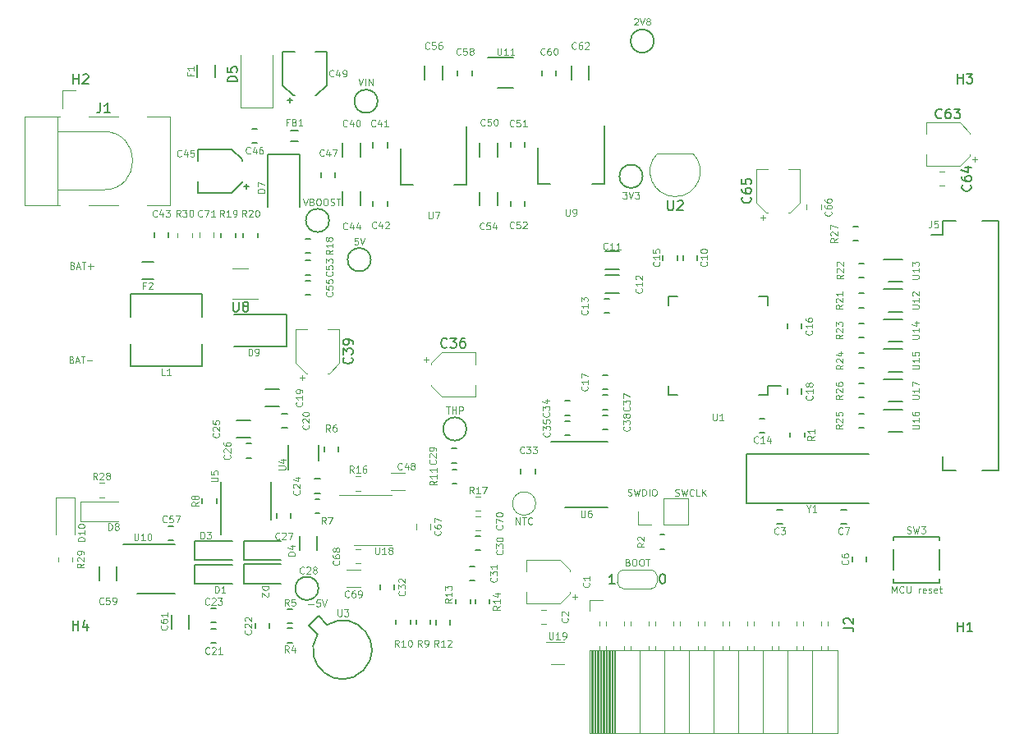
<source format=gbr>
%TF.GenerationSoftware,KiCad,Pcbnew,(6.0.8)*%
%TF.CreationDate,2023-04-21T14:35:48+02:00*%
%TF.ProjectId,Thermometer_IR_v2,54686572-6d6f-46d6-9574-65725f49525f,rev?*%
%TF.SameCoordinates,Original*%
%TF.FileFunction,Legend,Top*%
%TF.FilePolarity,Positive*%
%FSLAX46Y46*%
G04 Gerber Fmt 4.6, Leading zero omitted, Abs format (unit mm)*
G04 Created by KiCad (PCBNEW (6.0.8)) date 2023-04-21 14:35:48*
%MOMM*%
%LPD*%
G01*
G04 APERTURE LIST*
%ADD10C,0.120000*%
%ADD11C,0.150000*%
G04 APERTURE END LIST*
D10*
X154658333Y-88666666D02*
X155058333Y-88666666D01*
X154858333Y-89366666D02*
X154858333Y-88666666D01*
X155291666Y-89366666D02*
X155291666Y-88666666D01*
X155291666Y-89000000D02*
X155691666Y-89000000D01*
X155691666Y-89366666D02*
X155691666Y-88666666D01*
X156025000Y-89366666D02*
X156025000Y-88666666D01*
X156291666Y-88666666D01*
X156358333Y-88700000D01*
X156391666Y-88733333D01*
X156425000Y-88800000D01*
X156425000Y-88900000D01*
X156391666Y-88966666D01*
X156358333Y-89000000D01*
X156291666Y-89033333D01*
X156025000Y-89033333D01*
X145633333Y-54816666D02*
X145866666Y-55516666D01*
X146100000Y-54816666D01*
X146333333Y-55516666D02*
X146333333Y-54816666D01*
X146666666Y-55516666D02*
X146666666Y-54816666D01*
X147066666Y-55516666D01*
X147066666Y-54816666D01*
X173400000Y-104700000D02*
X173500000Y-104733333D01*
X173533333Y-104766666D01*
X173566666Y-104833333D01*
X173566666Y-104933333D01*
X173533333Y-105000000D01*
X173500000Y-105033333D01*
X173433333Y-105066666D01*
X173166666Y-105066666D01*
X173166666Y-104366666D01*
X173400000Y-104366666D01*
X173466666Y-104400000D01*
X173500000Y-104433333D01*
X173533333Y-104500000D01*
X173533333Y-104566666D01*
X173500000Y-104633333D01*
X173466666Y-104666666D01*
X173400000Y-104700000D01*
X173166666Y-104700000D01*
X174000000Y-104366666D02*
X174133333Y-104366666D01*
X174200000Y-104400000D01*
X174266666Y-104466666D01*
X174300000Y-104600000D01*
X174300000Y-104833333D01*
X174266666Y-104966666D01*
X174200000Y-105033333D01*
X174133333Y-105066666D01*
X174000000Y-105066666D01*
X173933333Y-105033333D01*
X173866666Y-104966666D01*
X173833333Y-104833333D01*
X173833333Y-104600000D01*
X173866666Y-104466666D01*
X173933333Y-104400000D01*
X174000000Y-104366666D01*
X174733333Y-104366666D02*
X174866666Y-104366666D01*
X174933333Y-104400000D01*
X175000000Y-104466666D01*
X175033333Y-104600000D01*
X175033333Y-104833333D01*
X175000000Y-104966666D01*
X174933333Y-105033333D01*
X174866666Y-105066666D01*
X174733333Y-105066666D01*
X174666666Y-105033333D01*
X174600000Y-104966666D01*
X174566666Y-104833333D01*
X174566666Y-104600000D01*
X174600000Y-104466666D01*
X174666666Y-104400000D01*
X174733333Y-104366666D01*
X175233333Y-104366666D02*
X175633333Y-104366666D01*
X175433333Y-105066666D02*
X175433333Y-104366666D01*
X161858333Y-100791666D02*
X161858333Y-100091666D01*
X162258333Y-100791666D01*
X162258333Y-100091666D01*
X162491666Y-100091666D02*
X162891666Y-100091666D01*
X162691666Y-100791666D02*
X162691666Y-100091666D01*
X163525000Y-100725000D02*
X163491666Y-100758333D01*
X163391666Y-100791666D01*
X163325000Y-100791666D01*
X163225000Y-100758333D01*
X163158333Y-100691666D01*
X163125000Y-100625000D01*
X163091666Y-100491666D01*
X163091666Y-100391666D01*
X163125000Y-100258333D01*
X163158333Y-100191666D01*
X163225000Y-100125000D01*
X163325000Y-100091666D01*
X163391666Y-100091666D01*
X163491666Y-100125000D01*
X163525000Y-100158333D01*
X139908333Y-67191666D02*
X140141666Y-67891666D01*
X140375000Y-67191666D01*
X140841666Y-67525000D02*
X140941666Y-67558333D01*
X140975000Y-67591666D01*
X141008333Y-67658333D01*
X141008333Y-67758333D01*
X140975000Y-67825000D01*
X140941666Y-67858333D01*
X140875000Y-67891666D01*
X140608333Y-67891666D01*
X140608333Y-67191666D01*
X140841666Y-67191666D01*
X140908333Y-67225000D01*
X140941666Y-67258333D01*
X140975000Y-67325000D01*
X140975000Y-67391666D01*
X140941666Y-67458333D01*
X140908333Y-67491666D01*
X140841666Y-67525000D01*
X140608333Y-67525000D01*
X141441666Y-67191666D02*
X141575000Y-67191666D01*
X141641666Y-67225000D01*
X141708333Y-67291666D01*
X141741666Y-67425000D01*
X141741666Y-67658333D01*
X141708333Y-67791666D01*
X141641666Y-67858333D01*
X141575000Y-67891666D01*
X141441666Y-67891666D01*
X141375000Y-67858333D01*
X141308333Y-67791666D01*
X141275000Y-67658333D01*
X141275000Y-67425000D01*
X141308333Y-67291666D01*
X141375000Y-67225000D01*
X141441666Y-67191666D01*
X142175000Y-67191666D02*
X142308333Y-67191666D01*
X142375000Y-67225000D01*
X142441666Y-67291666D01*
X142475000Y-67425000D01*
X142475000Y-67658333D01*
X142441666Y-67791666D01*
X142375000Y-67858333D01*
X142308333Y-67891666D01*
X142175000Y-67891666D01*
X142108333Y-67858333D01*
X142041666Y-67791666D01*
X142008333Y-67658333D01*
X142008333Y-67425000D01*
X142041666Y-67291666D01*
X142108333Y-67225000D01*
X142175000Y-67191666D01*
X142741666Y-67858333D02*
X142841666Y-67891666D01*
X143008333Y-67891666D01*
X143075000Y-67858333D01*
X143108333Y-67825000D01*
X143141666Y-67758333D01*
X143141666Y-67691666D01*
X143108333Y-67625000D01*
X143075000Y-67591666D01*
X143008333Y-67558333D01*
X142875000Y-67525000D01*
X142808333Y-67491666D01*
X142775000Y-67458333D01*
X142741666Y-67391666D01*
X142741666Y-67325000D01*
X142775000Y-67258333D01*
X142808333Y-67225000D01*
X142875000Y-67191666D01*
X143041666Y-67191666D01*
X143141666Y-67225000D01*
X143341666Y-67191666D02*
X143741666Y-67191666D01*
X143541666Y-67891666D02*
X143541666Y-67191666D01*
X174041666Y-48658333D02*
X174075000Y-48625000D01*
X174141666Y-48591666D01*
X174308333Y-48591666D01*
X174375000Y-48625000D01*
X174408333Y-48658333D01*
X174441666Y-48725000D01*
X174441666Y-48791666D01*
X174408333Y-48891666D01*
X174008333Y-49291666D01*
X174441666Y-49291666D01*
X174641666Y-48591666D02*
X174875000Y-49291666D01*
X175108333Y-48591666D01*
X175441666Y-48891666D02*
X175375000Y-48858333D01*
X175341666Y-48825000D01*
X175308333Y-48758333D01*
X175308333Y-48725000D01*
X175341666Y-48658333D01*
X175375000Y-48625000D01*
X175441666Y-48591666D01*
X175575000Y-48591666D01*
X175641666Y-48625000D01*
X175675000Y-48658333D01*
X175708333Y-48725000D01*
X175708333Y-48758333D01*
X175675000Y-48825000D01*
X175641666Y-48858333D01*
X175575000Y-48891666D01*
X175441666Y-48891666D01*
X175375000Y-48925000D01*
X175341666Y-48958333D01*
X175308333Y-49025000D01*
X175308333Y-49158333D01*
X175341666Y-49225000D01*
X175375000Y-49258333D01*
X175441666Y-49291666D01*
X175575000Y-49291666D01*
X175641666Y-49258333D01*
X175675000Y-49225000D01*
X175708333Y-49158333D01*
X175708333Y-49025000D01*
X175675000Y-48958333D01*
X175641666Y-48925000D01*
X175575000Y-48891666D01*
X173391666Y-97808333D02*
X173491666Y-97841666D01*
X173658333Y-97841666D01*
X173725000Y-97808333D01*
X173758333Y-97775000D01*
X173791666Y-97708333D01*
X173791666Y-97641666D01*
X173758333Y-97575000D01*
X173725000Y-97541666D01*
X173658333Y-97508333D01*
X173525000Y-97475000D01*
X173458333Y-97441666D01*
X173425000Y-97408333D01*
X173391666Y-97341666D01*
X173391666Y-97275000D01*
X173425000Y-97208333D01*
X173458333Y-97175000D01*
X173525000Y-97141666D01*
X173691666Y-97141666D01*
X173791666Y-97175000D01*
X174025000Y-97141666D02*
X174191666Y-97841666D01*
X174325000Y-97341666D01*
X174458333Y-97841666D01*
X174625000Y-97141666D01*
X174891666Y-97841666D02*
X174891666Y-97141666D01*
X175058333Y-97141666D01*
X175158333Y-97175000D01*
X175225000Y-97241666D01*
X175258333Y-97308333D01*
X175291666Y-97441666D01*
X175291666Y-97541666D01*
X175258333Y-97675000D01*
X175225000Y-97741666D01*
X175158333Y-97808333D01*
X175058333Y-97841666D01*
X174891666Y-97841666D01*
X175591666Y-97841666D02*
X175591666Y-97141666D01*
X176058333Y-97141666D02*
X176191666Y-97141666D01*
X176258333Y-97175000D01*
X176325000Y-97241666D01*
X176358333Y-97375000D01*
X176358333Y-97608333D01*
X176325000Y-97741666D01*
X176258333Y-97808333D01*
X176191666Y-97841666D01*
X176058333Y-97841666D01*
X175991666Y-97808333D01*
X175925000Y-97741666D01*
X175891666Y-97608333D01*
X175891666Y-97375000D01*
X175925000Y-97241666D01*
X175991666Y-97175000D01*
X176058333Y-97141666D01*
X200633333Y-107866666D02*
X200633333Y-107166666D01*
X200866666Y-107666666D01*
X201100000Y-107166666D01*
X201100000Y-107866666D01*
X201833333Y-107800000D02*
X201800000Y-107833333D01*
X201700000Y-107866666D01*
X201633333Y-107866666D01*
X201533333Y-107833333D01*
X201466666Y-107766666D01*
X201433333Y-107700000D01*
X201400000Y-107566666D01*
X201400000Y-107466666D01*
X201433333Y-107333333D01*
X201466666Y-107266666D01*
X201533333Y-107200000D01*
X201633333Y-107166666D01*
X201700000Y-107166666D01*
X201800000Y-107200000D01*
X201833333Y-107233333D01*
X202133333Y-107166666D02*
X202133333Y-107733333D01*
X202166666Y-107800000D01*
X202200000Y-107833333D01*
X202266666Y-107866666D01*
X202400000Y-107866666D01*
X202466666Y-107833333D01*
X202500000Y-107800000D01*
X202533333Y-107733333D01*
X202533333Y-107166666D01*
X203400000Y-107866666D02*
X203400000Y-107400000D01*
X203400000Y-107533333D02*
X203433333Y-107466666D01*
X203466666Y-107433333D01*
X203533333Y-107400000D01*
X203600000Y-107400000D01*
X204100000Y-107833333D02*
X204033333Y-107866666D01*
X203900000Y-107866666D01*
X203833333Y-107833333D01*
X203800000Y-107766666D01*
X203800000Y-107500000D01*
X203833333Y-107433333D01*
X203900000Y-107400000D01*
X204033333Y-107400000D01*
X204100000Y-107433333D01*
X204133333Y-107500000D01*
X204133333Y-107566666D01*
X203800000Y-107633333D01*
X204400000Y-107833333D02*
X204466666Y-107866666D01*
X204600000Y-107866666D01*
X204666666Y-107833333D01*
X204700000Y-107766666D01*
X204700000Y-107733333D01*
X204666666Y-107666666D01*
X204600000Y-107633333D01*
X204500000Y-107633333D01*
X204433333Y-107600000D01*
X204400000Y-107533333D01*
X204400000Y-107500000D01*
X204433333Y-107433333D01*
X204500000Y-107400000D01*
X204600000Y-107400000D01*
X204666666Y-107433333D01*
X205266666Y-107833333D02*
X205200000Y-107866666D01*
X205066666Y-107866666D01*
X205000000Y-107833333D01*
X204966666Y-107766666D01*
X204966666Y-107500000D01*
X205000000Y-107433333D01*
X205066666Y-107400000D01*
X205200000Y-107400000D01*
X205266666Y-107433333D01*
X205300000Y-107500000D01*
X205300000Y-107566666D01*
X204966666Y-107633333D01*
X205500000Y-107400000D02*
X205766666Y-107400000D01*
X205600000Y-107166666D02*
X205600000Y-107766666D01*
X205633333Y-107833333D01*
X205700000Y-107866666D01*
X205766666Y-107866666D01*
X172858333Y-66516666D02*
X173291666Y-66516666D01*
X173058333Y-66783333D01*
X173158333Y-66783333D01*
X173225000Y-66816666D01*
X173258333Y-66850000D01*
X173291666Y-66916666D01*
X173291666Y-67083333D01*
X173258333Y-67150000D01*
X173225000Y-67183333D01*
X173158333Y-67216666D01*
X172958333Y-67216666D01*
X172891666Y-67183333D01*
X172858333Y-67150000D01*
X173491666Y-66516666D02*
X173725000Y-67216666D01*
X173958333Y-66516666D01*
X174125000Y-66516666D02*
X174558333Y-66516666D01*
X174325000Y-66783333D01*
X174425000Y-66783333D01*
X174491666Y-66816666D01*
X174525000Y-66850000D01*
X174558333Y-66916666D01*
X174558333Y-67083333D01*
X174525000Y-67150000D01*
X174491666Y-67183333D01*
X174425000Y-67216666D01*
X174225000Y-67216666D01*
X174158333Y-67183333D01*
X174125000Y-67150000D01*
X116140000Y-74090000D02*
X116240000Y-74123333D01*
X116273333Y-74156666D01*
X116306666Y-74223333D01*
X116306666Y-74323333D01*
X116273333Y-74390000D01*
X116240000Y-74423333D01*
X116173333Y-74456666D01*
X115906666Y-74456666D01*
X115906666Y-73756666D01*
X116140000Y-73756666D01*
X116206666Y-73790000D01*
X116240000Y-73823333D01*
X116273333Y-73890000D01*
X116273333Y-73956666D01*
X116240000Y-74023333D01*
X116206666Y-74056666D01*
X116140000Y-74090000D01*
X115906666Y-74090000D01*
X116573333Y-74256666D02*
X116906666Y-74256666D01*
X116506666Y-74456666D02*
X116740000Y-73756666D01*
X116973333Y-74456666D01*
X117106666Y-73756666D02*
X117506666Y-73756666D01*
X117306666Y-74456666D02*
X117306666Y-73756666D01*
X117740000Y-74190000D02*
X118273333Y-74190000D01*
X118006666Y-74456666D02*
X118006666Y-73923333D01*
X140450000Y-109000000D02*
X140983333Y-109000000D01*
X141650000Y-108566666D02*
X141316666Y-108566666D01*
X141283333Y-108900000D01*
X141316666Y-108866666D01*
X141383333Y-108833333D01*
X141550000Y-108833333D01*
X141616666Y-108866666D01*
X141650000Y-108900000D01*
X141683333Y-108966666D01*
X141683333Y-109133333D01*
X141650000Y-109200000D01*
X141616666Y-109233333D01*
X141550000Y-109266666D01*
X141383333Y-109266666D01*
X141316666Y-109233333D01*
X141283333Y-109200000D01*
X141883333Y-108566666D02*
X142116666Y-109266666D01*
X142350000Y-108566666D01*
X116050000Y-83800000D02*
X116150000Y-83833333D01*
X116183333Y-83866666D01*
X116216666Y-83933333D01*
X116216666Y-84033333D01*
X116183333Y-84100000D01*
X116150000Y-84133333D01*
X116083333Y-84166666D01*
X115816666Y-84166666D01*
X115816666Y-83466666D01*
X116050000Y-83466666D01*
X116116666Y-83500000D01*
X116150000Y-83533333D01*
X116183333Y-83600000D01*
X116183333Y-83666666D01*
X116150000Y-83733333D01*
X116116666Y-83766666D01*
X116050000Y-83800000D01*
X115816666Y-83800000D01*
X116483333Y-83966666D02*
X116816666Y-83966666D01*
X116416666Y-84166666D02*
X116650000Y-83466666D01*
X116883333Y-84166666D01*
X117016666Y-83466666D02*
X117416666Y-83466666D01*
X117216666Y-84166666D02*
X117216666Y-83466666D01*
X117650000Y-83900000D02*
X118183333Y-83900000D01*
X178291666Y-97833333D02*
X178391666Y-97866666D01*
X178558333Y-97866666D01*
X178625000Y-97833333D01*
X178658333Y-97800000D01*
X178691666Y-97733333D01*
X178691666Y-97666666D01*
X178658333Y-97600000D01*
X178625000Y-97566666D01*
X178558333Y-97533333D01*
X178425000Y-97500000D01*
X178358333Y-97466666D01*
X178325000Y-97433333D01*
X178291666Y-97366666D01*
X178291666Y-97300000D01*
X178325000Y-97233333D01*
X178358333Y-97200000D01*
X178425000Y-97166666D01*
X178591666Y-97166666D01*
X178691666Y-97200000D01*
X178925000Y-97166666D02*
X179091666Y-97866666D01*
X179225000Y-97366666D01*
X179358333Y-97866666D01*
X179525000Y-97166666D01*
X180191666Y-97800000D02*
X180158333Y-97833333D01*
X180058333Y-97866666D01*
X179991666Y-97866666D01*
X179891666Y-97833333D01*
X179825000Y-97766666D01*
X179791666Y-97700000D01*
X179758333Y-97566666D01*
X179758333Y-97466666D01*
X179791666Y-97333333D01*
X179825000Y-97266666D01*
X179891666Y-97200000D01*
X179991666Y-97166666D01*
X180058333Y-97166666D01*
X180158333Y-97200000D01*
X180191666Y-97233333D01*
X180825000Y-97866666D02*
X180491666Y-97866666D01*
X180491666Y-97166666D01*
X181058333Y-97866666D02*
X181058333Y-97166666D01*
X181458333Y-97866666D02*
X181158333Y-97466666D01*
X181458333Y-97166666D02*
X181058333Y-97566666D01*
X145566666Y-71241666D02*
X145233333Y-71241666D01*
X145200000Y-71575000D01*
X145233333Y-71541666D01*
X145300000Y-71508333D01*
X145466666Y-71508333D01*
X145533333Y-71541666D01*
X145566666Y-71575000D01*
X145600000Y-71641666D01*
X145600000Y-71808333D01*
X145566666Y-71875000D01*
X145533333Y-71908333D01*
X145466666Y-71941666D01*
X145300000Y-71941666D01*
X145233333Y-71908333D01*
X145200000Y-71875000D01*
X145800000Y-71241666D02*
X146033333Y-71941666D01*
X146266666Y-71241666D01*
%TO.C,R30*%
X127250000Y-69066666D02*
X127016666Y-68733333D01*
X126850000Y-69066666D02*
X126850000Y-68366666D01*
X127116666Y-68366666D01*
X127183333Y-68400000D01*
X127216666Y-68433333D01*
X127250000Y-68500000D01*
X127250000Y-68600000D01*
X127216666Y-68666666D01*
X127183333Y-68700000D01*
X127116666Y-68733333D01*
X126850000Y-68733333D01*
X127483333Y-68366666D02*
X127916666Y-68366666D01*
X127683333Y-68633333D01*
X127783333Y-68633333D01*
X127850000Y-68666666D01*
X127883333Y-68700000D01*
X127916666Y-68766666D01*
X127916666Y-68933333D01*
X127883333Y-69000000D01*
X127850000Y-69033333D01*
X127783333Y-69066666D01*
X127583333Y-69066666D01*
X127516666Y-69033333D01*
X127483333Y-69000000D01*
X128350000Y-68366666D02*
X128416666Y-68366666D01*
X128483333Y-68400000D01*
X128516666Y-68433333D01*
X128550000Y-68500000D01*
X128583333Y-68633333D01*
X128583333Y-68800000D01*
X128550000Y-68933333D01*
X128516666Y-69000000D01*
X128483333Y-69033333D01*
X128416666Y-69066666D01*
X128350000Y-69066666D01*
X128283333Y-69033333D01*
X128250000Y-69000000D01*
X128216666Y-68933333D01*
X128183333Y-68800000D01*
X128183333Y-68633333D01*
X128216666Y-68500000D01*
X128250000Y-68433333D01*
X128283333Y-68400000D01*
X128350000Y-68366666D01*
%TO.C,C30*%
X160450000Y-103475000D02*
X160483333Y-103508333D01*
X160516666Y-103608333D01*
X160516666Y-103675000D01*
X160483333Y-103775000D01*
X160416666Y-103841666D01*
X160350000Y-103875000D01*
X160216666Y-103908333D01*
X160116666Y-103908333D01*
X159983333Y-103875000D01*
X159916666Y-103841666D01*
X159850000Y-103775000D01*
X159816666Y-103675000D01*
X159816666Y-103608333D01*
X159850000Y-103508333D01*
X159883333Y-103475000D01*
X159816666Y-103241666D02*
X159816666Y-102808333D01*
X160083333Y-103041666D01*
X160083333Y-102941666D01*
X160116666Y-102875000D01*
X160150000Y-102841666D01*
X160216666Y-102808333D01*
X160383333Y-102808333D01*
X160450000Y-102841666D01*
X160483333Y-102875000D01*
X160516666Y-102941666D01*
X160516666Y-103141666D01*
X160483333Y-103208333D01*
X160450000Y-103241666D01*
X159816666Y-102375000D02*
X159816666Y-102308333D01*
X159850000Y-102241666D01*
X159883333Y-102208333D01*
X159950000Y-102175000D01*
X160083333Y-102141666D01*
X160250000Y-102141666D01*
X160383333Y-102175000D01*
X160450000Y-102208333D01*
X160483333Y-102241666D01*
X160516666Y-102308333D01*
X160516666Y-102375000D01*
X160483333Y-102441666D01*
X160450000Y-102475000D01*
X160383333Y-102508333D01*
X160250000Y-102541666D01*
X160083333Y-102541666D01*
X159950000Y-102508333D01*
X159883333Y-102475000D01*
X159850000Y-102441666D01*
X159816666Y-102375000D01*
%TO.C,C28*%
X140000000Y-105810750D02*
X139966666Y-105844083D01*
X139866666Y-105877416D01*
X139800000Y-105877416D01*
X139700000Y-105844083D01*
X139633333Y-105777416D01*
X139600000Y-105710750D01*
X139566666Y-105577416D01*
X139566666Y-105477416D01*
X139600000Y-105344083D01*
X139633333Y-105277416D01*
X139700000Y-105210750D01*
X139800000Y-105177416D01*
X139866666Y-105177416D01*
X139966666Y-105210750D01*
X140000000Y-105244083D01*
X140266666Y-105244083D02*
X140300000Y-105210750D01*
X140366666Y-105177416D01*
X140533333Y-105177416D01*
X140600000Y-105210750D01*
X140633333Y-105244083D01*
X140666666Y-105310750D01*
X140666666Y-105377416D01*
X140633333Y-105477416D01*
X140233333Y-105877416D01*
X140666666Y-105877416D01*
X141066666Y-105477416D02*
X141000000Y-105444083D01*
X140966666Y-105410750D01*
X140933333Y-105344083D01*
X140933333Y-105310750D01*
X140966666Y-105244083D01*
X141000000Y-105210750D01*
X141066666Y-105177416D01*
X141200000Y-105177416D01*
X141266666Y-105210750D01*
X141300000Y-105244083D01*
X141333333Y-105310750D01*
X141333333Y-105344083D01*
X141300000Y-105410750D01*
X141266666Y-105444083D01*
X141200000Y-105477416D01*
X141066666Y-105477416D01*
X141000000Y-105510750D01*
X140966666Y-105544083D01*
X140933333Y-105610750D01*
X140933333Y-105744083D01*
X140966666Y-105810750D01*
X141000000Y-105844083D01*
X141066666Y-105877416D01*
X141200000Y-105877416D01*
X141266666Y-105844083D01*
X141300000Y-105810750D01*
X141333333Y-105744083D01*
X141333333Y-105610750D01*
X141300000Y-105544083D01*
X141266666Y-105510750D01*
X141200000Y-105477416D01*
%TO.C,R5*%
X138433333Y-109191402D02*
X138200000Y-108858069D01*
X138033333Y-109191402D02*
X138033333Y-108491402D01*
X138300000Y-108491402D01*
X138366666Y-108524736D01*
X138400000Y-108558069D01*
X138433333Y-108624736D01*
X138433333Y-108724736D01*
X138400000Y-108791402D01*
X138366666Y-108824736D01*
X138300000Y-108858069D01*
X138033333Y-108858069D01*
X139066666Y-108491402D02*
X138733333Y-108491402D01*
X138700000Y-108824736D01*
X138733333Y-108791402D01*
X138800000Y-108758069D01*
X138966666Y-108758069D01*
X139033333Y-108791402D01*
X139066666Y-108824736D01*
X139100000Y-108891402D01*
X139100000Y-109058069D01*
X139066666Y-109124736D01*
X139033333Y-109158069D01*
X138966666Y-109191402D01*
X138800000Y-109191402D01*
X138733333Y-109158069D01*
X138700000Y-109124736D01*
%TO.C,R13*%
X155241666Y-108475000D02*
X154908333Y-108708333D01*
X155241666Y-108875000D02*
X154541666Y-108875000D01*
X154541666Y-108608333D01*
X154575000Y-108541666D01*
X154608333Y-108508333D01*
X154675000Y-108475000D01*
X154775000Y-108475000D01*
X154841666Y-108508333D01*
X154875000Y-108541666D01*
X154908333Y-108608333D01*
X154908333Y-108875000D01*
X155241666Y-107808333D02*
X155241666Y-108208333D01*
X155241666Y-108008333D02*
X154541666Y-108008333D01*
X154641666Y-108075000D01*
X154708333Y-108141666D01*
X154741666Y-108208333D01*
X154541666Y-107575000D02*
X154541666Y-107141666D01*
X154808333Y-107375000D01*
X154808333Y-107275000D01*
X154841666Y-107208333D01*
X154875000Y-107175000D01*
X154941666Y-107141666D01*
X155108333Y-107141666D01*
X155175000Y-107175000D01*
X155208333Y-107208333D01*
X155241666Y-107275000D01*
X155241666Y-107475000D01*
X155208333Y-107541666D01*
X155175000Y-107575000D01*
%TO.C,C27*%
X137469400Y-102275000D02*
X137436066Y-102308333D01*
X137336066Y-102341666D01*
X137269400Y-102341666D01*
X137169400Y-102308333D01*
X137102733Y-102241666D01*
X137069400Y-102175000D01*
X137036066Y-102041666D01*
X137036066Y-101941666D01*
X137069400Y-101808333D01*
X137102733Y-101741666D01*
X137169400Y-101675000D01*
X137269400Y-101641666D01*
X137336066Y-101641666D01*
X137436066Y-101675000D01*
X137469400Y-101708333D01*
X137736066Y-101708333D02*
X137769400Y-101675000D01*
X137836066Y-101641666D01*
X138002733Y-101641666D01*
X138069400Y-101675000D01*
X138102733Y-101708333D01*
X138136066Y-101775000D01*
X138136066Y-101841666D01*
X138102733Y-101941666D01*
X137702733Y-102341666D01*
X138136066Y-102341666D01*
X138369400Y-101641666D02*
X138836066Y-101641666D01*
X138536066Y-102341666D01*
%TO.C,C20*%
X140464736Y-90550000D02*
X140498069Y-90583333D01*
X140531402Y-90683333D01*
X140531402Y-90750000D01*
X140498069Y-90850000D01*
X140431402Y-90916666D01*
X140364736Y-90950000D01*
X140231402Y-90983333D01*
X140131402Y-90983333D01*
X139998069Y-90950000D01*
X139931402Y-90916666D01*
X139864736Y-90850000D01*
X139831402Y-90750000D01*
X139831402Y-90683333D01*
X139864736Y-90583333D01*
X139898069Y-90550000D01*
X139898069Y-90283333D02*
X139864736Y-90250000D01*
X139831402Y-90183333D01*
X139831402Y-90016666D01*
X139864736Y-89950000D01*
X139898069Y-89916666D01*
X139964736Y-89883333D01*
X140031402Y-89883333D01*
X140131402Y-89916666D01*
X140531402Y-90316666D01*
X140531402Y-89883333D01*
X139831402Y-89450000D02*
X139831402Y-89383333D01*
X139864736Y-89316666D01*
X139898069Y-89283333D01*
X139964736Y-89250000D01*
X140098069Y-89216666D01*
X140264736Y-89216666D01*
X140398069Y-89250000D01*
X140464736Y-89283333D01*
X140498069Y-89316666D01*
X140531402Y-89383333D01*
X140531402Y-89450000D01*
X140498069Y-89516666D01*
X140464736Y-89550000D01*
X140398069Y-89583333D01*
X140264736Y-89616666D01*
X140098069Y-89616666D01*
X139964736Y-89583333D01*
X139898069Y-89550000D01*
X139864736Y-89516666D01*
X139831402Y-89450000D01*
%TO.C,FB1*%
X138416666Y-59310264D02*
X138183333Y-59310264D01*
X138183333Y-59676930D02*
X138183333Y-58976930D01*
X138516666Y-58976930D01*
X139016666Y-59310264D02*
X139116666Y-59343597D01*
X139150000Y-59376930D01*
X139183333Y-59443597D01*
X139183333Y-59543597D01*
X139150000Y-59610264D01*
X139116666Y-59643597D01*
X139050000Y-59676930D01*
X138783333Y-59676930D01*
X138783333Y-58976930D01*
X139016666Y-58976930D01*
X139083333Y-59010264D01*
X139116666Y-59043597D01*
X139150000Y-59110264D01*
X139150000Y-59176930D01*
X139116666Y-59243597D01*
X139083333Y-59276930D01*
X139016666Y-59310264D01*
X138783333Y-59310264D01*
X139850000Y-59676930D02*
X139450000Y-59676930D01*
X139650000Y-59676930D02*
X139650000Y-58976930D01*
X139583333Y-59076930D01*
X139516666Y-59143597D01*
X139450000Y-59176930D01*
%TO.C,F2*%
X123666666Y-76161812D02*
X123433333Y-76161812D01*
X123433333Y-76528478D02*
X123433333Y-75828478D01*
X123766666Y-75828478D01*
X124000000Y-75895145D02*
X124033333Y-75861812D01*
X124100000Y-75828478D01*
X124266666Y-75828478D01*
X124333333Y-75861812D01*
X124366666Y-75895145D01*
X124400000Y-75961812D01*
X124400000Y-76028478D01*
X124366666Y-76128478D01*
X123966666Y-76528478D01*
X124400000Y-76528478D01*
%TO.C,C7*%
X195533333Y-101747764D02*
X195500000Y-101781097D01*
X195400000Y-101814430D01*
X195333333Y-101814430D01*
X195233333Y-101781097D01*
X195166666Y-101714430D01*
X195133333Y-101647764D01*
X195100000Y-101514430D01*
X195100000Y-101414430D01*
X195133333Y-101281097D01*
X195166666Y-101214430D01*
X195233333Y-101147764D01*
X195333333Y-101114430D01*
X195400000Y-101114430D01*
X195500000Y-101147764D01*
X195533333Y-101181097D01*
X195766666Y-101114430D02*
X196233333Y-101114430D01*
X195933333Y-101814430D01*
D11*
%TO.C,J2*%
X195652380Y-111458333D02*
X196366666Y-111458333D01*
X196509523Y-111505952D01*
X196604761Y-111601190D01*
X196652380Y-111744047D01*
X196652380Y-111839285D01*
X195747619Y-111029761D02*
X195700000Y-110982142D01*
X195652380Y-110886904D01*
X195652380Y-110648809D01*
X195700000Y-110553571D01*
X195747619Y-110505952D01*
X195842857Y-110458333D01*
X195938095Y-110458333D01*
X196080952Y-110505952D01*
X196652380Y-111077380D01*
X196652380Y-110458333D01*
D10*
%TO.C,R4*%
X138423233Y-113991666D02*
X138189900Y-113658333D01*
X138023233Y-113991666D02*
X138023233Y-113291666D01*
X138289900Y-113291666D01*
X138356566Y-113325000D01*
X138389900Y-113358333D01*
X138423233Y-113425000D01*
X138423233Y-113525000D01*
X138389900Y-113591666D01*
X138356566Y-113625000D01*
X138289900Y-113658333D01*
X138023233Y-113658333D01*
X139023233Y-113525000D02*
X139023233Y-113991666D01*
X138856566Y-113258333D02*
X138689900Y-113758333D01*
X139123233Y-113758333D01*
%TO.C,R12*%
X153885856Y-113416666D02*
X153652522Y-113083333D01*
X153485856Y-113416666D02*
X153485856Y-112716666D01*
X153752522Y-112716666D01*
X153819189Y-112750000D01*
X153852522Y-112783333D01*
X153885856Y-112850000D01*
X153885856Y-112950000D01*
X153852522Y-113016666D01*
X153819189Y-113050000D01*
X153752522Y-113083333D01*
X153485856Y-113083333D01*
X154552522Y-113416666D02*
X154152522Y-113416666D01*
X154352522Y-113416666D02*
X154352522Y-112716666D01*
X154285856Y-112816666D01*
X154219189Y-112883333D01*
X154152522Y-112916666D01*
X154819189Y-112783333D02*
X154852522Y-112750000D01*
X154919189Y-112716666D01*
X155085856Y-112716666D01*
X155152522Y-112750000D01*
X155185856Y-112783333D01*
X155219189Y-112850000D01*
X155219189Y-112916666D01*
X155185856Y-113016666D01*
X154785856Y-113416666D01*
X155219189Y-113416666D01*
%TO.C,U19*%
X165283333Y-111941666D02*
X165283333Y-112508333D01*
X165316666Y-112575000D01*
X165350000Y-112608333D01*
X165416666Y-112641666D01*
X165550000Y-112641666D01*
X165616666Y-112608333D01*
X165650000Y-112575000D01*
X165683333Y-112508333D01*
X165683333Y-111941666D01*
X166383333Y-112641666D02*
X165983333Y-112641666D01*
X166183333Y-112641666D02*
X166183333Y-111941666D01*
X166116666Y-112041666D01*
X166050000Y-112108333D01*
X165983333Y-112141666D01*
X166716666Y-112641666D02*
X166850000Y-112641666D01*
X166916666Y-112608333D01*
X166950000Y-112575000D01*
X167016666Y-112475000D01*
X167050000Y-112341666D01*
X167050000Y-112075000D01*
X167016666Y-112008333D01*
X166983333Y-111975000D01*
X166916666Y-111941666D01*
X166783333Y-111941666D01*
X166716666Y-111975000D01*
X166683333Y-112008333D01*
X166650000Y-112075000D01*
X166650000Y-112241666D01*
X166683333Y-112308333D01*
X166716666Y-112341666D01*
X166783333Y-112375000D01*
X166916666Y-112375000D01*
X166983333Y-112341666D01*
X167016666Y-112308333D01*
X167050000Y-112241666D01*
%TO.C,C33*%
X162700000Y-93410264D02*
X162666666Y-93443597D01*
X162566666Y-93476930D01*
X162500000Y-93476930D01*
X162400000Y-93443597D01*
X162333333Y-93376930D01*
X162300000Y-93310264D01*
X162266666Y-93176930D01*
X162266666Y-93076930D01*
X162300000Y-92943597D01*
X162333333Y-92876930D01*
X162400000Y-92810264D01*
X162500000Y-92776930D01*
X162566666Y-92776930D01*
X162666666Y-92810264D01*
X162700000Y-92843597D01*
X162933333Y-92776930D02*
X163366666Y-92776930D01*
X163133333Y-93043597D01*
X163233333Y-93043597D01*
X163300000Y-93076930D01*
X163333333Y-93110264D01*
X163366666Y-93176930D01*
X163366666Y-93343597D01*
X163333333Y-93410264D01*
X163300000Y-93443597D01*
X163233333Y-93476930D01*
X163033333Y-93476930D01*
X162966666Y-93443597D01*
X162933333Y-93410264D01*
X163600000Y-92776930D02*
X164033333Y-92776930D01*
X163800000Y-93043597D01*
X163900000Y-93043597D01*
X163966666Y-93076930D01*
X164000000Y-93110264D01*
X164033333Y-93176930D01*
X164033333Y-93343597D01*
X164000000Y-93410264D01*
X163966666Y-93443597D01*
X163900000Y-93476930D01*
X163700000Y-93476930D01*
X163633333Y-93443597D01*
X163600000Y-93410264D01*
%TO.C,C48*%
X150100000Y-95100000D02*
X150066666Y-95133333D01*
X149966666Y-95166666D01*
X149900000Y-95166666D01*
X149800000Y-95133333D01*
X149733333Y-95066666D01*
X149700000Y-95000000D01*
X149666666Y-94866666D01*
X149666666Y-94766666D01*
X149700000Y-94633333D01*
X149733333Y-94566666D01*
X149800000Y-94500000D01*
X149900000Y-94466666D01*
X149966666Y-94466666D01*
X150066666Y-94500000D01*
X150100000Y-94533333D01*
X150700000Y-94700000D02*
X150700000Y-95166666D01*
X150533333Y-94433333D02*
X150366666Y-94933333D01*
X150800000Y-94933333D01*
X151166666Y-94766666D02*
X151100000Y-94733333D01*
X151066666Y-94700000D01*
X151033333Y-94633333D01*
X151033333Y-94600000D01*
X151066666Y-94533333D01*
X151100000Y-94500000D01*
X151166666Y-94466666D01*
X151300000Y-94466666D01*
X151366666Y-94500000D01*
X151400000Y-94533333D01*
X151433333Y-94600000D01*
X151433333Y-94633333D01*
X151400000Y-94700000D01*
X151366666Y-94733333D01*
X151300000Y-94766666D01*
X151166666Y-94766666D01*
X151100000Y-94800000D01*
X151066666Y-94833333D01*
X151033333Y-94900000D01*
X151033333Y-95033333D01*
X151066666Y-95100000D01*
X151100000Y-95133333D01*
X151166666Y-95166666D01*
X151300000Y-95166666D01*
X151366666Y-95133333D01*
X151400000Y-95100000D01*
X151433333Y-95033333D01*
X151433333Y-94900000D01*
X151400000Y-94833333D01*
X151366666Y-94800000D01*
X151300000Y-94766666D01*
%TO.C,C71*%
X129500000Y-69000000D02*
X129466666Y-69033333D01*
X129366666Y-69066666D01*
X129300000Y-69066666D01*
X129200000Y-69033333D01*
X129133333Y-68966666D01*
X129100000Y-68900000D01*
X129066666Y-68766666D01*
X129066666Y-68666666D01*
X129100000Y-68533333D01*
X129133333Y-68466666D01*
X129200000Y-68400000D01*
X129300000Y-68366666D01*
X129366666Y-68366666D01*
X129466666Y-68400000D01*
X129500000Y-68433333D01*
X129733333Y-68366666D02*
X130200000Y-68366666D01*
X129900000Y-69066666D01*
X130833333Y-69066666D02*
X130433333Y-69066666D01*
X130633333Y-69066666D02*
X130633333Y-68366666D01*
X130566666Y-68466666D01*
X130500000Y-68533333D01*
X130433333Y-68566666D01*
%TO.C,U10*%
X122508333Y-101741666D02*
X122508333Y-102308333D01*
X122541666Y-102375000D01*
X122575000Y-102408333D01*
X122641666Y-102441666D01*
X122775000Y-102441666D01*
X122841666Y-102408333D01*
X122875000Y-102375000D01*
X122908333Y-102308333D01*
X122908333Y-101741666D01*
X123608333Y-102441666D02*
X123208333Y-102441666D01*
X123408333Y-102441666D02*
X123408333Y-101741666D01*
X123341666Y-101841666D01*
X123275000Y-101908333D01*
X123208333Y-101941666D01*
X124041666Y-101741666D02*
X124108333Y-101741666D01*
X124175000Y-101775000D01*
X124208333Y-101808333D01*
X124241666Y-101875000D01*
X124275000Y-102008333D01*
X124275000Y-102175000D01*
X124241666Y-102308333D01*
X124208333Y-102375000D01*
X124175000Y-102408333D01*
X124108333Y-102441666D01*
X124041666Y-102441666D01*
X123975000Y-102408333D01*
X123941666Y-102375000D01*
X123908333Y-102308333D01*
X123875000Y-102175000D01*
X123875000Y-102008333D01*
X123908333Y-101875000D01*
X123941666Y-101808333D01*
X123975000Y-101775000D01*
X124041666Y-101741666D01*
%TO.C,R28*%
X118675000Y-96166666D02*
X118441666Y-95833333D01*
X118275000Y-96166666D02*
X118275000Y-95466666D01*
X118541666Y-95466666D01*
X118608333Y-95500000D01*
X118641666Y-95533333D01*
X118675000Y-95600000D01*
X118675000Y-95700000D01*
X118641666Y-95766666D01*
X118608333Y-95800000D01*
X118541666Y-95833333D01*
X118275000Y-95833333D01*
X118941666Y-95533333D02*
X118975000Y-95500000D01*
X119041666Y-95466666D01*
X119208333Y-95466666D01*
X119275000Y-95500000D01*
X119308333Y-95533333D01*
X119341666Y-95600000D01*
X119341666Y-95666666D01*
X119308333Y-95766666D01*
X118908333Y-96166666D01*
X119341666Y-96166666D01*
X119741666Y-95766666D02*
X119675000Y-95733333D01*
X119641666Y-95700000D01*
X119608333Y-95633333D01*
X119608333Y-95600000D01*
X119641666Y-95533333D01*
X119675000Y-95500000D01*
X119741666Y-95466666D01*
X119875000Y-95466666D01*
X119941666Y-95500000D01*
X119975000Y-95533333D01*
X120008333Y-95600000D01*
X120008333Y-95633333D01*
X119975000Y-95700000D01*
X119941666Y-95733333D01*
X119875000Y-95766666D01*
X119741666Y-95766666D01*
X119675000Y-95800000D01*
X119641666Y-95833333D01*
X119608333Y-95900000D01*
X119608333Y-96033333D01*
X119641666Y-96100000D01*
X119675000Y-96133333D01*
X119741666Y-96166666D01*
X119875000Y-96166666D01*
X119941666Y-96133333D01*
X119975000Y-96100000D01*
X120008333Y-96033333D01*
X120008333Y-95900000D01*
X119975000Y-95833333D01*
X119941666Y-95800000D01*
X119875000Y-95766666D01*
%TO.C,R2*%
X175079166Y-102716666D02*
X174745833Y-102950000D01*
X175079166Y-103116666D02*
X174379166Y-103116666D01*
X174379166Y-102850000D01*
X174412500Y-102783333D01*
X174445833Y-102750000D01*
X174512500Y-102716666D01*
X174612500Y-102716666D01*
X174679166Y-102750000D01*
X174712500Y-102783333D01*
X174745833Y-102850000D01*
X174745833Y-103116666D01*
X174445833Y-102450000D02*
X174412500Y-102416666D01*
X174379166Y-102350000D01*
X174379166Y-102183333D01*
X174412500Y-102116666D01*
X174445833Y-102083333D01*
X174512500Y-102050000D01*
X174579166Y-102050000D01*
X174679166Y-102083333D01*
X175079166Y-102483333D01*
X175079166Y-102050000D01*
%TO.C,R9*%
X152169189Y-113416666D02*
X151935856Y-113083333D01*
X151769189Y-113416666D02*
X151769189Y-112716666D01*
X152035856Y-112716666D01*
X152102522Y-112750000D01*
X152135856Y-112783333D01*
X152169189Y-112850000D01*
X152169189Y-112950000D01*
X152135856Y-113016666D01*
X152102522Y-113050000D01*
X152035856Y-113083333D01*
X151769189Y-113083333D01*
X152502522Y-113416666D02*
X152635856Y-113416666D01*
X152702522Y-113383333D01*
X152735856Y-113350000D01*
X152802522Y-113250000D01*
X152835856Y-113116666D01*
X152835856Y-112850000D01*
X152802522Y-112783333D01*
X152769189Y-112750000D01*
X152702522Y-112716666D01*
X152569189Y-112716666D01*
X152502522Y-112750000D01*
X152469189Y-112783333D01*
X152435856Y-112850000D01*
X152435856Y-113016666D01*
X152469189Y-113083333D01*
X152502522Y-113116666D01*
X152569189Y-113150000D01*
X152702522Y-113150000D01*
X152769189Y-113116666D01*
X152802522Y-113083333D01*
X152835856Y-113016666D01*
D11*
%TO.C,C65*%
X186032142Y-67043121D02*
X186079761Y-67090740D01*
X186127380Y-67233597D01*
X186127380Y-67328835D01*
X186079761Y-67471692D01*
X185984523Y-67566930D01*
X185889285Y-67614549D01*
X185698809Y-67662168D01*
X185555952Y-67662168D01*
X185365476Y-67614549D01*
X185270238Y-67566930D01*
X185175000Y-67471692D01*
X185127380Y-67328835D01*
X185127380Y-67233597D01*
X185175000Y-67090740D01*
X185222619Y-67043121D01*
X185127380Y-66185978D02*
X185127380Y-66376454D01*
X185175000Y-66471692D01*
X185222619Y-66519311D01*
X185365476Y-66614549D01*
X185555952Y-66662168D01*
X185936904Y-66662168D01*
X186032142Y-66614549D01*
X186079761Y-66566930D01*
X186127380Y-66471692D01*
X186127380Y-66281216D01*
X186079761Y-66185978D01*
X186032142Y-66138359D01*
X185936904Y-66090740D01*
X185698809Y-66090740D01*
X185603571Y-66138359D01*
X185555952Y-66185978D01*
X185508333Y-66281216D01*
X185508333Y-66471692D01*
X185555952Y-66566930D01*
X185603571Y-66614549D01*
X185698809Y-66662168D01*
X185127380Y-65185978D02*
X185127380Y-65662168D01*
X185603571Y-65709787D01*
X185555952Y-65662168D01*
X185508333Y-65566930D01*
X185508333Y-65328835D01*
X185555952Y-65233597D01*
X185603571Y-65185978D01*
X185698809Y-65138359D01*
X185936904Y-65138359D01*
X186032142Y-65185978D01*
X186079761Y-65233597D01*
X186127380Y-65328835D01*
X186127380Y-65566930D01*
X186079761Y-65662168D01*
X186032142Y-65709787D01*
D10*
%TO.C,R22*%
X195597166Y-75053887D02*
X195263833Y-75287220D01*
X195597166Y-75453887D02*
X194897166Y-75453887D01*
X194897166Y-75187220D01*
X194930500Y-75120553D01*
X194963833Y-75087220D01*
X195030500Y-75053887D01*
X195130500Y-75053887D01*
X195197166Y-75087220D01*
X195230500Y-75120553D01*
X195263833Y-75187220D01*
X195263833Y-75453887D01*
X194963833Y-74787220D02*
X194930500Y-74753887D01*
X194897166Y-74687220D01*
X194897166Y-74520553D01*
X194930500Y-74453887D01*
X194963833Y-74420553D01*
X195030500Y-74387220D01*
X195097166Y-74387220D01*
X195197166Y-74420553D01*
X195597166Y-74820553D01*
X195597166Y-74387220D01*
X194963833Y-74120553D02*
X194930500Y-74087220D01*
X194897166Y-74020553D01*
X194897166Y-73853887D01*
X194930500Y-73787220D01*
X194963833Y-73753887D01*
X195030500Y-73720553D01*
X195097166Y-73720553D01*
X195197166Y-73753887D01*
X195597166Y-74153887D01*
X195597166Y-73720553D01*
D11*
%TO.C,C63*%
X205757142Y-58857406D02*
X205709523Y-58905025D01*
X205566666Y-58952644D01*
X205471428Y-58952644D01*
X205328571Y-58905025D01*
X205233333Y-58809787D01*
X205185714Y-58714549D01*
X205138095Y-58524073D01*
X205138095Y-58381216D01*
X205185714Y-58190740D01*
X205233333Y-58095502D01*
X205328571Y-58000264D01*
X205471428Y-57952644D01*
X205566666Y-57952644D01*
X205709523Y-58000264D01*
X205757142Y-58047883D01*
X206614285Y-57952644D02*
X206423809Y-57952644D01*
X206328571Y-58000264D01*
X206280952Y-58047883D01*
X206185714Y-58190740D01*
X206138095Y-58381216D01*
X206138095Y-58762168D01*
X206185714Y-58857406D01*
X206233333Y-58905025D01*
X206328571Y-58952644D01*
X206519047Y-58952644D01*
X206614285Y-58905025D01*
X206661904Y-58857406D01*
X206709523Y-58762168D01*
X206709523Y-58524073D01*
X206661904Y-58428835D01*
X206614285Y-58381216D01*
X206519047Y-58333597D01*
X206328571Y-58333597D01*
X206233333Y-58381216D01*
X206185714Y-58428835D01*
X206138095Y-58524073D01*
X207042857Y-57952644D02*
X207661904Y-57952644D01*
X207328571Y-58333597D01*
X207471428Y-58333597D01*
X207566666Y-58381216D01*
X207614285Y-58428835D01*
X207661904Y-58524073D01*
X207661904Y-58762168D01*
X207614285Y-58857406D01*
X207566666Y-58905025D01*
X207471428Y-58952644D01*
X207185714Y-58952644D01*
X207090476Y-58905025D01*
X207042857Y-58857406D01*
D10*
%TO.C,C22*%
X134525000Y-111699736D02*
X134558333Y-111733069D01*
X134591666Y-111833069D01*
X134591666Y-111899736D01*
X134558333Y-111999736D01*
X134491666Y-112066402D01*
X134425000Y-112099736D01*
X134291666Y-112133069D01*
X134191666Y-112133069D01*
X134058333Y-112099736D01*
X133991666Y-112066402D01*
X133925000Y-111999736D01*
X133891666Y-111899736D01*
X133891666Y-111833069D01*
X133925000Y-111733069D01*
X133958333Y-111699736D01*
X133958333Y-111433069D02*
X133925000Y-111399736D01*
X133891666Y-111333069D01*
X133891666Y-111166402D01*
X133925000Y-111099736D01*
X133958333Y-111066402D01*
X134025000Y-111033069D01*
X134091666Y-111033069D01*
X134191666Y-111066402D01*
X134591666Y-111466402D01*
X134591666Y-111033069D01*
X133958333Y-110766402D02*
X133925000Y-110733069D01*
X133891666Y-110666402D01*
X133891666Y-110499736D01*
X133925000Y-110433069D01*
X133958333Y-110399736D01*
X134025000Y-110366402D01*
X134091666Y-110366402D01*
X134191666Y-110399736D01*
X134591666Y-110799736D01*
X134591666Y-110366402D01*
%TO.C,C14*%
X186819800Y-92340464D02*
X186786466Y-92373797D01*
X186686466Y-92407130D01*
X186619800Y-92407130D01*
X186519800Y-92373797D01*
X186453133Y-92307130D01*
X186419800Y-92240464D01*
X186386466Y-92107130D01*
X186386466Y-92007130D01*
X186419800Y-91873797D01*
X186453133Y-91807130D01*
X186519800Y-91740464D01*
X186619800Y-91707130D01*
X186686466Y-91707130D01*
X186786466Y-91740464D01*
X186819800Y-91773797D01*
X187486466Y-92407130D02*
X187086466Y-92407130D01*
X187286466Y-92407130D02*
X187286466Y-91707130D01*
X187219800Y-91807130D01*
X187153133Y-91873797D01*
X187086466Y-91907130D01*
X188086466Y-91940464D02*
X188086466Y-92407130D01*
X187919800Y-91673797D02*
X187753133Y-92173797D01*
X188186466Y-92173797D01*
%TO.C,C61*%
X125850000Y-111225000D02*
X125883333Y-111258333D01*
X125916666Y-111358333D01*
X125916666Y-111425000D01*
X125883333Y-111525000D01*
X125816666Y-111591666D01*
X125750000Y-111625000D01*
X125616666Y-111658333D01*
X125516666Y-111658333D01*
X125383333Y-111625000D01*
X125316666Y-111591666D01*
X125250000Y-111525000D01*
X125216666Y-111425000D01*
X125216666Y-111358333D01*
X125250000Y-111258333D01*
X125283333Y-111225000D01*
X125216666Y-110625000D02*
X125216666Y-110758333D01*
X125250000Y-110825000D01*
X125283333Y-110858333D01*
X125383333Y-110925000D01*
X125516666Y-110958333D01*
X125783333Y-110958333D01*
X125850000Y-110925000D01*
X125883333Y-110891666D01*
X125916666Y-110825000D01*
X125916666Y-110691666D01*
X125883333Y-110625000D01*
X125850000Y-110591666D01*
X125783333Y-110558333D01*
X125616666Y-110558333D01*
X125550000Y-110591666D01*
X125516666Y-110625000D01*
X125483333Y-110691666D01*
X125483333Y-110825000D01*
X125516666Y-110891666D01*
X125550000Y-110925000D01*
X125616666Y-110958333D01*
X125916666Y-109891666D02*
X125916666Y-110291666D01*
X125916666Y-110091666D02*
X125216666Y-110091666D01*
X125316666Y-110158333D01*
X125383333Y-110225000D01*
X125416666Y-110291666D01*
%TO.C,C43*%
X124850000Y-69010264D02*
X124816666Y-69043597D01*
X124716666Y-69076930D01*
X124650000Y-69076930D01*
X124550000Y-69043597D01*
X124483333Y-68976930D01*
X124450000Y-68910264D01*
X124416666Y-68776930D01*
X124416666Y-68676930D01*
X124450000Y-68543597D01*
X124483333Y-68476930D01*
X124550000Y-68410264D01*
X124650000Y-68376930D01*
X124716666Y-68376930D01*
X124816666Y-68410264D01*
X124850000Y-68443597D01*
X125450000Y-68610264D02*
X125450000Y-69076930D01*
X125283333Y-68343597D02*
X125116666Y-68843597D01*
X125550000Y-68843597D01*
X125750000Y-68376930D02*
X126183333Y-68376930D01*
X125950000Y-68643597D01*
X126050000Y-68643597D01*
X126116666Y-68676930D01*
X126150000Y-68710264D01*
X126183333Y-68776930D01*
X126183333Y-68943597D01*
X126150000Y-69010264D01*
X126116666Y-69043597D01*
X126050000Y-69076930D01*
X125850000Y-69076930D01*
X125783333Y-69043597D01*
X125750000Y-69010264D01*
%TO.C,U4*%
X137391666Y-95158333D02*
X137958333Y-95158333D01*
X138025000Y-95125000D01*
X138058333Y-95091666D01*
X138091666Y-95025000D01*
X138091666Y-94891666D01*
X138058333Y-94825000D01*
X138025000Y-94791666D01*
X137958333Y-94758333D01*
X137391666Y-94758333D01*
X137625000Y-94125000D02*
X138091666Y-94125000D01*
X137358333Y-94291666D02*
X137858333Y-94458333D01*
X137858333Y-94025000D01*
%TO.C,F1*%
X128268374Y-54298069D02*
X128268374Y-54531402D01*
X128635040Y-54531402D02*
X127935040Y-54531402D01*
X127935040Y-54198069D01*
X128635040Y-53564736D02*
X128635040Y-53964736D01*
X128635040Y-53764736D02*
X127935040Y-53764736D01*
X128035040Y-53831402D01*
X128101707Y-53898069D01*
X128135040Y-53964736D01*
%TO.C,C17*%
X169200000Y-86575000D02*
X169233333Y-86608333D01*
X169266666Y-86708333D01*
X169266666Y-86775000D01*
X169233333Y-86875000D01*
X169166666Y-86941666D01*
X169100000Y-86975000D01*
X168966666Y-87008333D01*
X168866666Y-87008333D01*
X168733333Y-86975000D01*
X168666666Y-86941666D01*
X168600000Y-86875000D01*
X168566666Y-86775000D01*
X168566666Y-86708333D01*
X168600000Y-86608333D01*
X168633333Y-86575000D01*
X169266666Y-85908333D02*
X169266666Y-86308333D01*
X169266666Y-86108333D02*
X168566666Y-86108333D01*
X168666666Y-86175000D01*
X168733333Y-86241666D01*
X168766666Y-86308333D01*
X168566666Y-85675000D02*
X168566666Y-85208333D01*
X169266666Y-85508333D01*
%TO.C,C16*%
X192350000Y-80800000D02*
X192383333Y-80833333D01*
X192416666Y-80933333D01*
X192416666Y-81000000D01*
X192383333Y-81100000D01*
X192316666Y-81166666D01*
X192250000Y-81200000D01*
X192116666Y-81233333D01*
X192016666Y-81233333D01*
X191883333Y-81200000D01*
X191816666Y-81166666D01*
X191750000Y-81100000D01*
X191716666Y-81000000D01*
X191716666Y-80933333D01*
X191750000Y-80833333D01*
X191783333Y-80800000D01*
X192416666Y-80133333D02*
X192416666Y-80533333D01*
X192416666Y-80333333D02*
X191716666Y-80333333D01*
X191816666Y-80400000D01*
X191883333Y-80466666D01*
X191916666Y-80533333D01*
X191716666Y-79533333D02*
X191716666Y-79666666D01*
X191750000Y-79733333D01*
X191783333Y-79766666D01*
X191883333Y-79833333D01*
X192016666Y-79866666D01*
X192283333Y-79866666D01*
X192350000Y-79833333D01*
X192383333Y-79800000D01*
X192416666Y-79733333D01*
X192416666Y-79600000D01*
X192383333Y-79533333D01*
X192350000Y-79500000D01*
X192283333Y-79466666D01*
X192116666Y-79466666D01*
X192050000Y-79500000D01*
X192016666Y-79533333D01*
X191983333Y-79600000D01*
X191983333Y-79733333D01*
X192016666Y-79800000D01*
X192050000Y-79833333D01*
X192116666Y-79866666D01*
%TO.C,D8*%
X119833333Y-101391666D02*
X119833333Y-100691666D01*
X120000000Y-100691666D01*
X120100000Y-100725000D01*
X120166666Y-100791666D01*
X120200000Y-100858333D01*
X120233333Y-100991666D01*
X120233333Y-101091666D01*
X120200000Y-101225000D01*
X120166666Y-101291666D01*
X120100000Y-101358333D01*
X120000000Y-101391666D01*
X119833333Y-101391666D01*
X120633333Y-100991666D02*
X120566666Y-100958333D01*
X120533333Y-100925000D01*
X120500000Y-100858333D01*
X120500000Y-100825000D01*
X120533333Y-100758333D01*
X120566666Y-100725000D01*
X120633333Y-100691666D01*
X120766666Y-100691666D01*
X120833333Y-100725000D01*
X120866666Y-100758333D01*
X120900000Y-100825000D01*
X120900000Y-100858333D01*
X120866666Y-100925000D01*
X120833333Y-100958333D01*
X120766666Y-100991666D01*
X120633333Y-100991666D01*
X120566666Y-101025000D01*
X120533333Y-101058333D01*
X120500000Y-101125000D01*
X120500000Y-101258333D01*
X120533333Y-101325000D01*
X120566666Y-101358333D01*
X120633333Y-101391666D01*
X120766666Y-101391666D01*
X120833333Y-101358333D01*
X120866666Y-101325000D01*
X120900000Y-101258333D01*
X120900000Y-101125000D01*
X120866666Y-101058333D01*
X120833333Y-101025000D01*
X120766666Y-100991666D01*
D11*
%TO.C,H2*%
X116213095Y-55367116D02*
X116213095Y-54367116D01*
X116213095Y-54843307D02*
X116784523Y-54843307D01*
X116784523Y-55367116D02*
X116784523Y-54367116D01*
X117213095Y-54462355D02*
X117260714Y-54414736D01*
X117355952Y-54367116D01*
X117594047Y-54367116D01*
X117689285Y-54414736D01*
X117736904Y-54462355D01*
X117784523Y-54557593D01*
X117784523Y-54652831D01*
X117736904Y-54795688D01*
X117165476Y-55367116D01*
X117784523Y-55367116D01*
D10*
%TO.C,R19*%
X131750000Y-69076930D02*
X131516666Y-68743597D01*
X131350000Y-69076930D02*
X131350000Y-68376930D01*
X131616666Y-68376930D01*
X131683333Y-68410264D01*
X131716666Y-68443597D01*
X131750000Y-68510264D01*
X131750000Y-68610264D01*
X131716666Y-68676930D01*
X131683333Y-68710264D01*
X131616666Y-68743597D01*
X131350000Y-68743597D01*
X132416666Y-69076930D02*
X132016666Y-69076930D01*
X132216666Y-69076930D02*
X132216666Y-68376930D01*
X132150000Y-68476930D01*
X132083333Y-68543597D01*
X132016666Y-68576930D01*
X132750000Y-69076930D02*
X132883333Y-69076930D01*
X132950000Y-69043597D01*
X132983333Y-69010264D01*
X133050000Y-68910264D01*
X133083333Y-68776930D01*
X133083333Y-68510264D01*
X133050000Y-68443597D01*
X133016666Y-68410264D01*
X132950000Y-68376930D01*
X132816666Y-68376930D01*
X132750000Y-68410264D01*
X132716666Y-68443597D01*
X132683333Y-68510264D01*
X132683333Y-68676930D01*
X132716666Y-68743597D01*
X132750000Y-68776930D01*
X132816666Y-68810264D01*
X132950000Y-68810264D01*
X133016666Y-68776930D01*
X133050000Y-68743597D01*
X133083333Y-68676930D01*
%TO.C,C24*%
X139525000Y-97300000D02*
X139558333Y-97333333D01*
X139591666Y-97433333D01*
X139591666Y-97500000D01*
X139558333Y-97600000D01*
X139491666Y-97666666D01*
X139425000Y-97700000D01*
X139291666Y-97733333D01*
X139191666Y-97733333D01*
X139058333Y-97700000D01*
X138991666Y-97666666D01*
X138925000Y-97600000D01*
X138891666Y-97500000D01*
X138891666Y-97433333D01*
X138925000Y-97333333D01*
X138958333Y-97300000D01*
X138958333Y-97033333D02*
X138925000Y-97000000D01*
X138891666Y-96933333D01*
X138891666Y-96766666D01*
X138925000Y-96700000D01*
X138958333Y-96666666D01*
X139025000Y-96633333D01*
X139091666Y-96633333D01*
X139191666Y-96666666D01*
X139591666Y-97066666D01*
X139591666Y-96633333D01*
X139125000Y-96033333D02*
X139591666Y-96033333D01*
X138858333Y-96200000D02*
X139358333Y-96366666D01*
X139358333Y-95933333D01*
%TO.C,R20*%
X134050000Y-69076930D02*
X133816666Y-68743597D01*
X133650000Y-69076930D02*
X133650000Y-68376930D01*
X133916666Y-68376930D01*
X133983333Y-68410264D01*
X134016666Y-68443597D01*
X134050000Y-68510264D01*
X134050000Y-68610264D01*
X134016666Y-68676930D01*
X133983333Y-68710264D01*
X133916666Y-68743597D01*
X133650000Y-68743597D01*
X134316666Y-68443597D02*
X134350000Y-68410264D01*
X134416666Y-68376930D01*
X134583333Y-68376930D01*
X134650000Y-68410264D01*
X134683333Y-68443597D01*
X134716666Y-68510264D01*
X134716666Y-68576930D01*
X134683333Y-68676930D01*
X134283333Y-69076930D01*
X134716666Y-69076930D01*
X135150000Y-68376930D02*
X135216666Y-68376930D01*
X135283333Y-68410264D01*
X135316666Y-68443597D01*
X135350000Y-68510264D01*
X135383333Y-68643597D01*
X135383333Y-68810264D01*
X135350000Y-68943597D01*
X135316666Y-69010264D01*
X135283333Y-69043597D01*
X135216666Y-69076930D01*
X135150000Y-69076930D01*
X135083333Y-69043597D01*
X135050000Y-69010264D01*
X135016666Y-68943597D01*
X134983333Y-68810264D01*
X134983333Y-68643597D01*
X135016666Y-68510264D01*
X135050000Y-68443597D01*
X135083333Y-68410264D01*
X135150000Y-68376930D01*
%TO.C,U1*%
X182146866Y-89376930D02*
X182146866Y-89943597D01*
X182180200Y-90010264D01*
X182213533Y-90043597D01*
X182280200Y-90076930D01*
X182413533Y-90076930D01*
X182480200Y-90043597D01*
X182513533Y-90010264D01*
X182546866Y-89943597D01*
X182546866Y-89376930D01*
X183246866Y-90076930D02*
X182846866Y-90076930D01*
X183046866Y-90076930D02*
X183046866Y-89376930D01*
X182980200Y-89476930D01*
X182913533Y-89543597D01*
X182846866Y-89576930D01*
%TO.C,U12*%
X202705666Y-78566666D02*
X203272333Y-78566666D01*
X203339000Y-78533333D01*
X203372333Y-78500000D01*
X203405666Y-78433333D01*
X203405666Y-78300000D01*
X203372333Y-78233333D01*
X203339000Y-78200000D01*
X203272333Y-78166666D01*
X202705666Y-78166666D01*
X203405666Y-77466666D02*
X203405666Y-77866666D01*
X203405666Y-77666666D02*
X202705666Y-77666666D01*
X202805666Y-77733333D01*
X202872333Y-77800000D01*
X202905666Y-77866666D01*
X202772333Y-77200000D02*
X202739000Y-77166666D01*
X202705666Y-77100000D01*
X202705666Y-76933333D01*
X202739000Y-76866666D01*
X202772333Y-76833333D01*
X202839000Y-76800000D01*
X202905666Y-76800000D01*
X203005666Y-76833333D01*
X203405666Y-77233333D01*
X203405666Y-76800000D01*
%TO.C,R16*%
X145125000Y-95466666D02*
X144891666Y-95133333D01*
X144725000Y-95466666D02*
X144725000Y-94766666D01*
X144991666Y-94766666D01*
X145058333Y-94800000D01*
X145091666Y-94833333D01*
X145125000Y-94900000D01*
X145125000Y-95000000D01*
X145091666Y-95066666D01*
X145058333Y-95100000D01*
X144991666Y-95133333D01*
X144725000Y-95133333D01*
X145791666Y-95466666D02*
X145391666Y-95466666D01*
X145591666Y-95466666D02*
X145591666Y-94766666D01*
X145525000Y-94866666D01*
X145458333Y-94933333D01*
X145391666Y-94966666D01*
X146391666Y-94766666D02*
X146258333Y-94766666D01*
X146191666Y-94800000D01*
X146158333Y-94833333D01*
X146091666Y-94933333D01*
X146058333Y-95066666D01*
X146058333Y-95333333D01*
X146091666Y-95400000D01*
X146125000Y-95433333D01*
X146191666Y-95466666D01*
X146325000Y-95466666D01*
X146391666Y-95433333D01*
X146425000Y-95400000D01*
X146458333Y-95333333D01*
X146458333Y-95166666D01*
X146425000Y-95100000D01*
X146391666Y-95066666D01*
X146325000Y-95033333D01*
X146191666Y-95033333D01*
X146125000Y-95066666D01*
X146091666Y-95100000D01*
X146058333Y-95166666D01*
%TO.C,C15*%
X176625000Y-73725000D02*
X176658333Y-73758333D01*
X176691666Y-73858333D01*
X176691666Y-73925000D01*
X176658333Y-74025000D01*
X176591666Y-74091666D01*
X176525000Y-74125000D01*
X176391666Y-74158333D01*
X176291666Y-74158333D01*
X176158333Y-74125000D01*
X176091666Y-74091666D01*
X176025000Y-74025000D01*
X175991666Y-73925000D01*
X175991666Y-73858333D01*
X176025000Y-73758333D01*
X176058333Y-73725000D01*
X176691666Y-73058333D02*
X176691666Y-73458333D01*
X176691666Y-73258333D02*
X175991666Y-73258333D01*
X176091666Y-73325000D01*
X176158333Y-73391666D01*
X176191666Y-73458333D01*
X175991666Y-72425000D02*
X175991666Y-72758333D01*
X176325000Y-72791666D01*
X176291666Y-72758333D01*
X176258333Y-72691666D01*
X176258333Y-72525000D01*
X176291666Y-72458333D01*
X176325000Y-72425000D01*
X176391666Y-72391666D01*
X176558333Y-72391666D01*
X176625000Y-72425000D01*
X176658333Y-72458333D01*
X176691666Y-72525000D01*
X176691666Y-72691666D01*
X176658333Y-72758333D01*
X176625000Y-72791666D01*
%TO.C,C62*%
X168050000Y-51710264D02*
X168016666Y-51743597D01*
X167916666Y-51776930D01*
X167850000Y-51776930D01*
X167750000Y-51743597D01*
X167683333Y-51676930D01*
X167650000Y-51610264D01*
X167616666Y-51476930D01*
X167616666Y-51376930D01*
X167650000Y-51243597D01*
X167683333Y-51176930D01*
X167750000Y-51110264D01*
X167850000Y-51076930D01*
X167916666Y-51076930D01*
X168016666Y-51110264D01*
X168050000Y-51143597D01*
X168650000Y-51076930D02*
X168516666Y-51076930D01*
X168450000Y-51110264D01*
X168416666Y-51143597D01*
X168350000Y-51243597D01*
X168316666Y-51376930D01*
X168316666Y-51643597D01*
X168350000Y-51710264D01*
X168383333Y-51743597D01*
X168450000Y-51776930D01*
X168583333Y-51776930D01*
X168650000Y-51743597D01*
X168683333Y-51710264D01*
X168716666Y-51643597D01*
X168716666Y-51476930D01*
X168683333Y-51410264D01*
X168650000Y-51376930D01*
X168583333Y-51343597D01*
X168450000Y-51343597D01*
X168383333Y-51376930D01*
X168350000Y-51410264D01*
X168316666Y-51476930D01*
X168983333Y-51143597D02*
X169016666Y-51110264D01*
X169083333Y-51076930D01*
X169250000Y-51076930D01*
X169316666Y-51110264D01*
X169350000Y-51143597D01*
X169383333Y-51210264D01*
X169383333Y-51276930D01*
X169350000Y-51376930D01*
X168950000Y-51776930D01*
X169383333Y-51776930D01*
%TO.C,U3*%
X143493013Y-109568431D02*
X143493013Y-110135098D01*
X143526347Y-110201765D01*
X143559680Y-110235098D01*
X143626347Y-110268431D01*
X143759680Y-110268431D01*
X143826347Y-110235098D01*
X143859680Y-110201765D01*
X143893013Y-110135098D01*
X143893013Y-109568431D01*
X144159680Y-109568431D02*
X144593013Y-109568431D01*
X144359680Y-109835098D01*
X144459680Y-109835098D01*
X144526347Y-109868431D01*
X144559680Y-109901765D01*
X144593013Y-109968431D01*
X144593013Y-110135098D01*
X144559680Y-110201765D01*
X144526347Y-110235098D01*
X144459680Y-110268431D01*
X144259680Y-110268431D01*
X144193013Y-110235098D01*
X144159680Y-110201765D01*
%TO.C,C35*%
X165300000Y-91310264D02*
X165333333Y-91343597D01*
X165366666Y-91443597D01*
X165366666Y-91510264D01*
X165333333Y-91610264D01*
X165266666Y-91676930D01*
X165200000Y-91710264D01*
X165066666Y-91743597D01*
X164966666Y-91743597D01*
X164833333Y-91710264D01*
X164766666Y-91676930D01*
X164700000Y-91610264D01*
X164666666Y-91510264D01*
X164666666Y-91443597D01*
X164700000Y-91343597D01*
X164733333Y-91310264D01*
X164666666Y-91076930D02*
X164666666Y-90643597D01*
X164933333Y-90876930D01*
X164933333Y-90776930D01*
X164966666Y-90710264D01*
X165000000Y-90676930D01*
X165066666Y-90643597D01*
X165233333Y-90643597D01*
X165300000Y-90676930D01*
X165333333Y-90710264D01*
X165366666Y-90776930D01*
X165366666Y-90976930D01*
X165333333Y-91043597D01*
X165300000Y-91076930D01*
X164666666Y-90010264D02*
X164666666Y-90343597D01*
X165000000Y-90376930D01*
X164966666Y-90343597D01*
X164933333Y-90276930D01*
X164933333Y-90110264D01*
X164966666Y-90043597D01*
X165000000Y-90010264D01*
X165066666Y-89976930D01*
X165233333Y-89976930D01*
X165300000Y-90010264D01*
X165333333Y-90043597D01*
X165366666Y-90110264D01*
X165366666Y-90276930D01*
X165333333Y-90343597D01*
X165300000Y-90376930D01*
%TO.C,Y1*%
X192016666Y-99181097D02*
X192016666Y-99514430D01*
X191783333Y-98814430D02*
X192016666Y-99181097D01*
X192250000Y-98814430D01*
X192850000Y-99514430D02*
X192450000Y-99514430D01*
X192650000Y-99514430D02*
X192650000Y-98814430D01*
X192583333Y-98914430D01*
X192516666Y-98981097D01*
X192450000Y-99014430D01*
%TO.C,U15*%
X202701666Y-84770247D02*
X203268333Y-84770247D01*
X203335000Y-84736914D01*
X203368333Y-84703581D01*
X203401666Y-84636914D01*
X203401666Y-84503581D01*
X203368333Y-84436914D01*
X203335000Y-84403581D01*
X203268333Y-84370247D01*
X202701666Y-84370247D01*
X203401666Y-83670247D02*
X203401666Y-84070247D01*
X203401666Y-83870247D02*
X202701666Y-83870247D01*
X202801666Y-83936914D01*
X202868333Y-84003581D01*
X202901666Y-84070247D01*
X202701666Y-83036914D02*
X202701666Y-83370247D01*
X203035000Y-83403581D01*
X203001666Y-83370247D01*
X202968333Y-83303581D01*
X202968333Y-83136914D01*
X203001666Y-83070247D01*
X203035000Y-83036914D01*
X203101666Y-83003581D01*
X203268333Y-83003581D01*
X203335000Y-83036914D01*
X203368333Y-83070247D01*
X203401666Y-83136914D01*
X203401666Y-83303581D01*
X203368333Y-83370247D01*
X203335000Y-83403581D01*
%TO.C,R1*%
X192616666Y-91666930D02*
X192283333Y-91900264D01*
X192616666Y-92066930D02*
X191916666Y-92066930D01*
X191916666Y-91800264D01*
X191950000Y-91733597D01*
X191983333Y-91700264D01*
X192050000Y-91666930D01*
X192150000Y-91666930D01*
X192216666Y-91700264D01*
X192250000Y-91733597D01*
X192283333Y-91800264D01*
X192283333Y-92066930D01*
X192616666Y-91000264D02*
X192616666Y-91400264D01*
X192616666Y-91200264D02*
X191916666Y-91200264D01*
X192016666Y-91266930D01*
X192083333Y-91333597D01*
X192116666Y-91400264D01*
%TO.C,C23*%
X130225000Y-109025000D02*
X130191666Y-109058333D01*
X130091666Y-109091666D01*
X130025000Y-109091666D01*
X129925000Y-109058333D01*
X129858333Y-108991666D01*
X129825000Y-108925000D01*
X129791666Y-108791666D01*
X129791666Y-108691666D01*
X129825000Y-108558333D01*
X129858333Y-108491666D01*
X129925000Y-108425000D01*
X130025000Y-108391666D01*
X130091666Y-108391666D01*
X130191666Y-108425000D01*
X130225000Y-108458333D01*
X130491666Y-108458333D02*
X130525000Y-108425000D01*
X130591666Y-108391666D01*
X130758333Y-108391666D01*
X130825000Y-108425000D01*
X130858333Y-108458333D01*
X130891666Y-108525000D01*
X130891666Y-108591666D01*
X130858333Y-108691666D01*
X130458333Y-109091666D01*
X130891666Y-109091666D01*
X131125000Y-108391666D02*
X131558333Y-108391666D01*
X131325000Y-108658333D01*
X131425000Y-108658333D01*
X131491666Y-108691666D01*
X131525000Y-108725000D01*
X131558333Y-108791666D01*
X131558333Y-108958333D01*
X131525000Y-109025000D01*
X131491666Y-109058333D01*
X131425000Y-109091666D01*
X131225000Y-109091666D01*
X131158333Y-109058333D01*
X131125000Y-109025000D01*
%TO.C,SW3*%
X202191666Y-101683333D02*
X202291666Y-101716666D01*
X202458333Y-101716666D01*
X202525000Y-101683333D01*
X202558333Y-101650000D01*
X202591666Y-101583333D01*
X202591666Y-101516666D01*
X202558333Y-101450000D01*
X202525000Y-101416666D01*
X202458333Y-101383333D01*
X202325000Y-101350000D01*
X202258333Y-101316666D01*
X202225000Y-101283333D01*
X202191666Y-101216666D01*
X202191666Y-101150000D01*
X202225000Y-101083333D01*
X202258333Y-101050000D01*
X202325000Y-101016666D01*
X202491666Y-101016666D01*
X202591666Y-101050000D01*
X202825000Y-101016666D02*
X202991666Y-101716666D01*
X203125000Y-101216666D01*
X203258333Y-101716666D01*
X203425000Y-101016666D01*
X203625000Y-101016666D02*
X204058333Y-101016666D01*
X203825000Y-101283333D01*
X203925000Y-101283333D01*
X203991666Y-101316666D01*
X204025000Y-101350000D01*
X204058333Y-101416666D01*
X204058333Y-101583333D01*
X204025000Y-101650000D01*
X203991666Y-101683333D01*
X203925000Y-101716666D01*
X203725000Y-101716666D01*
X203658333Y-101683333D01*
X203625000Y-101650000D01*
D11*
%TO.C,C64*%
X208707142Y-65793121D02*
X208754761Y-65840740D01*
X208802380Y-65983597D01*
X208802380Y-66078835D01*
X208754761Y-66221692D01*
X208659523Y-66316930D01*
X208564285Y-66364549D01*
X208373809Y-66412168D01*
X208230952Y-66412168D01*
X208040476Y-66364549D01*
X207945238Y-66316930D01*
X207850000Y-66221692D01*
X207802380Y-66078835D01*
X207802380Y-65983597D01*
X207850000Y-65840740D01*
X207897619Y-65793121D01*
X207802380Y-64935978D02*
X207802380Y-65126454D01*
X207850000Y-65221692D01*
X207897619Y-65269311D01*
X208040476Y-65364549D01*
X208230952Y-65412168D01*
X208611904Y-65412168D01*
X208707142Y-65364549D01*
X208754761Y-65316930D01*
X208802380Y-65221692D01*
X208802380Y-65031216D01*
X208754761Y-64935978D01*
X208707142Y-64888359D01*
X208611904Y-64840740D01*
X208373809Y-64840740D01*
X208278571Y-64888359D01*
X208230952Y-64935978D01*
X208183333Y-65031216D01*
X208183333Y-65221692D01*
X208230952Y-65316930D01*
X208278571Y-65364549D01*
X208373809Y-65412168D01*
X208135714Y-63983597D02*
X208802380Y-63983597D01*
X207754761Y-64221692D02*
X208469047Y-64459787D01*
X208469047Y-63840740D01*
D10*
%TO.C,C26*%
X132350000Y-93650000D02*
X132383333Y-93683333D01*
X132416666Y-93783333D01*
X132416666Y-93850000D01*
X132383333Y-93950000D01*
X132316666Y-94016666D01*
X132250000Y-94050000D01*
X132116666Y-94083333D01*
X132016666Y-94083333D01*
X131883333Y-94050000D01*
X131816666Y-94016666D01*
X131750000Y-93950000D01*
X131716666Y-93850000D01*
X131716666Y-93783333D01*
X131750000Y-93683333D01*
X131783333Y-93650000D01*
X131783333Y-93383333D02*
X131750000Y-93350000D01*
X131716666Y-93283333D01*
X131716666Y-93116666D01*
X131750000Y-93050000D01*
X131783333Y-93016666D01*
X131850000Y-92983333D01*
X131916666Y-92983333D01*
X132016666Y-93016666D01*
X132416666Y-93416666D01*
X132416666Y-92983333D01*
X131716666Y-92383333D02*
X131716666Y-92516666D01*
X131750000Y-92583333D01*
X131783333Y-92616666D01*
X131883333Y-92683333D01*
X132016666Y-92716666D01*
X132283333Y-92716666D01*
X132350000Y-92683333D01*
X132383333Y-92650000D01*
X132416666Y-92583333D01*
X132416666Y-92450000D01*
X132383333Y-92383333D01*
X132350000Y-92350000D01*
X132283333Y-92316666D01*
X132116666Y-92316666D01*
X132050000Y-92350000D01*
X132016666Y-92383333D01*
X131983333Y-92450000D01*
X131983333Y-92583333D01*
X132016666Y-92650000D01*
X132050000Y-92683333D01*
X132116666Y-92716666D01*
%TO.C,C32*%
X150375000Y-107700000D02*
X150408333Y-107733333D01*
X150441666Y-107833333D01*
X150441666Y-107900000D01*
X150408333Y-108000000D01*
X150341666Y-108066666D01*
X150275000Y-108100000D01*
X150141666Y-108133333D01*
X150041666Y-108133333D01*
X149908333Y-108100000D01*
X149841666Y-108066666D01*
X149775000Y-108000000D01*
X149741666Y-107900000D01*
X149741666Y-107833333D01*
X149775000Y-107733333D01*
X149808333Y-107700000D01*
X149741666Y-107466666D02*
X149741666Y-107033333D01*
X150008333Y-107266666D01*
X150008333Y-107166666D01*
X150041666Y-107100000D01*
X150075000Y-107066666D01*
X150141666Y-107033333D01*
X150308333Y-107033333D01*
X150375000Y-107066666D01*
X150408333Y-107100000D01*
X150441666Y-107166666D01*
X150441666Y-107366666D01*
X150408333Y-107433333D01*
X150375000Y-107466666D01*
X149808333Y-106766666D02*
X149775000Y-106733333D01*
X149741666Y-106666666D01*
X149741666Y-106500000D01*
X149775000Y-106433333D01*
X149808333Y-106400000D01*
X149875000Y-106366666D01*
X149941666Y-106366666D01*
X150041666Y-106400000D01*
X150441666Y-106800000D01*
X150441666Y-106366666D01*
%TO.C,C29*%
X153550000Y-94160264D02*
X153583333Y-94193597D01*
X153616666Y-94293597D01*
X153616666Y-94360264D01*
X153583333Y-94460264D01*
X153516666Y-94526930D01*
X153450000Y-94560264D01*
X153316666Y-94593597D01*
X153216666Y-94593597D01*
X153083333Y-94560264D01*
X153016666Y-94526930D01*
X152950000Y-94460264D01*
X152916666Y-94360264D01*
X152916666Y-94293597D01*
X152950000Y-94193597D01*
X152983333Y-94160264D01*
X152983333Y-93893597D02*
X152950000Y-93860264D01*
X152916666Y-93793597D01*
X152916666Y-93626930D01*
X152950000Y-93560264D01*
X152983333Y-93526930D01*
X153050000Y-93493597D01*
X153116666Y-93493597D01*
X153216666Y-93526930D01*
X153616666Y-93926930D01*
X153616666Y-93493597D01*
X153616666Y-93160264D02*
X153616666Y-93026930D01*
X153583333Y-92960264D01*
X153550000Y-92926930D01*
X153450000Y-92860264D01*
X153316666Y-92826930D01*
X153050000Y-92826930D01*
X152983333Y-92860264D01*
X152950000Y-92893597D01*
X152916666Y-92960264D01*
X152916666Y-93093597D01*
X152950000Y-93160264D01*
X152983333Y-93193597D01*
X153050000Y-93226930D01*
X153216666Y-93226930D01*
X153283333Y-93193597D01*
X153316666Y-93160264D01*
X153350000Y-93093597D01*
X153350000Y-92960264D01*
X153316666Y-92893597D01*
X153283333Y-92860264D01*
X153216666Y-92826930D01*
%TO.C,C47*%
X142050000Y-62760264D02*
X142016666Y-62793597D01*
X141916666Y-62826930D01*
X141850000Y-62826930D01*
X141750000Y-62793597D01*
X141683333Y-62726930D01*
X141650000Y-62660264D01*
X141616666Y-62526930D01*
X141616666Y-62426930D01*
X141650000Y-62293597D01*
X141683333Y-62226930D01*
X141750000Y-62160264D01*
X141850000Y-62126930D01*
X141916666Y-62126930D01*
X142016666Y-62160264D01*
X142050000Y-62193597D01*
X142650000Y-62360264D02*
X142650000Y-62826930D01*
X142483333Y-62093597D02*
X142316666Y-62593597D01*
X142750000Y-62593597D01*
X142950000Y-62126930D02*
X143416666Y-62126930D01*
X143116666Y-62826930D01*
%TO.C,C55*%
X142900000Y-76850000D02*
X142933333Y-76883333D01*
X142966666Y-76983333D01*
X142966666Y-77050000D01*
X142933333Y-77150000D01*
X142866666Y-77216666D01*
X142800000Y-77250000D01*
X142666666Y-77283333D01*
X142566666Y-77283333D01*
X142433333Y-77250000D01*
X142366666Y-77216666D01*
X142300000Y-77150000D01*
X142266666Y-77050000D01*
X142266666Y-76983333D01*
X142300000Y-76883333D01*
X142333333Y-76850000D01*
X142266666Y-76216666D02*
X142266666Y-76550000D01*
X142600000Y-76583333D01*
X142566666Y-76550000D01*
X142533333Y-76483333D01*
X142533333Y-76316666D01*
X142566666Y-76250000D01*
X142600000Y-76216666D01*
X142666666Y-76183333D01*
X142833333Y-76183333D01*
X142900000Y-76216666D01*
X142933333Y-76250000D01*
X142966666Y-76316666D01*
X142966666Y-76483333D01*
X142933333Y-76550000D01*
X142900000Y-76583333D01*
X142266666Y-75550000D02*
X142266666Y-75883333D01*
X142600000Y-75916666D01*
X142566666Y-75883333D01*
X142533333Y-75816666D01*
X142533333Y-75650000D01*
X142566666Y-75583333D01*
X142600000Y-75550000D01*
X142666666Y-75516666D01*
X142833333Y-75516666D01*
X142900000Y-75550000D01*
X142933333Y-75583333D01*
X142966666Y-75650000D01*
X142966666Y-75816666D01*
X142933333Y-75883333D01*
X142900000Y-75916666D01*
%TO.C,C37*%
X173550000Y-88660264D02*
X173583333Y-88693597D01*
X173616666Y-88793597D01*
X173616666Y-88860264D01*
X173583333Y-88960264D01*
X173516666Y-89026930D01*
X173450000Y-89060264D01*
X173316666Y-89093597D01*
X173216666Y-89093597D01*
X173083333Y-89060264D01*
X173016666Y-89026930D01*
X172950000Y-88960264D01*
X172916666Y-88860264D01*
X172916666Y-88793597D01*
X172950000Y-88693597D01*
X172983333Y-88660264D01*
X172916666Y-88426930D02*
X172916666Y-87993597D01*
X173183333Y-88226930D01*
X173183333Y-88126930D01*
X173216666Y-88060264D01*
X173250000Y-88026930D01*
X173316666Y-87993597D01*
X173483333Y-87993597D01*
X173550000Y-88026930D01*
X173583333Y-88060264D01*
X173616666Y-88126930D01*
X173616666Y-88326930D01*
X173583333Y-88393597D01*
X173550000Y-88426930D01*
X172916666Y-87760264D02*
X172916666Y-87293597D01*
X173616666Y-87593597D01*
%TO.C,C19*%
X139789736Y-88200000D02*
X139823069Y-88233333D01*
X139856402Y-88333333D01*
X139856402Y-88400000D01*
X139823069Y-88500000D01*
X139756402Y-88566666D01*
X139689736Y-88600000D01*
X139556402Y-88633333D01*
X139456402Y-88633333D01*
X139323069Y-88600000D01*
X139256402Y-88566666D01*
X139189736Y-88500000D01*
X139156402Y-88400000D01*
X139156402Y-88333333D01*
X139189736Y-88233333D01*
X139223069Y-88200000D01*
X139856402Y-87533333D02*
X139856402Y-87933333D01*
X139856402Y-87733333D02*
X139156402Y-87733333D01*
X139256402Y-87800000D01*
X139323069Y-87866666D01*
X139356402Y-87933333D01*
X139856402Y-87200000D02*
X139856402Y-87066666D01*
X139823069Y-87000000D01*
X139789736Y-86966666D01*
X139689736Y-86900000D01*
X139556402Y-86866666D01*
X139289736Y-86866666D01*
X139223069Y-86900000D01*
X139189736Y-86933333D01*
X139156402Y-87000000D01*
X139156402Y-87133333D01*
X139189736Y-87200000D01*
X139223069Y-87233333D01*
X139289736Y-87266666D01*
X139456402Y-87266666D01*
X139523069Y-87233333D01*
X139556402Y-87200000D01*
X139589736Y-87133333D01*
X139589736Y-87000000D01*
X139556402Y-86933333D01*
X139523069Y-86900000D01*
X139456402Y-86866666D01*
D11*
%TO.C,D5*%
X133112380Y-55134346D02*
X132112380Y-55134346D01*
X132112380Y-54896251D01*
X132160000Y-54753393D01*
X132255238Y-54658155D01*
X132350476Y-54610536D01*
X132540952Y-54562917D01*
X132683809Y-54562917D01*
X132874285Y-54610536D01*
X132969523Y-54658155D01*
X133064761Y-54753393D01*
X133112380Y-54896251D01*
X133112380Y-55134346D01*
X132112380Y-53658155D02*
X132112380Y-54134346D01*
X132588571Y-54181965D01*
X132540952Y-54134346D01*
X132493333Y-54039108D01*
X132493333Y-53801012D01*
X132540952Y-53705774D01*
X132588571Y-53658155D01*
X132683809Y-53610536D01*
X132921904Y-53610536D01*
X133017142Y-53658155D01*
X133064761Y-53705774D01*
X133112380Y-53801012D01*
X133112380Y-54039108D01*
X133064761Y-54134346D01*
X133017142Y-54181965D01*
D10*
%TO.C,C51*%
X161650000Y-59710264D02*
X161616666Y-59743597D01*
X161516666Y-59776930D01*
X161450000Y-59776930D01*
X161350000Y-59743597D01*
X161283333Y-59676930D01*
X161250000Y-59610264D01*
X161216666Y-59476930D01*
X161216666Y-59376930D01*
X161250000Y-59243597D01*
X161283333Y-59176930D01*
X161350000Y-59110264D01*
X161450000Y-59076930D01*
X161516666Y-59076930D01*
X161616666Y-59110264D01*
X161650000Y-59143597D01*
X162283333Y-59076930D02*
X161950000Y-59076930D01*
X161916666Y-59410264D01*
X161950000Y-59376930D01*
X162016666Y-59343597D01*
X162183333Y-59343597D01*
X162250000Y-59376930D01*
X162283333Y-59410264D01*
X162316666Y-59476930D01*
X162316666Y-59643597D01*
X162283333Y-59710264D01*
X162250000Y-59743597D01*
X162183333Y-59776930D01*
X162016666Y-59776930D01*
X161950000Y-59743597D01*
X161916666Y-59710264D01*
X162983333Y-59776930D02*
X162583333Y-59776930D01*
X162783333Y-59776930D02*
X162783333Y-59076930D01*
X162716666Y-59176930D01*
X162650000Y-59243597D01*
X162583333Y-59276930D01*
%TO.C,C45*%
X127350000Y-62810264D02*
X127316666Y-62843597D01*
X127216666Y-62876930D01*
X127150000Y-62876930D01*
X127050000Y-62843597D01*
X126983333Y-62776930D01*
X126950000Y-62710264D01*
X126916666Y-62576930D01*
X126916666Y-62476930D01*
X126950000Y-62343597D01*
X126983333Y-62276930D01*
X127050000Y-62210264D01*
X127150000Y-62176930D01*
X127216666Y-62176930D01*
X127316666Y-62210264D01*
X127350000Y-62243597D01*
X127950000Y-62410264D02*
X127950000Y-62876930D01*
X127783333Y-62143597D02*
X127616666Y-62643597D01*
X128050000Y-62643597D01*
X128650000Y-62176930D02*
X128316666Y-62176930D01*
X128283333Y-62510264D01*
X128316666Y-62476930D01*
X128383333Y-62443597D01*
X128550000Y-62443597D01*
X128616666Y-62476930D01*
X128650000Y-62510264D01*
X128683333Y-62576930D01*
X128683333Y-62743597D01*
X128650000Y-62810264D01*
X128616666Y-62843597D01*
X128550000Y-62876930D01*
X128383333Y-62876930D01*
X128316666Y-62843597D01*
X128283333Y-62810264D01*
%TO.C,U6*%
X168579166Y-99351930D02*
X168579166Y-99918597D01*
X168612500Y-99985264D01*
X168645833Y-100018597D01*
X168712500Y-100051930D01*
X168845833Y-100051930D01*
X168912500Y-100018597D01*
X168945833Y-99985264D01*
X168979166Y-99918597D01*
X168979166Y-99351930D01*
X169612500Y-99351930D02*
X169479166Y-99351930D01*
X169412500Y-99385264D01*
X169379166Y-99418597D01*
X169312500Y-99518597D01*
X169279166Y-99651930D01*
X169279166Y-99918597D01*
X169312500Y-99985264D01*
X169345833Y-100018597D01*
X169412500Y-100051930D01*
X169545833Y-100051930D01*
X169612500Y-100018597D01*
X169645833Y-99985264D01*
X169679166Y-99918597D01*
X169679166Y-99751930D01*
X169645833Y-99685264D01*
X169612500Y-99651930D01*
X169545833Y-99618597D01*
X169412500Y-99618597D01*
X169345833Y-99651930D01*
X169312500Y-99685264D01*
X169279166Y-99751930D01*
%TO.C,C57*%
X125850000Y-100525000D02*
X125816666Y-100558333D01*
X125716666Y-100591666D01*
X125650000Y-100591666D01*
X125550000Y-100558333D01*
X125483333Y-100491666D01*
X125450000Y-100425000D01*
X125416666Y-100291666D01*
X125416666Y-100191666D01*
X125450000Y-100058333D01*
X125483333Y-99991666D01*
X125550000Y-99925000D01*
X125650000Y-99891666D01*
X125716666Y-99891666D01*
X125816666Y-99925000D01*
X125850000Y-99958333D01*
X126483333Y-99891666D02*
X126150000Y-99891666D01*
X126116666Y-100225000D01*
X126150000Y-100191666D01*
X126216666Y-100158333D01*
X126383333Y-100158333D01*
X126450000Y-100191666D01*
X126483333Y-100225000D01*
X126516666Y-100291666D01*
X126516666Y-100458333D01*
X126483333Y-100525000D01*
X126450000Y-100558333D01*
X126383333Y-100591666D01*
X126216666Y-100591666D01*
X126150000Y-100558333D01*
X126116666Y-100525000D01*
X126750000Y-99891666D02*
X127216666Y-99891666D01*
X126916666Y-100591666D01*
%TO.C,C13*%
X169200000Y-78725000D02*
X169233333Y-78758333D01*
X169266666Y-78858333D01*
X169266666Y-78925000D01*
X169233333Y-79025000D01*
X169166666Y-79091666D01*
X169100000Y-79125000D01*
X168966666Y-79158333D01*
X168866666Y-79158333D01*
X168733333Y-79125000D01*
X168666666Y-79091666D01*
X168600000Y-79025000D01*
X168566666Y-78925000D01*
X168566666Y-78858333D01*
X168600000Y-78758333D01*
X168633333Y-78725000D01*
X169266666Y-78058333D02*
X169266666Y-78458333D01*
X169266666Y-78258333D02*
X168566666Y-78258333D01*
X168666666Y-78325000D01*
X168733333Y-78391666D01*
X168766666Y-78458333D01*
X168566666Y-77825000D02*
X168566666Y-77391666D01*
X168833333Y-77625000D01*
X168833333Y-77525000D01*
X168866666Y-77458333D01*
X168900000Y-77425000D01*
X168966666Y-77391666D01*
X169133333Y-77391666D01*
X169200000Y-77425000D01*
X169233333Y-77458333D01*
X169266666Y-77525000D01*
X169266666Y-77725000D01*
X169233333Y-77791666D01*
X169200000Y-77825000D01*
%TO.C,C59*%
X119325000Y-108964736D02*
X119291666Y-108998069D01*
X119191666Y-109031402D01*
X119125000Y-109031402D01*
X119025000Y-108998069D01*
X118958333Y-108931402D01*
X118925000Y-108864736D01*
X118891666Y-108731402D01*
X118891666Y-108631402D01*
X118925000Y-108498069D01*
X118958333Y-108431402D01*
X119025000Y-108364736D01*
X119125000Y-108331402D01*
X119191666Y-108331402D01*
X119291666Y-108364736D01*
X119325000Y-108398069D01*
X119958333Y-108331402D02*
X119625000Y-108331402D01*
X119591666Y-108664736D01*
X119625000Y-108631402D01*
X119691666Y-108598069D01*
X119858333Y-108598069D01*
X119925000Y-108631402D01*
X119958333Y-108664736D01*
X119991666Y-108731402D01*
X119991666Y-108898069D01*
X119958333Y-108964736D01*
X119925000Y-108998069D01*
X119858333Y-109031402D01*
X119691666Y-109031402D01*
X119625000Y-108998069D01*
X119591666Y-108964736D01*
X120325000Y-109031402D02*
X120458333Y-109031402D01*
X120525000Y-108998069D01*
X120558333Y-108964736D01*
X120625000Y-108864736D01*
X120658333Y-108731402D01*
X120658333Y-108464736D01*
X120625000Y-108398069D01*
X120591666Y-108364736D01*
X120525000Y-108331402D01*
X120391666Y-108331402D01*
X120325000Y-108364736D01*
X120291666Y-108398069D01*
X120258333Y-108464736D01*
X120258333Y-108631402D01*
X120291666Y-108698069D01*
X120325000Y-108731402D01*
X120391666Y-108764736D01*
X120525000Y-108764736D01*
X120591666Y-108731402D01*
X120625000Y-108698069D01*
X120658333Y-108631402D01*
%TO.C,D1*%
X130833333Y-107841666D02*
X130833333Y-107141666D01*
X131000000Y-107141666D01*
X131100000Y-107175000D01*
X131166666Y-107241666D01*
X131200000Y-107308333D01*
X131233333Y-107441666D01*
X131233333Y-107541666D01*
X131200000Y-107675000D01*
X131166666Y-107741666D01*
X131100000Y-107808333D01*
X131000000Y-107841666D01*
X130833333Y-107841666D01*
X131900000Y-107841666D02*
X131500000Y-107841666D01*
X131700000Y-107841666D02*
X131700000Y-107141666D01*
X131633333Y-107241666D01*
X131566666Y-107308333D01*
X131500000Y-107341666D01*
%TO.C,R24*%
X195572166Y-84353991D02*
X195238833Y-84587324D01*
X195572166Y-84753991D02*
X194872166Y-84753991D01*
X194872166Y-84487324D01*
X194905500Y-84420657D01*
X194938833Y-84387324D01*
X195005500Y-84353991D01*
X195105500Y-84353991D01*
X195172166Y-84387324D01*
X195205500Y-84420657D01*
X195238833Y-84487324D01*
X195238833Y-84753991D01*
X194938833Y-84087324D02*
X194905500Y-84053991D01*
X194872166Y-83987324D01*
X194872166Y-83820657D01*
X194905500Y-83753991D01*
X194938833Y-83720657D01*
X195005500Y-83687324D01*
X195072166Y-83687324D01*
X195172166Y-83720657D01*
X195572166Y-84120657D01*
X195572166Y-83687324D01*
X195105500Y-83087324D02*
X195572166Y-83087324D01*
X194838833Y-83253991D02*
X195338833Y-83420657D01*
X195338833Y-82987324D01*
%TO.C,C52*%
X161650000Y-70210264D02*
X161616666Y-70243597D01*
X161516666Y-70276930D01*
X161450000Y-70276930D01*
X161350000Y-70243597D01*
X161283333Y-70176930D01*
X161250000Y-70110264D01*
X161216666Y-69976930D01*
X161216666Y-69876930D01*
X161250000Y-69743597D01*
X161283333Y-69676930D01*
X161350000Y-69610264D01*
X161450000Y-69576930D01*
X161516666Y-69576930D01*
X161616666Y-69610264D01*
X161650000Y-69643597D01*
X162283333Y-69576930D02*
X161950000Y-69576930D01*
X161916666Y-69910264D01*
X161950000Y-69876930D01*
X162016666Y-69843597D01*
X162183333Y-69843597D01*
X162250000Y-69876930D01*
X162283333Y-69910264D01*
X162316666Y-69976930D01*
X162316666Y-70143597D01*
X162283333Y-70210264D01*
X162250000Y-70243597D01*
X162183333Y-70276930D01*
X162016666Y-70276930D01*
X161950000Y-70243597D01*
X161916666Y-70210264D01*
X162583333Y-69643597D02*
X162616666Y-69610264D01*
X162683333Y-69576930D01*
X162850000Y-69576930D01*
X162916666Y-69610264D01*
X162950000Y-69643597D01*
X162983333Y-69710264D01*
X162983333Y-69776930D01*
X162950000Y-69876930D01*
X162550000Y-70276930D01*
X162983333Y-70276930D01*
%TO.C,R11*%
X153666666Y-96310264D02*
X153333333Y-96543597D01*
X153666666Y-96710264D02*
X152966666Y-96710264D01*
X152966666Y-96443597D01*
X153000000Y-96376930D01*
X153033333Y-96343597D01*
X153100000Y-96310264D01*
X153200000Y-96310264D01*
X153266666Y-96343597D01*
X153300000Y-96376930D01*
X153333333Y-96443597D01*
X153333333Y-96710264D01*
X153666666Y-95643597D02*
X153666666Y-96043597D01*
X153666666Y-95843597D02*
X152966666Y-95843597D01*
X153066666Y-95910264D01*
X153133333Y-95976930D01*
X153166666Y-96043597D01*
X153666666Y-94976930D02*
X153666666Y-95376930D01*
X153666666Y-95176930D02*
X152966666Y-95176930D01*
X153066666Y-95243597D01*
X153133333Y-95310264D01*
X153166666Y-95376930D01*
%TO.C,C69*%
X144650000Y-108250000D02*
X144616666Y-108283333D01*
X144516666Y-108316666D01*
X144450000Y-108316666D01*
X144350000Y-108283333D01*
X144283333Y-108216666D01*
X144250000Y-108150000D01*
X144216666Y-108016666D01*
X144216666Y-107916666D01*
X144250000Y-107783333D01*
X144283333Y-107716666D01*
X144350000Y-107650000D01*
X144450000Y-107616666D01*
X144516666Y-107616666D01*
X144616666Y-107650000D01*
X144650000Y-107683333D01*
X145250000Y-107616666D02*
X145116666Y-107616666D01*
X145050000Y-107650000D01*
X145016666Y-107683333D01*
X144950000Y-107783333D01*
X144916666Y-107916666D01*
X144916666Y-108183333D01*
X144950000Y-108250000D01*
X144983333Y-108283333D01*
X145050000Y-108316666D01*
X145183333Y-108316666D01*
X145250000Y-108283333D01*
X145283333Y-108250000D01*
X145316666Y-108183333D01*
X145316666Y-108016666D01*
X145283333Y-107950000D01*
X145250000Y-107916666D01*
X145183333Y-107883333D01*
X145050000Y-107883333D01*
X144983333Y-107916666D01*
X144950000Y-107950000D01*
X144916666Y-108016666D01*
X145650000Y-108316666D02*
X145783333Y-108316666D01*
X145850000Y-108283333D01*
X145883333Y-108250000D01*
X145950000Y-108150000D01*
X145983333Y-108016666D01*
X145983333Y-107750000D01*
X145950000Y-107683333D01*
X145916666Y-107650000D01*
X145850000Y-107616666D01*
X145716666Y-107616666D01*
X145650000Y-107650000D01*
X145616666Y-107683333D01*
X145583333Y-107750000D01*
X145583333Y-107916666D01*
X145616666Y-107983333D01*
X145650000Y-108016666D01*
X145716666Y-108050000D01*
X145850000Y-108050000D01*
X145916666Y-108016666D01*
X145950000Y-107983333D01*
X145983333Y-107916666D01*
%TO.C,C50*%
X158650000Y-59610264D02*
X158616666Y-59643597D01*
X158516666Y-59676930D01*
X158450000Y-59676930D01*
X158350000Y-59643597D01*
X158283333Y-59576930D01*
X158250000Y-59510264D01*
X158216666Y-59376930D01*
X158216666Y-59276930D01*
X158250000Y-59143597D01*
X158283333Y-59076930D01*
X158350000Y-59010264D01*
X158450000Y-58976930D01*
X158516666Y-58976930D01*
X158616666Y-59010264D01*
X158650000Y-59043597D01*
X159283333Y-58976930D02*
X158950000Y-58976930D01*
X158916666Y-59310264D01*
X158950000Y-59276930D01*
X159016666Y-59243597D01*
X159183333Y-59243597D01*
X159250000Y-59276930D01*
X159283333Y-59310264D01*
X159316666Y-59376930D01*
X159316666Y-59543597D01*
X159283333Y-59610264D01*
X159250000Y-59643597D01*
X159183333Y-59676930D01*
X159016666Y-59676930D01*
X158950000Y-59643597D01*
X158916666Y-59610264D01*
X159750000Y-58976930D02*
X159816666Y-58976930D01*
X159883333Y-59010264D01*
X159916666Y-59043597D01*
X159950000Y-59110264D01*
X159983333Y-59243597D01*
X159983333Y-59410264D01*
X159950000Y-59543597D01*
X159916666Y-59610264D01*
X159883333Y-59643597D01*
X159816666Y-59676930D01*
X159750000Y-59676930D01*
X159683333Y-59643597D01*
X159650000Y-59610264D01*
X159616666Y-59543597D01*
X159583333Y-59410264D01*
X159583333Y-59243597D01*
X159616666Y-59110264D01*
X159650000Y-59043597D01*
X159683333Y-59010264D01*
X159750000Y-58976930D01*
D11*
%TO.C,U8*%
X132688095Y-77852380D02*
X132688095Y-78661904D01*
X132735714Y-78757142D01*
X132783333Y-78804761D01*
X132878571Y-78852380D01*
X133069047Y-78852380D01*
X133164285Y-78804761D01*
X133211904Y-78757142D01*
X133259523Y-78661904D01*
X133259523Y-77852380D01*
X133878571Y-78280952D02*
X133783333Y-78233333D01*
X133735714Y-78185714D01*
X133688095Y-78090476D01*
X133688095Y-78042857D01*
X133735714Y-77947619D01*
X133783333Y-77900000D01*
X133878571Y-77852380D01*
X134069047Y-77852380D01*
X134164285Y-77900000D01*
X134211904Y-77947619D01*
X134259523Y-78042857D01*
X134259523Y-78090476D01*
X134211904Y-78185714D01*
X134164285Y-78233333D01*
X134069047Y-78280952D01*
X133878571Y-78280952D01*
X133783333Y-78328571D01*
X133735714Y-78376190D01*
X133688095Y-78471428D01*
X133688095Y-78661904D01*
X133735714Y-78757142D01*
X133783333Y-78804761D01*
X133878571Y-78852380D01*
X134069047Y-78852380D01*
X134164285Y-78804761D01*
X134211904Y-78757142D01*
X134259523Y-78661904D01*
X134259523Y-78471428D01*
X134211904Y-78376190D01*
X134164285Y-78328571D01*
X134069047Y-78280952D01*
D10*
%TO.C,C31*%
X159850000Y-106300000D02*
X159883333Y-106333333D01*
X159916666Y-106433333D01*
X159916666Y-106500000D01*
X159883333Y-106600000D01*
X159816666Y-106666666D01*
X159750000Y-106700000D01*
X159616666Y-106733333D01*
X159516666Y-106733333D01*
X159383333Y-106700000D01*
X159316666Y-106666666D01*
X159250000Y-106600000D01*
X159216666Y-106500000D01*
X159216666Y-106433333D01*
X159250000Y-106333333D01*
X159283333Y-106300000D01*
X159216666Y-106066666D02*
X159216666Y-105633333D01*
X159483333Y-105866666D01*
X159483333Y-105766666D01*
X159516666Y-105700000D01*
X159550000Y-105666666D01*
X159616666Y-105633333D01*
X159783333Y-105633333D01*
X159850000Y-105666666D01*
X159883333Y-105700000D01*
X159916666Y-105766666D01*
X159916666Y-105966666D01*
X159883333Y-106033333D01*
X159850000Y-106066666D01*
X159916666Y-104966666D02*
X159916666Y-105366666D01*
X159916666Y-105166666D02*
X159216666Y-105166666D01*
X159316666Y-105233333D01*
X159383333Y-105300000D01*
X159416666Y-105366666D01*
%TO.C,R8*%
X129131402Y-98491666D02*
X128798069Y-98725000D01*
X129131402Y-98891666D02*
X128431402Y-98891666D01*
X128431402Y-98625000D01*
X128464736Y-98558333D01*
X128498069Y-98525000D01*
X128564736Y-98491666D01*
X128664736Y-98491666D01*
X128731402Y-98525000D01*
X128764736Y-98558333D01*
X128798069Y-98625000D01*
X128798069Y-98891666D01*
X128731402Y-98091666D02*
X128698069Y-98158333D01*
X128664736Y-98191666D01*
X128598069Y-98225000D01*
X128564736Y-98225000D01*
X128498069Y-98191666D01*
X128464736Y-98158333D01*
X128431402Y-98091666D01*
X128431402Y-97958333D01*
X128464736Y-97891666D01*
X128498069Y-97858333D01*
X128564736Y-97825000D01*
X128598069Y-97825000D01*
X128664736Y-97858333D01*
X128698069Y-97891666D01*
X128731402Y-97958333D01*
X128731402Y-98091666D01*
X128764736Y-98158333D01*
X128798069Y-98191666D01*
X128864736Y-98225000D01*
X128998069Y-98225000D01*
X129064736Y-98191666D01*
X129098069Y-98158333D01*
X129131402Y-98091666D01*
X129131402Y-97958333D01*
X129098069Y-97891666D01*
X129064736Y-97858333D01*
X128998069Y-97825000D01*
X128864736Y-97825000D01*
X128798069Y-97858333D01*
X128764736Y-97891666D01*
X128731402Y-97958333D01*
%TO.C,C41*%
X147350000Y-59710264D02*
X147316666Y-59743597D01*
X147216666Y-59776930D01*
X147150000Y-59776930D01*
X147050000Y-59743597D01*
X146983333Y-59676930D01*
X146950000Y-59610264D01*
X146916666Y-59476930D01*
X146916666Y-59376930D01*
X146950000Y-59243597D01*
X146983333Y-59176930D01*
X147050000Y-59110264D01*
X147150000Y-59076930D01*
X147216666Y-59076930D01*
X147316666Y-59110264D01*
X147350000Y-59143597D01*
X147950000Y-59310264D02*
X147950000Y-59776930D01*
X147783333Y-59043597D02*
X147616666Y-59543597D01*
X148050000Y-59543597D01*
X148683333Y-59776930D02*
X148283333Y-59776930D01*
X148483333Y-59776930D02*
X148483333Y-59076930D01*
X148416666Y-59176930D01*
X148350000Y-59243597D01*
X148283333Y-59276930D01*
%TO.C,C12*%
X174825000Y-76475000D02*
X174858333Y-76508333D01*
X174891666Y-76608333D01*
X174891666Y-76675000D01*
X174858333Y-76775000D01*
X174791666Y-76841666D01*
X174725000Y-76875000D01*
X174591666Y-76908333D01*
X174491666Y-76908333D01*
X174358333Y-76875000D01*
X174291666Y-76841666D01*
X174225000Y-76775000D01*
X174191666Y-76675000D01*
X174191666Y-76608333D01*
X174225000Y-76508333D01*
X174258333Y-76475000D01*
X174891666Y-75808333D02*
X174891666Y-76208333D01*
X174891666Y-76008333D02*
X174191666Y-76008333D01*
X174291666Y-76075000D01*
X174358333Y-76141666D01*
X174391666Y-76208333D01*
X174258333Y-75541666D02*
X174225000Y-75508333D01*
X174191666Y-75441666D01*
X174191666Y-75275000D01*
X174225000Y-75208333D01*
X174258333Y-75175000D01*
X174325000Y-75141666D01*
X174391666Y-75141666D01*
X174491666Y-75175000D01*
X174891666Y-75575000D01*
X174891666Y-75141666D01*
%TO.C,C1*%
X169375000Y-106816666D02*
X169408333Y-106850000D01*
X169441666Y-106950000D01*
X169441666Y-107016666D01*
X169408333Y-107116666D01*
X169341666Y-107183333D01*
X169275000Y-107216666D01*
X169141666Y-107250000D01*
X169041666Y-107250000D01*
X168908333Y-107216666D01*
X168841666Y-107183333D01*
X168775000Y-107116666D01*
X168741666Y-107016666D01*
X168741666Y-106950000D01*
X168775000Y-106850000D01*
X168808333Y-106816666D01*
X169441666Y-106150000D02*
X169441666Y-106550000D01*
X169441666Y-106350000D02*
X168741666Y-106350000D01*
X168841666Y-106416666D01*
X168908333Y-106483333D01*
X168941666Y-106550000D01*
%TO.C,C10*%
X181500000Y-73725000D02*
X181533333Y-73758333D01*
X181566666Y-73858333D01*
X181566666Y-73925000D01*
X181533333Y-74025000D01*
X181466666Y-74091666D01*
X181400000Y-74125000D01*
X181266666Y-74158333D01*
X181166666Y-74158333D01*
X181033333Y-74125000D01*
X180966666Y-74091666D01*
X180900000Y-74025000D01*
X180866666Y-73925000D01*
X180866666Y-73858333D01*
X180900000Y-73758333D01*
X180933333Y-73725000D01*
X181566666Y-73058333D02*
X181566666Y-73458333D01*
X181566666Y-73258333D02*
X180866666Y-73258333D01*
X180966666Y-73325000D01*
X181033333Y-73391666D01*
X181066666Y-73458333D01*
X180866666Y-72625000D02*
X180866666Y-72558333D01*
X180900000Y-72491666D01*
X180933333Y-72458333D01*
X181000000Y-72425000D01*
X181133333Y-72391666D01*
X181300000Y-72391666D01*
X181433333Y-72425000D01*
X181500000Y-72458333D01*
X181533333Y-72491666D01*
X181566666Y-72558333D01*
X181566666Y-72625000D01*
X181533333Y-72691666D01*
X181500000Y-72725000D01*
X181433333Y-72758333D01*
X181300000Y-72791666D01*
X181133333Y-72791666D01*
X181000000Y-72758333D01*
X180933333Y-72725000D01*
X180900000Y-72691666D01*
X180866666Y-72625000D01*
%TO.C,C44*%
X144450000Y-70310264D02*
X144416666Y-70343597D01*
X144316666Y-70376930D01*
X144250000Y-70376930D01*
X144150000Y-70343597D01*
X144083333Y-70276930D01*
X144050000Y-70210264D01*
X144016666Y-70076930D01*
X144016666Y-69976930D01*
X144050000Y-69843597D01*
X144083333Y-69776930D01*
X144150000Y-69710264D01*
X144250000Y-69676930D01*
X144316666Y-69676930D01*
X144416666Y-69710264D01*
X144450000Y-69743597D01*
X145050000Y-69910264D02*
X145050000Y-70376930D01*
X144883333Y-69643597D02*
X144716666Y-70143597D01*
X145150000Y-70143597D01*
X145716666Y-69910264D02*
X145716666Y-70376930D01*
X145550000Y-69643597D02*
X145383333Y-70143597D01*
X145816666Y-70143597D01*
%TO.C,U16*%
X202701666Y-90949202D02*
X203268333Y-90949202D01*
X203335000Y-90915869D01*
X203368333Y-90882536D01*
X203401666Y-90815869D01*
X203401666Y-90682536D01*
X203368333Y-90615869D01*
X203335000Y-90582536D01*
X203268333Y-90549202D01*
X202701666Y-90549202D01*
X203401666Y-89849202D02*
X203401666Y-90249202D01*
X203401666Y-90049202D02*
X202701666Y-90049202D01*
X202801666Y-90115869D01*
X202868333Y-90182536D01*
X202901666Y-90249202D01*
X202701666Y-89249202D02*
X202701666Y-89382536D01*
X202735000Y-89449202D01*
X202768333Y-89482536D01*
X202868333Y-89549202D01*
X203001666Y-89582536D01*
X203268333Y-89582536D01*
X203335000Y-89549202D01*
X203368333Y-89515869D01*
X203401666Y-89449202D01*
X203401666Y-89315869D01*
X203368333Y-89249202D01*
X203335000Y-89215869D01*
X203268333Y-89182536D01*
X203101666Y-89182536D01*
X203035000Y-89215869D01*
X203001666Y-89249202D01*
X202968333Y-89315869D01*
X202968333Y-89449202D01*
X203001666Y-89515869D01*
X203035000Y-89549202D01*
X203101666Y-89582536D01*
%TO.C,D2*%
X135683333Y-107183333D02*
X136383333Y-107183333D01*
X136383333Y-107350000D01*
X136350000Y-107450000D01*
X136283333Y-107516666D01*
X136216666Y-107550000D01*
X136083333Y-107583333D01*
X135983333Y-107583333D01*
X135850000Y-107550000D01*
X135783333Y-107516666D01*
X135716666Y-107450000D01*
X135683333Y-107350000D01*
X135683333Y-107183333D01*
X136316666Y-107850000D02*
X136350000Y-107883333D01*
X136383333Y-107950000D01*
X136383333Y-108116666D01*
X136350000Y-108183333D01*
X136316666Y-108216666D01*
X136250000Y-108250000D01*
X136183333Y-108250000D01*
X136083333Y-108216666D01*
X135683333Y-107816666D01*
X135683333Y-108250000D01*
%TO.C,D3*%
X129358333Y-102266666D02*
X129358333Y-101566666D01*
X129525000Y-101566666D01*
X129625000Y-101600000D01*
X129691666Y-101666666D01*
X129725000Y-101733333D01*
X129758333Y-101866666D01*
X129758333Y-101966666D01*
X129725000Y-102100000D01*
X129691666Y-102166666D01*
X129625000Y-102233333D01*
X129525000Y-102266666D01*
X129358333Y-102266666D01*
X129991666Y-101566666D02*
X130425000Y-101566666D01*
X130191666Y-101833333D01*
X130291666Y-101833333D01*
X130358333Y-101866666D01*
X130391666Y-101900000D01*
X130425000Y-101966666D01*
X130425000Y-102133333D01*
X130391666Y-102200000D01*
X130358333Y-102233333D01*
X130291666Y-102266666D01*
X130091666Y-102266666D01*
X130025000Y-102233333D01*
X129991666Y-102200000D01*
%TO.C,C6*%
X196075000Y-104491666D02*
X196108333Y-104525000D01*
X196141666Y-104625000D01*
X196141666Y-104691666D01*
X196108333Y-104791666D01*
X196041666Y-104858333D01*
X195975000Y-104891666D01*
X195841666Y-104925000D01*
X195741666Y-104925000D01*
X195608333Y-104891666D01*
X195541666Y-104858333D01*
X195475000Y-104791666D01*
X195441666Y-104691666D01*
X195441666Y-104625000D01*
X195475000Y-104525000D01*
X195508333Y-104491666D01*
X195441666Y-103891666D02*
X195441666Y-104025000D01*
X195475000Y-104091666D01*
X195508333Y-104125000D01*
X195608333Y-104191666D01*
X195741666Y-104225000D01*
X196008333Y-104225000D01*
X196075000Y-104191666D01*
X196108333Y-104158333D01*
X196141666Y-104091666D01*
X196141666Y-103958333D01*
X196108333Y-103891666D01*
X196075000Y-103858333D01*
X196008333Y-103825000D01*
X195841666Y-103825000D01*
X195775000Y-103858333D01*
X195741666Y-103891666D01*
X195708333Y-103958333D01*
X195708333Y-104091666D01*
X195741666Y-104158333D01*
X195775000Y-104191666D01*
X195841666Y-104225000D01*
%TO.C,R25*%
X195547166Y-90532536D02*
X195213833Y-90765869D01*
X195547166Y-90932536D02*
X194847166Y-90932536D01*
X194847166Y-90665869D01*
X194880500Y-90599202D01*
X194913833Y-90565869D01*
X194980500Y-90532536D01*
X195080500Y-90532536D01*
X195147166Y-90565869D01*
X195180500Y-90599202D01*
X195213833Y-90665869D01*
X195213833Y-90932536D01*
X194913833Y-90265869D02*
X194880500Y-90232536D01*
X194847166Y-90165869D01*
X194847166Y-89999202D01*
X194880500Y-89932536D01*
X194913833Y-89899202D01*
X194980500Y-89865869D01*
X195047166Y-89865869D01*
X195147166Y-89899202D01*
X195547166Y-90299202D01*
X195547166Y-89865869D01*
X194847166Y-89232536D02*
X194847166Y-89565869D01*
X195180500Y-89599202D01*
X195147166Y-89565869D01*
X195113833Y-89499202D01*
X195113833Y-89332536D01*
X195147166Y-89265869D01*
X195180500Y-89232536D01*
X195247166Y-89199202D01*
X195413833Y-89199202D01*
X195480500Y-89232536D01*
X195513833Y-89265869D01*
X195547166Y-89332536D01*
X195547166Y-89499202D01*
X195513833Y-89565869D01*
X195480500Y-89599202D01*
%TO.C,R29*%
X117316666Y-104850000D02*
X116983333Y-105083333D01*
X117316666Y-105250000D02*
X116616666Y-105250000D01*
X116616666Y-104983333D01*
X116650000Y-104916666D01*
X116683333Y-104883333D01*
X116750000Y-104850000D01*
X116850000Y-104850000D01*
X116916666Y-104883333D01*
X116950000Y-104916666D01*
X116983333Y-104983333D01*
X116983333Y-105250000D01*
X116683333Y-104583333D02*
X116650000Y-104550000D01*
X116616666Y-104483333D01*
X116616666Y-104316666D01*
X116650000Y-104250000D01*
X116683333Y-104216666D01*
X116750000Y-104183333D01*
X116816666Y-104183333D01*
X116916666Y-104216666D01*
X117316666Y-104616666D01*
X117316666Y-104183333D01*
X117316666Y-103850000D02*
X117316666Y-103716666D01*
X117283333Y-103650000D01*
X117250000Y-103616666D01*
X117150000Y-103550000D01*
X117016666Y-103516666D01*
X116750000Y-103516666D01*
X116683333Y-103550000D01*
X116650000Y-103583333D01*
X116616666Y-103650000D01*
X116616666Y-103783333D01*
X116650000Y-103850000D01*
X116683333Y-103883333D01*
X116750000Y-103916666D01*
X116916666Y-103916666D01*
X116983333Y-103883333D01*
X117016666Y-103850000D01*
X117050000Y-103783333D01*
X117050000Y-103650000D01*
X117016666Y-103583333D01*
X116983333Y-103550000D01*
X116916666Y-103516666D01*
%TO.C,R14*%
X160191666Y-109200000D02*
X159858333Y-109433333D01*
X160191666Y-109600000D02*
X159491666Y-109600000D01*
X159491666Y-109333333D01*
X159525000Y-109266666D01*
X159558333Y-109233333D01*
X159625000Y-109200000D01*
X159725000Y-109200000D01*
X159791666Y-109233333D01*
X159825000Y-109266666D01*
X159858333Y-109333333D01*
X159858333Y-109600000D01*
X160191666Y-108533333D02*
X160191666Y-108933333D01*
X160191666Y-108733333D02*
X159491666Y-108733333D01*
X159591666Y-108800000D01*
X159658333Y-108866666D01*
X159691666Y-108933333D01*
X159725000Y-107933333D02*
X160191666Y-107933333D01*
X159458333Y-108100000D02*
X159958333Y-108266666D01*
X159958333Y-107833333D01*
%TO.C,C21*%
X130250000Y-114100000D02*
X130216666Y-114133333D01*
X130116666Y-114166666D01*
X130050000Y-114166666D01*
X129950000Y-114133333D01*
X129883333Y-114066666D01*
X129850000Y-114000000D01*
X129816666Y-113866666D01*
X129816666Y-113766666D01*
X129850000Y-113633333D01*
X129883333Y-113566666D01*
X129950000Y-113500000D01*
X130050000Y-113466666D01*
X130116666Y-113466666D01*
X130216666Y-113500000D01*
X130250000Y-113533333D01*
X130516666Y-113533333D02*
X130550000Y-113500000D01*
X130616666Y-113466666D01*
X130783333Y-113466666D01*
X130850000Y-113500000D01*
X130883333Y-113533333D01*
X130916666Y-113600000D01*
X130916666Y-113666666D01*
X130883333Y-113766666D01*
X130483333Y-114166666D01*
X130916666Y-114166666D01*
X131583333Y-114166666D02*
X131183333Y-114166666D01*
X131383333Y-114166666D02*
X131383333Y-113466666D01*
X131316666Y-113566666D01*
X131250000Y-113633333D01*
X131183333Y-113666666D01*
%TO.C,U11*%
X159933333Y-51676930D02*
X159933333Y-52243597D01*
X159966666Y-52310264D01*
X160000000Y-52343597D01*
X160066666Y-52376930D01*
X160200000Y-52376930D01*
X160266666Y-52343597D01*
X160300000Y-52310264D01*
X160333333Y-52243597D01*
X160333333Y-51676930D01*
X161033333Y-52376930D02*
X160633333Y-52376930D01*
X160833333Y-52376930D02*
X160833333Y-51676930D01*
X160766666Y-51776930D01*
X160700000Y-51843597D01*
X160633333Y-51876930D01*
X161700000Y-52376930D02*
X161300000Y-52376930D01*
X161500000Y-52376930D02*
X161500000Y-51676930D01*
X161433333Y-51776930D01*
X161366666Y-51843597D01*
X161300000Y-51876930D01*
%TO.C,R26*%
X195547166Y-87453895D02*
X195213833Y-87687228D01*
X195547166Y-87853895D02*
X194847166Y-87853895D01*
X194847166Y-87587228D01*
X194880500Y-87520561D01*
X194913833Y-87487228D01*
X194980500Y-87453895D01*
X195080500Y-87453895D01*
X195147166Y-87487228D01*
X195180500Y-87520561D01*
X195213833Y-87587228D01*
X195213833Y-87853895D01*
X194913833Y-87187228D02*
X194880500Y-87153895D01*
X194847166Y-87087228D01*
X194847166Y-86920561D01*
X194880500Y-86853895D01*
X194913833Y-86820561D01*
X194980500Y-86787228D01*
X195047166Y-86787228D01*
X195147166Y-86820561D01*
X195547166Y-87220561D01*
X195547166Y-86787228D01*
X194847166Y-86187228D02*
X194847166Y-86320561D01*
X194880500Y-86387228D01*
X194913833Y-86420561D01*
X195013833Y-86487228D01*
X195147166Y-86520561D01*
X195413833Y-86520561D01*
X195480500Y-86487228D01*
X195513833Y-86453895D01*
X195547166Y-86387228D01*
X195547166Y-86253895D01*
X195513833Y-86187228D01*
X195480500Y-86153895D01*
X195413833Y-86120561D01*
X195247166Y-86120561D01*
X195180500Y-86153895D01*
X195147166Y-86187228D01*
X195113833Y-86253895D01*
X195113833Y-86387228D01*
X195147166Y-86453895D01*
X195180500Y-86487228D01*
X195247166Y-86520561D01*
%TO.C,R23*%
X195547166Y-81232425D02*
X195213833Y-81465758D01*
X195547166Y-81632425D02*
X194847166Y-81632425D01*
X194847166Y-81365758D01*
X194880500Y-81299091D01*
X194913833Y-81265758D01*
X194980500Y-81232425D01*
X195080500Y-81232425D01*
X195147166Y-81265758D01*
X195180500Y-81299091D01*
X195213833Y-81365758D01*
X195213833Y-81632425D01*
X194913833Y-80965758D02*
X194880500Y-80932425D01*
X194847166Y-80865758D01*
X194847166Y-80699091D01*
X194880500Y-80632425D01*
X194913833Y-80599091D01*
X194980500Y-80565758D01*
X195047166Y-80565758D01*
X195147166Y-80599091D01*
X195547166Y-80999091D01*
X195547166Y-80565758D01*
X194847166Y-80332425D02*
X194847166Y-79899091D01*
X195113833Y-80132425D01*
X195113833Y-80032425D01*
X195147166Y-79965758D01*
X195180500Y-79932425D01*
X195247166Y-79899091D01*
X195413833Y-79899091D01*
X195480500Y-79932425D01*
X195513833Y-79965758D01*
X195547166Y-80032425D01*
X195547166Y-80232425D01*
X195513833Y-80299091D01*
X195480500Y-80332425D01*
D11*
%TO.C,U2*%
X177513095Y-67402380D02*
X177513095Y-68211904D01*
X177560714Y-68307142D01*
X177608333Y-68354761D01*
X177703571Y-68402380D01*
X177894047Y-68402380D01*
X177989285Y-68354761D01*
X178036904Y-68307142D01*
X178084523Y-68211904D01*
X178084523Y-67402380D01*
X178513095Y-67497619D02*
X178560714Y-67450000D01*
X178655952Y-67402380D01*
X178894047Y-67402380D01*
X178989285Y-67450000D01*
X179036904Y-67497619D01*
X179084523Y-67592857D01*
X179084523Y-67688095D01*
X179036904Y-67830952D01*
X178465476Y-68402380D01*
X179084523Y-68402380D01*
D10*
%TO.C,U9*%
X167000466Y-68276930D02*
X167000466Y-68843597D01*
X167033800Y-68910264D01*
X167067133Y-68943597D01*
X167133800Y-68976930D01*
X167267133Y-68976930D01*
X167333800Y-68943597D01*
X167367133Y-68910264D01*
X167400466Y-68843597D01*
X167400466Y-68276930D01*
X167767133Y-68976930D02*
X167900466Y-68976930D01*
X167967133Y-68943597D01*
X168000466Y-68910264D01*
X168067133Y-68810264D01*
X168100466Y-68676930D01*
X168100466Y-68410264D01*
X168067133Y-68343597D01*
X168033800Y-68310264D01*
X167967133Y-68276930D01*
X167833800Y-68276930D01*
X167767133Y-68310264D01*
X167733800Y-68343597D01*
X167700466Y-68410264D01*
X167700466Y-68576930D01*
X167733800Y-68643597D01*
X167767133Y-68676930D01*
X167833800Y-68710264D01*
X167967133Y-68710264D01*
X168033800Y-68676930D01*
X168067133Y-68643597D01*
X168100466Y-68576930D01*
%TO.C,R27*%
X194991666Y-71275528D02*
X194658333Y-71508861D01*
X194991666Y-71675528D02*
X194291666Y-71675528D01*
X194291666Y-71408861D01*
X194325000Y-71342194D01*
X194358333Y-71308861D01*
X194425000Y-71275528D01*
X194525000Y-71275528D01*
X194591666Y-71308861D01*
X194625000Y-71342194D01*
X194658333Y-71408861D01*
X194658333Y-71675528D01*
X194358333Y-71008861D02*
X194325000Y-70975528D01*
X194291666Y-70908861D01*
X194291666Y-70742194D01*
X194325000Y-70675528D01*
X194358333Y-70642194D01*
X194425000Y-70608861D01*
X194491666Y-70608861D01*
X194591666Y-70642194D01*
X194991666Y-71042194D01*
X194991666Y-70608861D01*
X194291666Y-70375528D02*
X194291666Y-69908861D01*
X194991666Y-70208861D01*
%TO.C,C40*%
X144450000Y-59710264D02*
X144416666Y-59743597D01*
X144316666Y-59776930D01*
X144250000Y-59776930D01*
X144150000Y-59743597D01*
X144083333Y-59676930D01*
X144050000Y-59610264D01*
X144016666Y-59476930D01*
X144016666Y-59376930D01*
X144050000Y-59243597D01*
X144083333Y-59176930D01*
X144150000Y-59110264D01*
X144250000Y-59076930D01*
X144316666Y-59076930D01*
X144416666Y-59110264D01*
X144450000Y-59143597D01*
X145050000Y-59310264D02*
X145050000Y-59776930D01*
X144883333Y-59043597D02*
X144716666Y-59543597D01*
X145150000Y-59543597D01*
X145550000Y-59076930D02*
X145616666Y-59076930D01*
X145683333Y-59110264D01*
X145716666Y-59143597D01*
X145750000Y-59210264D01*
X145783333Y-59343597D01*
X145783333Y-59510264D01*
X145750000Y-59643597D01*
X145716666Y-59710264D01*
X145683333Y-59743597D01*
X145616666Y-59776930D01*
X145550000Y-59776930D01*
X145483333Y-59743597D01*
X145450000Y-59710264D01*
X145416666Y-59643597D01*
X145383333Y-59510264D01*
X145383333Y-59343597D01*
X145416666Y-59210264D01*
X145450000Y-59143597D01*
X145483333Y-59110264D01*
X145550000Y-59076930D01*
%TO.C,C38*%
X173550000Y-90710264D02*
X173583333Y-90743597D01*
X173616666Y-90843597D01*
X173616666Y-90910264D01*
X173583333Y-91010264D01*
X173516666Y-91076930D01*
X173450000Y-91110264D01*
X173316666Y-91143597D01*
X173216666Y-91143597D01*
X173083333Y-91110264D01*
X173016666Y-91076930D01*
X172950000Y-91010264D01*
X172916666Y-90910264D01*
X172916666Y-90843597D01*
X172950000Y-90743597D01*
X172983333Y-90710264D01*
X172916666Y-90476930D02*
X172916666Y-90043597D01*
X173183333Y-90276930D01*
X173183333Y-90176930D01*
X173216666Y-90110264D01*
X173250000Y-90076930D01*
X173316666Y-90043597D01*
X173483333Y-90043597D01*
X173550000Y-90076930D01*
X173583333Y-90110264D01*
X173616666Y-90176930D01*
X173616666Y-90376930D01*
X173583333Y-90443597D01*
X173550000Y-90476930D01*
X173216666Y-89643597D02*
X173183333Y-89710264D01*
X173150000Y-89743597D01*
X173083333Y-89776930D01*
X173050000Y-89776930D01*
X172983333Y-89743597D01*
X172950000Y-89710264D01*
X172916666Y-89643597D01*
X172916666Y-89510264D01*
X172950000Y-89443597D01*
X172983333Y-89410264D01*
X173050000Y-89376930D01*
X173083333Y-89376930D01*
X173150000Y-89410264D01*
X173183333Y-89443597D01*
X173216666Y-89510264D01*
X173216666Y-89643597D01*
X173250000Y-89710264D01*
X173283333Y-89743597D01*
X173350000Y-89776930D01*
X173483333Y-89776930D01*
X173550000Y-89743597D01*
X173583333Y-89710264D01*
X173616666Y-89643597D01*
X173616666Y-89510264D01*
X173583333Y-89443597D01*
X173550000Y-89410264D01*
X173483333Y-89376930D01*
X173350000Y-89376930D01*
X173283333Y-89410264D01*
X173250000Y-89443597D01*
X173216666Y-89510264D01*
%TO.C,R10*%
X149792928Y-113416666D02*
X149559594Y-113083333D01*
X149392928Y-113416666D02*
X149392928Y-112716666D01*
X149659594Y-112716666D01*
X149726261Y-112750000D01*
X149759594Y-112783333D01*
X149792928Y-112850000D01*
X149792928Y-112950000D01*
X149759594Y-113016666D01*
X149726261Y-113050000D01*
X149659594Y-113083333D01*
X149392928Y-113083333D01*
X150459594Y-113416666D02*
X150059594Y-113416666D01*
X150259594Y-113416666D02*
X150259594Y-112716666D01*
X150192928Y-112816666D01*
X150126261Y-112883333D01*
X150059594Y-112916666D01*
X150892928Y-112716666D02*
X150959594Y-112716666D01*
X151026261Y-112750000D01*
X151059594Y-112783333D01*
X151092928Y-112850000D01*
X151126261Y-112983333D01*
X151126261Y-113150000D01*
X151092928Y-113283333D01*
X151059594Y-113350000D01*
X151026261Y-113383333D01*
X150959594Y-113416666D01*
X150892928Y-113416666D01*
X150826261Y-113383333D01*
X150792928Y-113350000D01*
X150759594Y-113283333D01*
X150726261Y-113150000D01*
X150726261Y-112983333D01*
X150759594Y-112850000D01*
X150792928Y-112783333D01*
X150826261Y-112750000D01*
X150892928Y-112716666D01*
%TO.C,R21*%
X195547166Y-78150000D02*
X195213833Y-78383333D01*
X195547166Y-78550000D02*
X194847166Y-78550000D01*
X194847166Y-78283333D01*
X194880500Y-78216666D01*
X194913833Y-78183333D01*
X194980500Y-78150000D01*
X195080500Y-78150000D01*
X195147166Y-78183333D01*
X195180500Y-78216666D01*
X195213833Y-78283333D01*
X195213833Y-78550000D01*
X194913833Y-77883333D02*
X194880500Y-77850000D01*
X194847166Y-77783333D01*
X194847166Y-77616666D01*
X194880500Y-77550000D01*
X194913833Y-77516666D01*
X194980500Y-77483333D01*
X195047166Y-77483333D01*
X195147166Y-77516666D01*
X195547166Y-77916666D01*
X195547166Y-77483333D01*
X195547166Y-76816666D02*
X195547166Y-77216666D01*
X195547166Y-77016666D02*
X194847166Y-77016666D01*
X194947166Y-77083333D01*
X195013833Y-77150000D01*
X195047166Y-77216666D01*
%TO.C,C42*%
X147450000Y-70210264D02*
X147416666Y-70243597D01*
X147316666Y-70276930D01*
X147250000Y-70276930D01*
X147150000Y-70243597D01*
X147083333Y-70176930D01*
X147050000Y-70110264D01*
X147016666Y-69976930D01*
X147016666Y-69876930D01*
X147050000Y-69743597D01*
X147083333Y-69676930D01*
X147150000Y-69610264D01*
X147250000Y-69576930D01*
X147316666Y-69576930D01*
X147416666Y-69610264D01*
X147450000Y-69643597D01*
X148050000Y-69810264D02*
X148050000Y-70276930D01*
X147883333Y-69543597D02*
X147716666Y-70043597D01*
X148150000Y-70043597D01*
X148383333Y-69643597D02*
X148416666Y-69610264D01*
X148483333Y-69576930D01*
X148650000Y-69576930D01*
X148716666Y-69610264D01*
X148750000Y-69643597D01*
X148783333Y-69710264D01*
X148783333Y-69776930D01*
X148750000Y-69876930D01*
X148350000Y-70276930D01*
X148783333Y-70276930D01*
%TO.C,C18*%
X192375000Y-87525000D02*
X192408333Y-87558333D01*
X192441666Y-87658333D01*
X192441666Y-87725000D01*
X192408333Y-87825000D01*
X192341666Y-87891666D01*
X192275000Y-87925000D01*
X192141666Y-87958333D01*
X192041666Y-87958333D01*
X191908333Y-87925000D01*
X191841666Y-87891666D01*
X191775000Y-87825000D01*
X191741666Y-87725000D01*
X191741666Y-87658333D01*
X191775000Y-87558333D01*
X191808333Y-87525000D01*
X192441666Y-86858333D02*
X192441666Y-87258333D01*
X192441666Y-87058333D02*
X191741666Y-87058333D01*
X191841666Y-87125000D01*
X191908333Y-87191666D01*
X191941666Y-87258333D01*
X192041666Y-86458333D02*
X192008333Y-86525000D01*
X191975000Y-86558333D01*
X191908333Y-86591666D01*
X191875000Y-86591666D01*
X191808333Y-86558333D01*
X191775000Y-86525000D01*
X191741666Y-86458333D01*
X191741666Y-86325000D01*
X191775000Y-86258333D01*
X191808333Y-86225000D01*
X191875000Y-86191666D01*
X191908333Y-86191666D01*
X191975000Y-86225000D01*
X192008333Y-86258333D01*
X192041666Y-86325000D01*
X192041666Y-86458333D01*
X192075000Y-86525000D01*
X192108333Y-86558333D01*
X192175000Y-86591666D01*
X192308333Y-86591666D01*
X192375000Y-86558333D01*
X192408333Y-86525000D01*
X192441666Y-86458333D01*
X192441666Y-86325000D01*
X192408333Y-86258333D01*
X192375000Y-86225000D01*
X192308333Y-86191666D01*
X192175000Y-86191666D01*
X192108333Y-86225000D01*
X192075000Y-86258333D01*
X192041666Y-86325000D01*
%TO.C,R17*%
X157500000Y-97616666D02*
X157266666Y-97283333D01*
X157100000Y-97616666D02*
X157100000Y-96916666D01*
X157366666Y-96916666D01*
X157433333Y-96950000D01*
X157466666Y-96983333D01*
X157500000Y-97050000D01*
X157500000Y-97150000D01*
X157466666Y-97216666D01*
X157433333Y-97250000D01*
X157366666Y-97283333D01*
X157100000Y-97283333D01*
X158166666Y-97616666D02*
X157766666Y-97616666D01*
X157966666Y-97616666D02*
X157966666Y-96916666D01*
X157900000Y-97016666D01*
X157833333Y-97083333D01*
X157766666Y-97116666D01*
X158400000Y-96916666D02*
X158866666Y-96916666D01*
X158566666Y-97616666D01*
%TO.C,U13*%
X202705666Y-75470553D02*
X203272333Y-75470553D01*
X203339000Y-75437220D01*
X203372333Y-75403887D01*
X203405666Y-75337220D01*
X203405666Y-75203887D01*
X203372333Y-75137220D01*
X203339000Y-75103887D01*
X203272333Y-75070553D01*
X202705666Y-75070553D01*
X203405666Y-74370553D02*
X203405666Y-74770553D01*
X203405666Y-74570553D02*
X202705666Y-74570553D01*
X202805666Y-74637220D01*
X202872333Y-74703887D01*
X202905666Y-74770553D01*
X202705666Y-74137220D02*
X202705666Y-73703887D01*
X202972333Y-73937220D01*
X202972333Y-73837220D01*
X203005666Y-73770553D01*
X203039000Y-73737220D01*
X203105666Y-73703887D01*
X203272333Y-73703887D01*
X203339000Y-73737220D01*
X203372333Y-73770553D01*
X203405666Y-73837220D01*
X203405666Y-74037220D01*
X203372333Y-74103887D01*
X203339000Y-74137220D01*
%TO.C,D10*%
X117391666Y-102500000D02*
X116691666Y-102500000D01*
X116691666Y-102333333D01*
X116725000Y-102233333D01*
X116791666Y-102166666D01*
X116858333Y-102133333D01*
X116991666Y-102100000D01*
X117091666Y-102100000D01*
X117225000Y-102133333D01*
X117291666Y-102166666D01*
X117358333Y-102233333D01*
X117391666Y-102333333D01*
X117391666Y-102500000D01*
X117391666Y-101433333D02*
X117391666Y-101833333D01*
X117391666Y-101633333D02*
X116691666Y-101633333D01*
X116791666Y-101700000D01*
X116858333Y-101766666D01*
X116891666Y-101833333D01*
X116691666Y-101000000D02*
X116691666Y-100933333D01*
X116725000Y-100866666D01*
X116758333Y-100833333D01*
X116825000Y-100800000D01*
X116958333Y-100766666D01*
X117125000Y-100766666D01*
X117258333Y-100800000D01*
X117325000Y-100833333D01*
X117358333Y-100866666D01*
X117391666Y-100933333D01*
X117391666Y-101000000D01*
X117358333Y-101066666D01*
X117325000Y-101100000D01*
X117258333Y-101133333D01*
X117125000Y-101166666D01*
X116958333Y-101166666D01*
X116825000Y-101133333D01*
X116758333Y-101100000D01*
X116725000Y-101066666D01*
X116691666Y-101000000D01*
%TO.C,C70*%
X160425000Y-100900000D02*
X160458333Y-100933333D01*
X160491666Y-101033333D01*
X160491666Y-101100000D01*
X160458333Y-101200000D01*
X160391666Y-101266666D01*
X160325000Y-101300000D01*
X160191666Y-101333333D01*
X160091666Y-101333333D01*
X159958333Y-101300000D01*
X159891666Y-101266666D01*
X159825000Y-101200000D01*
X159791666Y-101100000D01*
X159791666Y-101033333D01*
X159825000Y-100933333D01*
X159858333Y-100900000D01*
X159791666Y-100666666D02*
X159791666Y-100200000D01*
X160491666Y-100500000D01*
X159791666Y-99800000D02*
X159791666Y-99733333D01*
X159825000Y-99666666D01*
X159858333Y-99633333D01*
X159925000Y-99600000D01*
X160058333Y-99566666D01*
X160225000Y-99566666D01*
X160358333Y-99600000D01*
X160425000Y-99633333D01*
X160458333Y-99666666D01*
X160491666Y-99733333D01*
X160491666Y-99800000D01*
X160458333Y-99866666D01*
X160425000Y-99900000D01*
X160358333Y-99933333D01*
X160225000Y-99966666D01*
X160058333Y-99966666D01*
X159925000Y-99933333D01*
X159858333Y-99900000D01*
X159825000Y-99866666D01*
X159791666Y-99800000D01*
%TO.C,U14*%
X202705666Y-81657027D02*
X203272333Y-81657027D01*
X203339000Y-81623694D01*
X203372333Y-81590361D01*
X203405666Y-81523694D01*
X203405666Y-81390361D01*
X203372333Y-81323694D01*
X203339000Y-81290361D01*
X203272333Y-81257027D01*
X202705666Y-81257027D01*
X203405666Y-80557027D02*
X203405666Y-80957027D01*
X203405666Y-80757027D02*
X202705666Y-80757027D01*
X202805666Y-80823694D01*
X202872333Y-80890361D01*
X202905666Y-80957027D01*
X202939000Y-79957027D02*
X203405666Y-79957027D01*
X202672333Y-80123694D02*
X203172333Y-80290361D01*
X203172333Y-79857027D01*
D11*
%TO.C,C39*%
X144932142Y-83593121D02*
X144979761Y-83640740D01*
X145027380Y-83783597D01*
X145027380Y-83878835D01*
X144979761Y-84021692D01*
X144884523Y-84116930D01*
X144789285Y-84164549D01*
X144598809Y-84212168D01*
X144455952Y-84212168D01*
X144265476Y-84164549D01*
X144170238Y-84116930D01*
X144075000Y-84021692D01*
X144027380Y-83878835D01*
X144027380Y-83783597D01*
X144075000Y-83640740D01*
X144122619Y-83593121D01*
X144027380Y-83259787D02*
X144027380Y-82640740D01*
X144408333Y-82974073D01*
X144408333Y-82831216D01*
X144455952Y-82735978D01*
X144503571Y-82688359D01*
X144598809Y-82640740D01*
X144836904Y-82640740D01*
X144932142Y-82688359D01*
X144979761Y-82735978D01*
X145027380Y-82831216D01*
X145027380Y-83116930D01*
X144979761Y-83212168D01*
X144932142Y-83259787D01*
X145027380Y-82164549D02*
X145027380Y-81974073D01*
X144979761Y-81878835D01*
X144932142Y-81831216D01*
X144789285Y-81735978D01*
X144598809Y-81688359D01*
X144217857Y-81688359D01*
X144122619Y-81735978D01*
X144075000Y-81783597D01*
X144027380Y-81878835D01*
X144027380Y-82069311D01*
X144075000Y-82164549D01*
X144122619Y-82212168D01*
X144217857Y-82259787D01*
X144455952Y-82259787D01*
X144551190Y-82212168D01*
X144598809Y-82164549D01*
X144646428Y-82069311D01*
X144646428Y-81878835D01*
X144598809Y-81783597D01*
X144551190Y-81735978D01*
X144455952Y-81688359D01*
%TO.C,C36*%
X154743809Y-82493152D02*
X154696190Y-82540771D01*
X154553333Y-82588390D01*
X154458095Y-82588390D01*
X154315238Y-82540771D01*
X154220000Y-82445533D01*
X154172381Y-82350295D01*
X154124762Y-82159819D01*
X154124762Y-82016962D01*
X154172381Y-81826486D01*
X154220000Y-81731248D01*
X154315238Y-81636010D01*
X154458095Y-81588390D01*
X154553333Y-81588390D01*
X154696190Y-81636010D01*
X154743809Y-81683629D01*
X155077143Y-81588390D02*
X155696190Y-81588390D01*
X155362857Y-81969343D01*
X155505714Y-81969343D01*
X155600952Y-82016962D01*
X155648571Y-82064581D01*
X155696190Y-82159819D01*
X155696190Y-82397914D01*
X155648571Y-82493152D01*
X155600952Y-82540771D01*
X155505714Y-82588390D01*
X155220000Y-82588390D01*
X155124762Y-82540771D01*
X155077143Y-82493152D01*
X156553333Y-81588390D02*
X156362857Y-81588390D01*
X156267619Y-81636010D01*
X156220000Y-81683629D01*
X156124762Y-81826486D01*
X156077143Y-82016962D01*
X156077143Y-82397914D01*
X156124762Y-82493152D01*
X156172381Y-82540771D01*
X156267619Y-82588390D01*
X156458095Y-82588390D01*
X156553333Y-82540771D01*
X156600952Y-82493152D01*
X156648571Y-82397914D01*
X156648571Y-82159819D01*
X156600952Y-82064581D01*
X156553333Y-82016962D01*
X156458095Y-81969343D01*
X156267619Y-81969343D01*
X156172381Y-82016962D01*
X156124762Y-82064581D01*
X156077143Y-82159819D01*
D10*
%TO.C,U17*%
X202705666Y-87878091D02*
X203272333Y-87878091D01*
X203339000Y-87844758D01*
X203372333Y-87811425D01*
X203405666Y-87744758D01*
X203405666Y-87611425D01*
X203372333Y-87544758D01*
X203339000Y-87511425D01*
X203272333Y-87478091D01*
X202705666Y-87478091D01*
X203405666Y-86778091D02*
X203405666Y-87178091D01*
X203405666Y-86978091D02*
X202705666Y-86978091D01*
X202805666Y-87044758D01*
X202872333Y-87111425D01*
X202905666Y-87178091D01*
X202705666Y-86544758D02*
X202705666Y-86078091D01*
X203405666Y-86378091D01*
%TO.C,C2*%
X167175000Y-110466666D02*
X167208333Y-110500000D01*
X167241666Y-110600000D01*
X167241666Y-110666666D01*
X167208333Y-110766666D01*
X167141666Y-110833333D01*
X167075000Y-110866666D01*
X166941666Y-110900000D01*
X166841666Y-110900000D01*
X166708333Y-110866666D01*
X166641666Y-110833333D01*
X166575000Y-110766666D01*
X166541666Y-110666666D01*
X166541666Y-110600000D01*
X166575000Y-110500000D01*
X166608333Y-110466666D01*
X166608333Y-110200000D02*
X166575000Y-110166666D01*
X166541666Y-110100000D01*
X166541666Y-109933333D01*
X166575000Y-109866666D01*
X166608333Y-109833333D01*
X166675000Y-109800000D01*
X166741666Y-109800000D01*
X166841666Y-109833333D01*
X167241666Y-110233333D01*
X167241666Y-109800000D01*
%TO.C,C49*%
X143050000Y-54560264D02*
X143016666Y-54593597D01*
X142916666Y-54626930D01*
X142850000Y-54626930D01*
X142750000Y-54593597D01*
X142683333Y-54526930D01*
X142650000Y-54460264D01*
X142616666Y-54326930D01*
X142616666Y-54226930D01*
X142650000Y-54093597D01*
X142683333Y-54026930D01*
X142750000Y-53960264D01*
X142850000Y-53926930D01*
X142916666Y-53926930D01*
X143016666Y-53960264D01*
X143050000Y-53993597D01*
X143650000Y-54160264D02*
X143650000Y-54626930D01*
X143483333Y-53893597D02*
X143316666Y-54393597D01*
X143750000Y-54393597D01*
X144050000Y-54626930D02*
X144183333Y-54626930D01*
X144250000Y-54593597D01*
X144283333Y-54560264D01*
X144350000Y-54460264D01*
X144383333Y-54326930D01*
X144383333Y-54060264D01*
X144350000Y-53993597D01*
X144316666Y-53960264D01*
X144250000Y-53926930D01*
X144116666Y-53926930D01*
X144050000Y-53960264D01*
X144016666Y-53993597D01*
X143983333Y-54060264D01*
X143983333Y-54226930D01*
X144016666Y-54293597D01*
X144050000Y-54326930D01*
X144116666Y-54360264D01*
X144250000Y-54360264D01*
X144316666Y-54326930D01*
X144350000Y-54293597D01*
X144383333Y-54226930D01*
%TO.C,J5*%
X204691666Y-69512194D02*
X204691666Y-70012194D01*
X204658333Y-70112194D01*
X204591666Y-70178861D01*
X204491666Y-70212194D01*
X204425000Y-70212194D01*
X205358333Y-69512194D02*
X205025000Y-69512194D01*
X204991666Y-69845528D01*
X205025000Y-69812194D01*
X205091666Y-69778861D01*
X205258333Y-69778861D01*
X205325000Y-69812194D01*
X205358333Y-69845528D01*
X205391666Y-69912194D01*
X205391666Y-70078861D01*
X205358333Y-70145528D01*
X205325000Y-70178861D01*
X205258333Y-70212194D01*
X205091666Y-70212194D01*
X205025000Y-70178861D01*
X204991666Y-70145528D01*
%TO.C,C11*%
X171300000Y-72375000D02*
X171266666Y-72408333D01*
X171166666Y-72441666D01*
X171100000Y-72441666D01*
X171000000Y-72408333D01*
X170933333Y-72341666D01*
X170900000Y-72275000D01*
X170866666Y-72141666D01*
X170866666Y-72041666D01*
X170900000Y-71908333D01*
X170933333Y-71841666D01*
X171000000Y-71775000D01*
X171100000Y-71741666D01*
X171166666Y-71741666D01*
X171266666Y-71775000D01*
X171300000Y-71808333D01*
X171966666Y-72441666D02*
X171566666Y-72441666D01*
X171766666Y-72441666D02*
X171766666Y-71741666D01*
X171700000Y-71841666D01*
X171633333Y-71908333D01*
X171566666Y-71941666D01*
X172633333Y-72441666D02*
X172233333Y-72441666D01*
X172433333Y-72441666D02*
X172433333Y-71741666D01*
X172366666Y-71841666D01*
X172300000Y-71908333D01*
X172233333Y-71941666D01*
%TO.C,C66*%
X194325000Y-68525264D02*
X194358333Y-68558597D01*
X194391666Y-68658597D01*
X194391666Y-68725264D01*
X194358333Y-68825264D01*
X194291666Y-68891930D01*
X194225000Y-68925264D01*
X194091666Y-68958597D01*
X193991666Y-68958597D01*
X193858333Y-68925264D01*
X193791666Y-68891930D01*
X193725000Y-68825264D01*
X193691666Y-68725264D01*
X193691666Y-68658597D01*
X193725000Y-68558597D01*
X193758333Y-68525264D01*
X193691666Y-67925264D02*
X193691666Y-68058597D01*
X193725000Y-68125264D01*
X193758333Y-68158597D01*
X193858333Y-68225264D01*
X193991666Y-68258597D01*
X194258333Y-68258597D01*
X194325000Y-68225264D01*
X194358333Y-68191930D01*
X194391666Y-68125264D01*
X194391666Y-67991930D01*
X194358333Y-67925264D01*
X194325000Y-67891930D01*
X194258333Y-67858597D01*
X194091666Y-67858597D01*
X194025000Y-67891930D01*
X193991666Y-67925264D01*
X193958333Y-67991930D01*
X193958333Y-68125264D01*
X193991666Y-68191930D01*
X194025000Y-68225264D01*
X194091666Y-68258597D01*
X193691666Y-67258597D02*
X193691666Y-67391930D01*
X193725000Y-67458597D01*
X193758333Y-67491930D01*
X193858333Y-67558597D01*
X193991666Y-67591930D01*
X194258333Y-67591930D01*
X194325000Y-67558597D01*
X194358333Y-67525264D01*
X194391666Y-67458597D01*
X194391666Y-67325264D01*
X194358333Y-67258597D01*
X194325000Y-67225264D01*
X194258333Y-67191930D01*
X194091666Y-67191930D01*
X194025000Y-67225264D01*
X193991666Y-67258597D01*
X193958333Y-67325264D01*
X193958333Y-67458597D01*
X193991666Y-67525264D01*
X194025000Y-67558597D01*
X194091666Y-67591930D01*
%TO.C,C46*%
X134444800Y-62510264D02*
X134411466Y-62543597D01*
X134311466Y-62576930D01*
X134244800Y-62576930D01*
X134144800Y-62543597D01*
X134078133Y-62476930D01*
X134044800Y-62410264D01*
X134011466Y-62276930D01*
X134011466Y-62176930D01*
X134044800Y-62043597D01*
X134078133Y-61976930D01*
X134144800Y-61910264D01*
X134244800Y-61876930D01*
X134311466Y-61876930D01*
X134411466Y-61910264D01*
X134444800Y-61943597D01*
X135044800Y-62110264D02*
X135044800Y-62576930D01*
X134878133Y-61843597D02*
X134711466Y-62343597D01*
X135144800Y-62343597D01*
X135711466Y-61876930D02*
X135578133Y-61876930D01*
X135511466Y-61910264D01*
X135478133Y-61943597D01*
X135411466Y-62043597D01*
X135378133Y-62176930D01*
X135378133Y-62443597D01*
X135411466Y-62510264D01*
X135444800Y-62543597D01*
X135511466Y-62576930D01*
X135644800Y-62576930D01*
X135711466Y-62543597D01*
X135744800Y-62510264D01*
X135778133Y-62443597D01*
X135778133Y-62276930D01*
X135744800Y-62210264D01*
X135711466Y-62176930D01*
X135644800Y-62143597D01*
X135511466Y-62143597D01*
X135444800Y-62176930D01*
X135411466Y-62210264D01*
X135378133Y-62276930D01*
%TO.C,C3*%
X188933333Y-101747764D02*
X188900000Y-101781097D01*
X188800000Y-101814430D01*
X188733333Y-101814430D01*
X188633333Y-101781097D01*
X188566666Y-101714430D01*
X188533333Y-101647764D01*
X188500000Y-101514430D01*
X188500000Y-101414430D01*
X188533333Y-101281097D01*
X188566666Y-101214430D01*
X188633333Y-101147764D01*
X188733333Y-101114430D01*
X188800000Y-101114430D01*
X188900000Y-101147764D01*
X188933333Y-101181097D01*
X189166666Y-101114430D02*
X189600000Y-101114430D01*
X189366666Y-101381097D01*
X189466666Y-101381097D01*
X189533333Y-101414430D01*
X189566666Y-101447764D01*
X189600000Y-101514430D01*
X189600000Y-101681097D01*
X189566666Y-101747764D01*
X189533333Y-101781097D01*
X189466666Y-101814430D01*
X189266666Y-101814430D01*
X189200000Y-101781097D01*
X189166666Y-101747764D01*
%TO.C,C60*%
X164824200Y-52310264D02*
X164790866Y-52343597D01*
X164690866Y-52376930D01*
X164624200Y-52376930D01*
X164524200Y-52343597D01*
X164457533Y-52276930D01*
X164424200Y-52210264D01*
X164390866Y-52076930D01*
X164390866Y-51976930D01*
X164424200Y-51843597D01*
X164457533Y-51776930D01*
X164524200Y-51710264D01*
X164624200Y-51676930D01*
X164690866Y-51676930D01*
X164790866Y-51710264D01*
X164824200Y-51743597D01*
X165424200Y-51676930D02*
X165290866Y-51676930D01*
X165224200Y-51710264D01*
X165190866Y-51743597D01*
X165124200Y-51843597D01*
X165090866Y-51976930D01*
X165090866Y-52243597D01*
X165124200Y-52310264D01*
X165157533Y-52343597D01*
X165224200Y-52376930D01*
X165357533Y-52376930D01*
X165424200Y-52343597D01*
X165457533Y-52310264D01*
X165490866Y-52243597D01*
X165490866Y-52076930D01*
X165457533Y-52010264D01*
X165424200Y-51976930D01*
X165357533Y-51943597D01*
X165224200Y-51943597D01*
X165157533Y-51976930D01*
X165124200Y-52010264D01*
X165090866Y-52076930D01*
X165924200Y-51676930D02*
X165990866Y-51676930D01*
X166057533Y-51710264D01*
X166090866Y-51743597D01*
X166124200Y-51810264D01*
X166157533Y-51943597D01*
X166157533Y-52110264D01*
X166124200Y-52243597D01*
X166090866Y-52310264D01*
X166057533Y-52343597D01*
X165990866Y-52376930D01*
X165924200Y-52376930D01*
X165857533Y-52343597D01*
X165824200Y-52310264D01*
X165790866Y-52243597D01*
X165757533Y-52110264D01*
X165757533Y-51943597D01*
X165790866Y-51810264D01*
X165824200Y-51743597D01*
X165857533Y-51710264D01*
X165924200Y-51676930D01*
%TO.C,U5*%
X130431402Y-96358333D02*
X130998069Y-96358333D01*
X131064736Y-96325000D01*
X131098069Y-96291666D01*
X131131402Y-96225000D01*
X131131402Y-96091666D01*
X131098069Y-96025000D01*
X131064736Y-95991666D01*
X130998069Y-95958333D01*
X130431402Y-95958333D01*
X130431402Y-95291666D02*
X130431402Y-95625000D01*
X130764736Y-95658333D01*
X130731402Y-95625000D01*
X130698069Y-95558333D01*
X130698069Y-95391666D01*
X130731402Y-95325000D01*
X130764736Y-95291666D01*
X130831402Y-95258333D01*
X130998069Y-95258333D01*
X131064736Y-95291666D01*
X131098069Y-95325000D01*
X131131402Y-95391666D01*
X131131402Y-95558333D01*
X131098069Y-95625000D01*
X131064736Y-95658333D01*
%TO.C,C54*%
X158550000Y-70310264D02*
X158516666Y-70343597D01*
X158416666Y-70376930D01*
X158350000Y-70376930D01*
X158250000Y-70343597D01*
X158183333Y-70276930D01*
X158150000Y-70210264D01*
X158116666Y-70076930D01*
X158116666Y-69976930D01*
X158150000Y-69843597D01*
X158183333Y-69776930D01*
X158250000Y-69710264D01*
X158350000Y-69676930D01*
X158416666Y-69676930D01*
X158516666Y-69710264D01*
X158550000Y-69743597D01*
X159183333Y-69676930D02*
X158850000Y-69676930D01*
X158816666Y-70010264D01*
X158850000Y-69976930D01*
X158916666Y-69943597D01*
X159083333Y-69943597D01*
X159150000Y-69976930D01*
X159183333Y-70010264D01*
X159216666Y-70076930D01*
X159216666Y-70243597D01*
X159183333Y-70310264D01*
X159150000Y-70343597D01*
X159083333Y-70376930D01*
X158916666Y-70376930D01*
X158850000Y-70343597D01*
X158816666Y-70310264D01*
X159816666Y-69910264D02*
X159816666Y-70376930D01*
X159650000Y-69643597D02*
X159483333Y-70143597D01*
X159916666Y-70143597D01*
%TO.C,C67*%
X154050000Y-101475000D02*
X154083333Y-101508333D01*
X154116666Y-101608333D01*
X154116666Y-101675000D01*
X154083333Y-101775000D01*
X154016666Y-101841666D01*
X153950000Y-101875000D01*
X153816666Y-101908333D01*
X153716666Y-101908333D01*
X153583333Y-101875000D01*
X153516666Y-101841666D01*
X153450000Y-101775000D01*
X153416666Y-101675000D01*
X153416666Y-101608333D01*
X153450000Y-101508333D01*
X153483333Y-101475000D01*
X153416666Y-100875000D02*
X153416666Y-101008333D01*
X153450000Y-101075000D01*
X153483333Y-101108333D01*
X153583333Y-101175000D01*
X153716666Y-101208333D01*
X153983333Y-101208333D01*
X154050000Y-101175000D01*
X154083333Y-101141666D01*
X154116666Y-101075000D01*
X154116666Y-100941666D01*
X154083333Y-100875000D01*
X154050000Y-100841666D01*
X153983333Y-100808333D01*
X153816666Y-100808333D01*
X153750000Y-100841666D01*
X153716666Y-100875000D01*
X153683333Y-100941666D01*
X153683333Y-101075000D01*
X153716666Y-101141666D01*
X153750000Y-101175000D01*
X153816666Y-101208333D01*
X153416666Y-100575000D02*
X153416666Y-100108333D01*
X154116666Y-100408333D01*
%TO.C,D7*%
X135941666Y-66576930D02*
X135241666Y-66576930D01*
X135241666Y-66410264D01*
X135275000Y-66310264D01*
X135341666Y-66243597D01*
X135408333Y-66210264D01*
X135541666Y-66176930D01*
X135641666Y-66176930D01*
X135775000Y-66210264D01*
X135841666Y-66243597D01*
X135908333Y-66310264D01*
X135941666Y-66410264D01*
X135941666Y-66576930D01*
X135241666Y-65943597D02*
X135241666Y-65476930D01*
X135941666Y-65776930D01*
%TO.C,R6*%
X142708333Y-91216666D02*
X142475000Y-90883333D01*
X142308333Y-91216666D02*
X142308333Y-90516666D01*
X142575000Y-90516666D01*
X142641666Y-90550000D01*
X142675000Y-90583333D01*
X142708333Y-90650000D01*
X142708333Y-90750000D01*
X142675000Y-90816666D01*
X142641666Y-90850000D01*
X142575000Y-90883333D01*
X142308333Y-90883333D01*
X143308333Y-90516666D02*
X143175000Y-90516666D01*
X143108333Y-90550000D01*
X143075000Y-90583333D01*
X143008333Y-90683333D01*
X142975000Y-90816666D01*
X142975000Y-91083333D01*
X143008333Y-91150000D01*
X143041666Y-91183333D01*
X143108333Y-91216666D01*
X143241666Y-91216666D01*
X143308333Y-91183333D01*
X143341666Y-91150000D01*
X143375000Y-91083333D01*
X143375000Y-90916666D01*
X143341666Y-90850000D01*
X143308333Y-90816666D01*
X143241666Y-90783333D01*
X143108333Y-90783333D01*
X143041666Y-90816666D01*
X143008333Y-90850000D01*
X142975000Y-90916666D01*
D11*
%TO.C,SW4*%
X172054332Y-106915408D02*
X171482903Y-106915408D01*
X171768618Y-106915408D02*
X171768618Y-105915408D01*
X171673379Y-106058266D01*
X171578141Y-106153504D01*
X171482903Y-106201123D01*
X176920998Y-105915408D02*
X177016237Y-105915408D01*
X177111475Y-105963028D01*
X177159094Y-106010647D01*
X177206713Y-106105885D01*
X177254332Y-106296361D01*
X177254332Y-106534456D01*
X177206713Y-106724932D01*
X177159094Y-106820170D01*
X177111475Y-106867789D01*
X177016237Y-106915408D01*
X176920998Y-106915408D01*
X176825760Y-106867789D01*
X176778141Y-106820170D01*
X176730522Y-106724932D01*
X176682903Y-106534456D01*
X176682903Y-106296361D01*
X176730522Y-106105885D01*
X176778141Y-106010647D01*
X176825760Y-105963028D01*
X176920998Y-105915408D01*
D10*
%TO.C,C34*%
X165250000Y-89260264D02*
X165283333Y-89293597D01*
X165316666Y-89393597D01*
X165316666Y-89460264D01*
X165283333Y-89560264D01*
X165216666Y-89626930D01*
X165150000Y-89660264D01*
X165016666Y-89693597D01*
X164916666Y-89693597D01*
X164783333Y-89660264D01*
X164716666Y-89626930D01*
X164650000Y-89560264D01*
X164616666Y-89460264D01*
X164616666Y-89393597D01*
X164650000Y-89293597D01*
X164683333Y-89260264D01*
X164616666Y-89026930D02*
X164616666Y-88593597D01*
X164883333Y-88826930D01*
X164883333Y-88726930D01*
X164916666Y-88660264D01*
X164950000Y-88626930D01*
X165016666Y-88593597D01*
X165183333Y-88593597D01*
X165250000Y-88626930D01*
X165283333Y-88660264D01*
X165316666Y-88726930D01*
X165316666Y-88926930D01*
X165283333Y-88993597D01*
X165250000Y-89026930D01*
X164850000Y-87993597D02*
X165316666Y-87993597D01*
X164583333Y-88160264D02*
X165083333Y-88326930D01*
X165083333Y-87893597D01*
%TO.C,U7*%
X152866666Y-68576930D02*
X152866666Y-69143597D01*
X152900000Y-69210264D01*
X152933333Y-69243597D01*
X153000000Y-69276930D01*
X153133333Y-69276930D01*
X153200000Y-69243597D01*
X153233333Y-69210264D01*
X153266666Y-69143597D01*
X153266666Y-68576930D01*
X153533333Y-68576930D02*
X154000000Y-68576930D01*
X153700000Y-69276930D01*
%TO.C,C53*%
X142900000Y-74750000D02*
X142933333Y-74783333D01*
X142966666Y-74883333D01*
X142966666Y-74950000D01*
X142933333Y-75050000D01*
X142866666Y-75116666D01*
X142800000Y-75150000D01*
X142666666Y-75183333D01*
X142566666Y-75183333D01*
X142433333Y-75150000D01*
X142366666Y-75116666D01*
X142300000Y-75050000D01*
X142266666Y-74950000D01*
X142266666Y-74883333D01*
X142300000Y-74783333D01*
X142333333Y-74750000D01*
X142266666Y-74116666D02*
X142266666Y-74450000D01*
X142600000Y-74483333D01*
X142566666Y-74450000D01*
X142533333Y-74383333D01*
X142533333Y-74216666D01*
X142566666Y-74150000D01*
X142600000Y-74116666D01*
X142666666Y-74083333D01*
X142833333Y-74083333D01*
X142900000Y-74116666D01*
X142933333Y-74150000D01*
X142966666Y-74216666D01*
X142966666Y-74383333D01*
X142933333Y-74450000D01*
X142900000Y-74483333D01*
X142266666Y-73850000D02*
X142266666Y-73416666D01*
X142533333Y-73650000D01*
X142533333Y-73550000D01*
X142566666Y-73483333D01*
X142600000Y-73450000D01*
X142666666Y-73416666D01*
X142833333Y-73416666D01*
X142900000Y-73450000D01*
X142933333Y-73483333D01*
X142966666Y-73550000D01*
X142966666Y-73750000D01*
X142933333Y-73816666D01*
X142900000Y-73850000D01*
%TO.C,R18*%
X142941666Y-72510264D02*
X142608333Y-72743597D01*
X142941666Y-72910264D02*
X142241666Y-72910264D01*
X142241666Y-72643597D01*
X142275000Y-72576930D01*
X142308333Y-72543597D01*
X142375000Y-72510264D01*
X142475000Y-72510264D01*
X142541666Y-72543597D01*
X142575000Y-72576930D01*
X142608333Y-72643597D01*
X142608333Y-72910264D01*
X142941666Y-71843597D02*
X142941666Y-72243597D01*
X142941666Y-72043597D02*
X142241666Y-72043597D01*
X142341666Y-72110264D01*
X142408333Y-72176930D01*
X142441666Y-72243597D01*
X142541666Y-71443597D02*
X142508333Y-71510264D01*
X142475000Y-71543597D01*
X142408333Y-71576930D01*
X142375000Y-71576930D01*
X142308333Y-71543597D01*
X142275000Y-71510264D01*
X142241666Y-71443597D01*
X142241666Y-71310264D01*
X142275000Y-71243597D01*
X142308333Y-71210264D01*
X142375000Y-71176930D01*
X142408333Y-71176930D01*
X142475000Y-71210264D01*
X142508333Y-71243597D01*
X142541666Y-71310264D01*
X142541666Y-71443597D01*
X142575000Y-71510264D01*
X142608333Y-71543597D01*
X142675000Y-71576930D01*
X142808333Y-71576930D01*
X142875000Y-71543597D01*
X142908333Y-71510264D01*
X142941666Y-71443597D01*
X142941666Y-71310264D01*
X142908333Y-71243597D01*
X142875000Y-71210264D01*
X142808333Y-71176930D01*
X142675000Y-71176930D01*
X142608333Y-71210264D01*
X142575000Y-71243597D01*
X142541666Y-71310264D01*
%TO.C,C56*%
X152922093Y-51710264D02*
X152888759Y-51743597D01*
X152788759Y-51776930D01*
X152722093Y-51776930D01*
X152622093Y-51743597D01*
X152555426Y-51676930D01*
X152522093Y-51610264D01*
X152488759Y-51476930D01*
X152488759Y-51376930D01*
X152522093Y-51243597D01*
X152555426Y-51176930D01*
X152622093Y-51110264D01*
X152722093Y-51076930D01*
X152788759Y-51076930D01*
X152888759Y-51110264D01*
X152922093Y-51143597D01*
X153555426Y-51076930D02*
X153222093Y-51076930D01*
X153188759Y-51410264D01*
X153222093Y-51376930D01*
X153288759Y-51343597D01*
X153455426Y-51343597D01*
X153522093Y-51376930D01*
X153555426Y-51410264D01*
X153588759Y-51476930D01*
X153588759Y-51643597D01*
X153555426Y-51710264D01*
X153522093Y-51743597D01*
X153455426Y-51776930D01*
X153288759Y-51776930D01*
X153222093Y-51743597D01*
X153188759Y-51710264D01*
X154188759Y-51076930D02*
X154055426Y-51076930D01*
X153988759Y-51110264D01*
X153955426Y-51143597D01*
X153888759Y-51243597D01*
X153855426Y-51376930D01*
X153855426Y-51643597D01*
X153888759Y-51710264D01*
X153922093Y-51743597D01*
X153988759Y-51776930D01*
X154122093Y-51776930D01*
X154188759Y-51743597D01*
X154222093Y-51710264D01*
X154255426Y-51643597D01*
X154255426Y-51476930D01*
X154222093Y-51410264D01*
X154188759Y-51376930D01*
X154122093Y-51343597D01*
X153988759Y-51343597D01*
X153922093Y-51376930D01*
X153888759Y-51410264D01*
X153855426Y-51476930D01*
%TO.C,R7*%
X142233333Y-100741666D02*
X142000000Y-100408333D01*
X141833333Y-100741666D02*
X141833333Y-100041666D01*
X142100000Y-100041666D01*
X142166666Y-100075000D01*
X142200000Y-100108333D01*
X142233333Y-100175000D01*
X142233333Y-100275000D01*
X142200000Y-100341666D01*
X142166666Y-100375000D01*
X142100000Y-100408333D01*
X141833333Y-100408333D01*
X142466666Y-100041666D02*
X142933333Y-100041666D01*
X142633333Y-100741666D01*
%TO.C,C58*%
X156147893Y-52310264D02*
X156114559Y-52343597D01*
X156014559Y-52376930D01*
X155947893Y-52376930D01*
X155847893Y-52343597D01*
X155781226Y-52276930D01*
X155747893Y-52210264D01*
X155714559Y-52076930D01*
X155714559Y-51976930D01*
X155747893Y-51843597D01*
X155781226Y-51776930D01*
X155847893Y-51710264D01*
X155947893Y-51676930D01*
X156014559Y-51676930D01*
X156114559Y-51710264D01*
X156147893Y-51743597D01*
X156781226Y-51676930D02*
X156447893Y-51676930D01*
X156414559Y-52010264D01*
X156447893Y-51976930D01*
X156514559Y-51943597D01*
X156681226Y-51943597D01*
X156747893Y-51976930D01*
X156781226Y-52010264D01*
X156814559Y-52076930D01*
X156814559Y-52243597D01*
X156781226Y-52310264D01*
X156747893Y-52343597D01*
X156681226Y-52376930D01*
X156514559Y-52376930D01*
X156447893Y-52343597D01*
X156414559Y-52310264D01*
X157214559Y-51976930D02*
X157147893Y-51943597D01*
X157114559Y-51910264D01*
X157081226Y-51843597D01*
X157081226Y-51810264D01*
X157114559Y-51743597D01*
X157147893Y-51710264D01*
X157214559Y-51676930D01*
X157347893Y-51676930D01*
X157414559Y-51710264D01*
X157447893Y-51743597D01*
X157481226Y-51810264D01*
X157481226Y-51843597D01*
X157447893Y-51910264D01*
X157414559Y-51943597D01*
X157347893Y-51976930D01*
X157214559Y-51976930D01*
X157147893Y-52010264D01*
X157114559Y-52043597D01*
X157081226Y-52110264D01*
X157081226Y-52243597D01*
X157114559Y-52310264D01*
X157147893Y-52343597D01*
X157214559Y-52376930D01*
X157347893Y-52376930D01*
X157414559Y-52343597D01*
X157447893Y-52310264D01*
X157481226Y-52243597D01*
X157481226Y-52110264D01*
X157447893Y-52043597D01*
X157414559Y-52010264D01*
X157347893Y-51976930D01*
%TO.C,U18*%
X147358333Y-103166666D02*
X147358333Y-103733333D01*
X147391666Y-103800000D01*
X147425000Y-103833333D01*
X147491666Y-103866666D01*
X147625000Y-103866666D01*
X147691666Y-103833333D01*
X147725000Y-103800000D01*
X147758333Y-103733333D01*
X147758333Y-103166666D01*
X148458333Y-103866666D02*
X148058333Y-103866666D01*
X148258333Y-103866666D02*
X148258333Y-103166666D01*
X148191666Y-103266666D01*
X148125000Y-103333333D01*
X148058333Y-103366666D01*
X148858333Y-103466666D02*
X148791666Y-103433333D01*
X148758333Y-103400000D01*
X148725000Y-103333333D01*
X148725000Y-103300000D01*
X148758333Y-103233333D01*
X148791666Y-103200000D01*
X148858333Y-103166666D01*
X148991666Y-103166666D01*
X149058333Y-103200000D01*
X149091666Y-103233333D01*
X149125000Y-103300000D01*
X149125000Y-103333333D01*
X149091666Y-103400000D01*
X149058333Y-103433333D01*
X148991666Y-103466666D01*
X148858333Y-103466666D01*
X148791666Y-103500000D01*
X148758333Y-103533333D01*
X148725000Y-103600000D01*
X148725000Y-103733333D01*
X148758333Y-103800000D01*
X148791666Y-103833333D01*
X148858333Y-103866666D01*
X148991666Y-103866666D01*
X149058333Y-103833333D01*
X149091666Y-103800000D01*
X149125000Y-103733333D01*
X149125000Y-103600000D01*
X149091666Y-103533333D01*
X149058333Y-103500000D01*
X148991666Y-103466666D01*
D11*
%TO.C,J1*%
X119016666Y-57327380D02*
X119016666Y-58041666D01*
X118969047Y-58184523D01*
X118873809Y-58279761D01*
X118730952Y-58327380D01*
X118635714Y-58327380D01*
X120016666Y-58327380D02*
X119445238Y-58327380D01*
X119730952Y-58327380D02*
X119730952Y-57327380D01*
X119635714Y-57470238D01*
X119540476Y-57565476D01*
X119445238Y-57613095D01*
D10*
%TO.C,D4*%
X139066666Y-104016666D02*
X138366666Y-104016666D01*
X138366666Y-103850000D01*
X138400000Y-103750000D01*
X138466666Y-103683333D01*
X138533333Y-103650000D01*
X138666666Y-103616666D01*
X138766666Y-103616666D01*
X138900000Y-103650000D01*
X138966666Y-103683333D01*
X139033333Y-103750000D01*
X139066666Y-103850000D01*
X139066666Y-104016666D01*
X138600000Y-103016666D02*
X139066666Y-103016666D01*
X138333333Y-103183333D02*
X138833333Y-103350000D01*
X138833333Y-102916666D01*
%TO.C,C68*%
X143600000Y-104550000D02*
X143633333Y-104583333D01*
X143666666Y-104683333D01*
X143666666Y-104750000D01*
X143633333Y-104850000D01*
X143566666Y-104916666D01*
X143500000Y-104950000D01*
X143366666Y-104983333D01*
X143266666Y-104983333D01*
X143133333Y-104950000D01*
X143066666Y-104916666D01*
X143000000Y-104850000D01*
X142966666Y-104750000D01*
X142966666Y-104683333D01*
X143000000Y-104583333D01*
X143033333Y-104550000D01*
X142966666Y-103950000D02*
X142966666Y-104083333D01*
X143000000Y-104150000D01*
X143033333Y-104183333D01*
X143133333Y-104250000D01*
X143266666Y-104283333D01*
X143533333Y-104283333D01*
X143600000Y-104250000D01*
X143633333Y-104216666D01*
X143666666Y-104150000D01*
X143666666Y-104016666D01*
X143633333Y-103950000D01*
X143600000Y-103916666D01*
X143533333Y-103883333D01*
X143366666Y-103883333D01*
X143300000Y-103916666D01*
X143266666Y-103950000D01*
X143233333Y-104016666D01*
X143233333Y-104150000D01*
X143266666Y-104216666D01*
X143300000Y-104250000D01*
X143366666Y-104283333D01*
X143266666Y-103483333D02*
X143233333Y-103550000D01*
X143200000Y-103583333D01*
X143133333Y-103616666D01*
X143100000Y-103616666D01*
X143033333Y-103583333D01*
X143000000Y-103550000D01*
X142966666Y-103483333D01*
X142966666Y-103350000D01*
X143000000Y-103283333D01*
X143033333Y-103250000D01*
X143100000Y-103216666D01*
X143133333Y-103216666D01*
X143200000Y-103250000D01*
X143233333Y-103283333D01*
X143266666Y-103350000D01*
X143266666Y-103483333D01*
X143300000Y-103550000D01*
X143333333Y-103583333D01*
X143400000Y-103616666D01*
X143533333Y-103616666D01*
X143600000Y-103583333D01*
X143633333Y-103550000D01*
X143666666Y-103483333D01*
X143666666Y-103350000D01*
X143633333Y-103283333D01*
X143600000Y-103250000D01*
X143533333Y-103216666D01*
X143400000Y-103216666D01*
X143333333Y-103250000D01*
X143300000Y-103283333D01*
X143266666Y-103350000D01*
D11*
%TO.C,H1*%
X207363095Y-111867116D02*
X207363095Y-110867116D01*
X207363095Y-111343307D02*
X207934523Y-111343307D01*
X207934523Y-111867116D02*
X207934523Y-110867116D01*
X208934523Y-111867116D02*
X208363095Y-111867116D01*
X208648809Y-111867116D02*
X208648809Y-110867116D01*
X208553571Y-111009974D01*
X208458333Y-111105212D01*
X208363095Y-111152831D01*
D10*
%TO.C,D9*%
X134283333Y-83376930D02*
X134283333Y-82676930D01*
X134450000Y-82676930D01*
X134550000Y-82710264D01*
X134616666Y-82776930D01*
X134650000Y-82843597D01*
X134683333Y-82976930D01*
X134683333Y-83076930D01*
X134650000Y-83210264D01*
X134616666Y-83276930D01*
X134550000Y-83343597D01*
X134450000Y-83376930D01*
X134283333Y-83376930D01*
X135016666Y-83376930D02*
X135150000Y-83376930D01*
X135216666Y-83343597D01*
X135250000Y-83310264D01*
X135316666Y-83210264D01*
X135350000Y-83076930D01*
X135350000Y-82810264D01*
X135316666Y-82743597D01*
X135283333Y-82710264D01*
X135216666Y-82676930D01*
X135083333Y-82676930D01*
X135016666Y-82710264D01*
X134983333Y-82743597D01*
X134950000Y-82810264D01*
X134950000Y-82976930D01*
X134983333Y-83043597D01*
X135016666Y-83076930D01*
X135083333Y-83110264D01*
X135216666Y-83110264D01*
X135283333Y-83076930D01*
X135316666Y-83043597D01*
X135350000Y-82976930D01*
D11*
%TO.C,H4*%
X116173095Y-111702380D02*
X116173095Y-110702380D01*
X116173095Y-111178571D02*
X116744523Y-111178571D01*
X116744523Y-111702380D02*
X116744523Y-110702380D01*
X117649285Y-111035714D02*
X117649285Y-111702380D01*
X117411190Y-110654761D02*
X117173095Y-111369047D01*
X117792142Y-111369047D01*
D10*
%TO.C,C25*%
X131225000Y-91400000D02*
X131258333Y-91433333D01*
X131291666Y-91533333D01*
X131291666Y-91600000D01*
X131258333Y-91700000D01*
X131191666Y-91766666D01*
X131125000Y-91800000D01*
X130991666Y-91833333D01*
X130891666Y-91833333D01*
X130758333Y-91800000D01*
X130691666Y-91766666D01*
X130625000Y-91700000D01*
X130591666Y-91600000D01*
X130591666Y-91533333D01*
X130625000Y-91433333D01*
X130658333Y-91400000D01*
X130658333Y-91133333D02*
X130625000Y-91100000D01*
X130591666Y-91033333D01*
X130591666Y-90866666D01*
X130625000Y-90800000D01*
X130658333Y-90766666D01*
X130725000Y-90733333D01*
X130791666Y-90733333D01*
X130891666Y-90766666D01*
X131291666Y-91166666D01*
X131291666Y-90733333D01*
X130591666Y-90100000D02*
X130591666Y-90433333D01*
X130925000Y-90466666D01*
X130891666Y-90433333D01*
X130858333Y-90366666D01*
X130858333Y-90200000D01*
X130891666Y-90133333D01*
X130925000Y-90100000D01*
X130991666Y-90066666D01*
X131158333Y-90066666D01*
X131225000Y-90100000D01*
X131258333Y-90133333D01*
X131291666Y-90200000D01*
X131291666Y-90366666D01*
X131258333Y-90433333D01*
X131225000Y-90466666D01*
%TO.C,L1*%
X125683333Y-85441666D02*
X125350000Y-85441666D01*
X125350000Y-84741666D01*
X126283333Y-85441666D02*
X125883333Y-85441666D01*
X126083333Y-85441666D02*
X126083333Y-84741666D01*
X126016666Y-84841666D01*
X125950000Y-84908333D01*
X125883333Y-84941666D01*
D11*
%TO.C,H3*%
X207363095Y-55317116D02*
X207363095Y-54317116D01*
X207363095Y-54793307D02*
X207934523Y-54793307D01*
X207934523Y-55317116D02*
X207934523Y-54317116D01*
X208315476Y-54317116D02*
X208934523Y-54317116D01*
X208601190Y-54698069D01*
X208744047Y-54698069D01*
X208839285Y-54745688D01*
X208886904Y-54793307D01*
X208934523Y-54888545D01*
X208934523Y-55126640D01*
X208886904Y-55221878D01*
X208839285Y-55269497D01*
X208744047Y-55317116D01*
X208458333Y-55317116D01*
X208363095Y-55269497D01*
X208315476Y-55221878D01*
D10*
%TO.C,R30*%
X126965000Y-71177064D02*
X126965000Y-70722936D01*
X128435000Y-71177064D02*
X128435000Y-70722936D01*
D11*
%TO.C,C30*%
X157688748Y-102015000D02*
X158211252Y-102015000D01*
X157688748Y-103485000D02*
X158211252Y-103485000D01*
%TO.C,C28*%
X139540000Y-102030098D02*
X139540000Y-103452602D01*
X141360000Y-102030098D02*
X141360000Y-103452602D01*
%TO.C,R5*%
X138777064Y-109515000D02*
X138322936Y-109515000D01*
X138777064Y-110985000D02*
X138322936Y-110985000D01*
%TO.C,R13*%
X159135000Y-108977064D02*
X159135000Y-108522936D01*
X157665000Y-108977064D02*
X157665000Y-108522936D01*
%TO.C,C27*%
X137184400Y-99612509D02*
X137184400Y-100135013D01*
X138654400Y-99612509D02*
X138654400Y-100135013D01*
%TO.C,C20*%
X137738748Y-90835000D02*
X138261252Y-90835000D01*
X137738748Y-89365000D02*
X138261252Y-89365000D01*
%TO.C,FB1*%
X138609978Y-60152664D02*
X139409222Y-60152664D01*
X138609978Y-61272664D02*
X139409222Y-61272664D01*
%TO.C,F2*%
X123294348Y-75510000D02*
X124498476Y-75510000D01*
X123294348Y-73690000D02*
X124498476Y-73690000D01*
%TO.C,C7*%
X195911252Y-100732764D02*
X195388748Y-100732764D01*
X195911252Y-99262764D02*
X195388748Y-99262764D01*
D10*
%TO.C,J2*%
X171479520Y-122365264D02*
X171479520Y-113735264D01*
X194020000Y-113735264D02*
X194020000Y-113325264D01*
X193300000Y-111225264D02*
X193300000Y-110785264D01*
X169470000Y-122365264D02*
X169470000Y-113735264D01*
X179690000Y-122365264D02*
X179690000Y-113735264D01*
X191480000Y-113735264D02*
X191480000Y-113325264D01*
X170298570Y-122365264D02*
X170298570Y-113735264D01*
X188220000Y-113735264D02*
X188220000Y-113325264D01*
X172980000Y-111225264D02*
X172980000Y-110785264D01*
X169826190Y-122365264D02*
X169826190Y-113735264D01*
X171243330Y-122365264D02*
X171243330Y-113735264D01*
X170180475Y-122365264D02*
X170180475Y-113735264D01*
X192390000Y-122365264D02*
X192390000Y-113735264D01*
X181320000Y-113735264D02*
X181320000Y-113325264D01*
X183140000Y-113735264D02*
X183140000Y-113325264D01*
X186400000Y-111225264D02*
X186400000Y-110785264D01*
X190760000Y-111225264D02*
X190760000Y-110785264D01*
X188220000Y-111225264D02*
X188220000Y-110785264D01*
X194990000Y-122365264D02*
X194990000Y-113735264D01*
X172070000Y-122365264D02*
X172070000Y-113735264D01*
X169470000Y-113735264D02*
X194990000Y-113735264D01*
X177150000Y-122365264D02*
X177150000Y-113735264D01*
X169470000Y-108625264D02*
X170800000Y-108625264D01*
X171833805Y-122365264D02*
X171833805Y-113735264D01*
X183860000Y-113735264D02*
X183860000Y-113325264D01*
X169708095Y-122365264D02*
X169708095Y-113735264D01*
X171361425Y-122365264D02*
X171361425Y-113735264D01*
X190760000Y-113735264D02*
X190760000Y-113325264D01*
X178780000Y-111225264D02*
X178780000Y-110785264D01*
X170416665Y-122365264D02*
X170416665Y-113735264D01*
X193300000Y-113735264D02*
X193300000Y-113325264D01*
X181320000Y-111225264D02*
X181320000Y-110785264D01*
X172980000Y-113735264D02*
X172980000Y-113325264D01*
X169944285Y-122365264D02*
X169944285Y-113735264D01*
X171597615Y-122365264D02*
X171597615Y-113735264D01*
X191480000Y-111225264D02*
X191480000Y-110785264D01*
X188940000Y-113735264D02*
X188940000Y-113325264D01*
X180600000Y-113735264D02*
X180600000Y-113325264D01*
X178780000Y-113735264D02*
X178780000Y-113325264D01*
X171160000Y-111225264D02*
X171160000Y-110845264D01*
X174610000Y-122365264D02*
X174610000Y-113735264D01*
X176240000Y-113735264D02*
X176240000Y-113325264D01*
X182230000Y-122365264D02*
X182230000Y-113735264D01*
X194020000Y-111225264D02*
X194020000Y-110785264D01*
X171951900Y-122365264D02*
X171951900Y-113735264D01*
X178060000Y-111225264D02*
X178060000Y-110785264D01*
X171007140Y-122365264D02*
X171007140Y-113735264D01*
X185680000Y-111225264D02*
X185680000Y-110785264D01*
X170770950Y-122365264D02*
X170770950Y-113735264D01*
X170440000Y-111225264D02*
X170440000Y-110845264D01*
X169470000Y-109735264D02*
X169470000Y-108625264D01*
X169470000Y-122365264D02*
X194990000Y-122365264D01*
X173700000Y-111225264D02*
X173700000Y-110785264D01*
X175520000Y-113735264D02*
X175520000Y-113325264D01*
X183140000Y-111225264D02*
X183140000Y-110785264D01*
X170062380Y-122365264D02*
X170062380Y-113735264D01*
X184770000Y-122365264D02*
X184770000Y-113735264D01*
X171125235Y-122365264D02*
X171125235Y-113735264D01*
X189850000Y-122365264D02*
X189850000Y-113735264D01*
X173700000Y-113735264D02*
X173700000Y-113325264D01*
X171715710Y-122365264D02*
X171715710Y-113735264D01*
X178060000Y-113735264D02*
X178060000Y-113325264D01*
X175520000Y-111225264D02*
X175520000Y-110785264D01*
X180600000Y-111225264D02*
X180600000Y-110785264D01*
X169590000Y-122365264D02*
X169590000Y-113735264D01*
X187310000Y-122365264D02*
X187310000Y-113735264D01*
X171160000Y-113735264D02*
X171160000Y-113325264D01*
X170889045Y-122365264D02*
X170889045Y-113735264D01*
X183860000Y-111225264D02*
X183860000Y-110785264D01*
X188940000Y-111225264D02*
X188940000Y-110785264D01*
X170440000Y-113735264D02*
X170440000Y-113325264D01*
X186400000Y-113735264D02*
X186400000Y-113325264D01*
X185680000Y-113735264D02*
X185680000Y-113325264D01*
X170652855Y-122365264D02*
X170652855Y-113735264D01*
X176240000Y-111225264D02*
X176240000Y-110785264D01*
X170534760Y-122365264D02*
X170534760Y-113735264D01*
D11*
%TO.C,R4*%
X138777064Y-111515264D02*
X138322936Y-111515264D01*
X138777064Y-112985264D02*
X138322936Y-112985264D01*
%TO.C,R12*%
X153600856Y-110672936D02*
X153600856Y-111127064D01*
X155070856Y-110672936D02*
X155070856Y-111127064D01*
D10*
%TO.C,U19*%
X166850000Y-112890000D02*
X164950000Y-112890000D01*
X165450000Y-115210000D02*
X166850000Y-115210000D01*
D11*
%TO.C,C33*%
X162377500Y-95074012D02*
X162377500Y-95596516D01*
X163847500Y-95074012D02*
X163847500Y-95596516D01*
D10*
%TO.C,C48*%
X150411252Y-97285000D02*
X148988748Y-97285000D01*
X150411252Y-95465000D02*
X148988748Y-95465000D01*
%TO.C,C71*%
X130685000Y-71211252D02*
X130685000Y-70688748D01*
X129215000Y-71211252D02*
X129215000Y-70688748D01*
D11*
%TO.C,U10*%
X124775000Y-107945000D02*
X122825000Y-107945000D01*
X124775000Y-107945000D02*
X126725000Y-107945000D01*
X124775000Y-102825000D02*
X126725000Y-102825000D01*
X124775000Y-102825000D02*
X121325000Y-102825000D01*
D10*
%TO.C,R28*%
X119377064Y-97985000D02*
X118922936Y-97985000D01*
X119377064Y-96515000D02*
X118922936Y-96515000D01*
D11*
%TO.C,R2*%
X176697936Y-103335000D02*
X177152064Y-103335000D01*
X176697936Y-101865000D02*
X177152064Y-101865000D01*
%TO.C,R9*%
X153020856Y-110652936D02*
X153020856Y-111107064D01*
X151550856Y-110652936D02*
X151550856Y-111107064D01*
D10*
%TO.C,C65*%
X187065000Y-69150264D02*
X187565000Y-69150264D01*
X187679437Y-68660264D02*
X187815000Y-68660264D01*
X190070563Y-68660264D02*
X189935000Y-68660264D01*
X186615000Y-64140264D02*
X187815000Y-64140264D01*
X186615000Y-67595827D02*
X186615000Y-64140264D01*
X190070563Y-68660264D02*
X191135000Y-67595827D01*
X191135000Y-67595827D02*
X191135000Y-64140264D01*
X187679437Y-68660264D02*
X186615000Y-67595827D01*
X191135000Y-64140264D02*
X189935000Y-64140264D01*
X187315000Y-69400264D02*
X187315000Y-68900264D01*
D11*
%TO.C,R22*%
X197260436Y-75338887D02*
X197714564Y-75338887D01*
X197260436Y-73868887D02*
X197714564Y-73868887D01*
D10*
%TO.C,C63*%
X208660000Y-62795827D02*
X207595563Y-63860264D01*
X208660000Y-60404701D02*
X207595563Y-59340264D01*
X204140000Y-59340264D02*
X204140000Y-60540264D01*
X209150000Y-63410264D02*
X209150000Y-62910264D01*
X204140000Y-63860264D02*
X204140000Y-62660264D01*
X207595563Y-59340264D02*
X204140000Y-59340264D01*
X207595563Y-63860264D02*
X204140000Y-63860264D01*
X209400000Y-63160264D02*
X208900000Y-63160264D01*
X208660000Y-62795827D02*
X208660000Y-62660264D01*
X208660000Y-60404701D02*
X208660000Y-60540264D01*
D11*
%TO.C,C22*%
X136435000Y-111511252D02*
X136435000Y-110988748D01*
X134965000Y-111511252D02*
X134965000Y-110988748D01*
%TO.C,C14*%
X186988748Y-91345264D02*
X187511252Y-91345264D01*
X186988748Y-89875264D02*
X187511252Y-89875264D01*
%TO.C,C61*%
X126340000Y-111561252D02*
X126340000Y-110138748D01*
X128160000Y-111561252D02*
X128160000Y-110138748D01*
%TO.C,C43*%
X126035000Y-71221516D02*
X126035000Y-70699012D01*
X124565000Y-71221516D02*
X124565000Y-70699012D01*
%TO.C,U4*%
X138409400Y-93386261D02*
X138409400Y-92586261D01*
X138409400Y-93386261D02*
X138409400Y-95186261D01*
X141529400Y-93386261D02*
X141529400Y-94186261D01*
X141529400Y-93386261D02*
X141529400Y-92586261D01*
%TO.C,F1*%
X130804374Y-54652064D02*
X130804374Y-53447936D01*
X128984374Y-54652064D02*
X128984374Y-53447936D01*
%TO.C,C17*%
X171311252Y-86845264D02*
X170788748Y-86845264D01*
X171311252Y-85375264D02*
X170788748Y-85375264D01*
%TO.C,C16*%
X191335000Y-80089012D02*
X191335000Y-80611516D01*
X189865000Y-80089012D02*
X189865000Y-80611516D01*
D10*
%TO.C,D8*%
X117000000Y-100450000D02*
X120850000Y-100450000D01*
X117000000Y-98450000D02*
X120850000Y-98450000D01*
X117000000Y-98450000D02*
X117000000Y-100450000D01*
D11*
%TO.C,R19*%
X132935000Y-71187328D02*
X132935000Y-70733200D01*
X131465000Y-71187328D02*
X131465000Y-70733200D01*
%TO.C,C24*%
X141648752Y-97576350D02*
X141126248Y-97576350D01*
X141648752Y-96106350D02*
X141126248Y-96106350D01*
%TO.C,R20*%
X133765000Y-71187328D02*
X133765000Y-70733200D01*
X135235000Y-71187328D02*
X135235000Y-70733200D01*
%TO.C,U1*%
X177590000Y-77250264D02*
X177590000Y-78200264D01*
X177590000Y-87470264D02*
X177590000Y-86520264D01*
X187810000Y-86520264D02*
X189150000Y-86520264D01*
X187810000Y-77250264D02*
X187810000Y-78200264D01*
X186860000Y-77250264D02*
X187810000Y-77250264D01*
X187810000Y-87470264D02*
X187810000Y-86520264D01*
X186860000Y-87470264D02*
X187810000Y-87470264D01*
X178540000Y-87470264D02*
X177590000Y-87470264D01*
X178540000Y-77250264D02*
X177590000Y-77250264D01*
%TO.C,U12*%
X200275000Y-78860000D02*
X201675000Y-78860000D01*
X201675000Y-76540000D02*
X199775000Y-76540000D01*
D10*
%TO.C,R16*%
X145347936Y-97310000D02*
X145802064Y-97310000D01*
X145347936Y-95840000D02*
X145802064Y-95840000D01*
D11*
%TO.C,TP4*%
X147600000Y-57160264D02*
G75*
G03*
X147600000Y-57160264I-1200000J0D01*
G01*
%TO.C,C15*%
X177015000Y-73536252D02*
X177015000Y-73013748D01*
X178485000Y-73536252D02*
X178485000Y-73013748D01*
%TO.C,C62*%
X167590000Y-54951516D02*
X167590000Y-53529012D01*
X169410000Y-54951516D02*
X169410000Y-53529012D01*
%TO.C,U3*%
X142387255Y-111152684D02*
X141475087Y-110240517D01*
X140485138Y-111230466D02*
X141397305Y-112142634D01*
X141475087Y-110240517D02*
X140485138Y-111230466D01*
X141397436Y-112142421D02*
G75*
G03*
X142387255Y-111152684I2572150J-1582544D01*
G01*
%TO.C,C35*%
X166938748Y-90125264D02*
X167461252Y-90125264D01*
X166938748Y-91595264D02*
X167461252Y-91595264D01*
%TO.C,Y1*%
X198250000Y-93497764D02*
X185650000Y-93497764D01*
X185650000Y-98597764D02*
X198250000Y-98597764D01*
X185650000Y-93497764D02*
X185650000Y-98597764D01*
%TO.C,U15*%
X201671000Y-82740000D02*
X199771000Y-82740000D01*
X200271000Y-85060000D02*
X201671000Y-85060000D01*
%TO.C,R1*%
X191610000Y-91323200D02*
X191610000Y-91777328D01*
X190140000Y-91323200D02*
X190140000Y-91777328D01*
%TO.C,C23*%
X130961252Y-109465000D02*
X130438748Y-109465000D01*
X130961252Y-110935000D02*
X130438748Y-110935000D01*
%TO.C,SW3*%
X205495000Y-106795264D02*
X205495000Y-106395264D01*
X205495000Y-106795264D02*
X200755000Y-106795264D01*
X205495000Y-102055264D02*
X205495000Y-102455264D01*
X200755000Y-102055264D02*
X200755000Y-102455264D01*
X205495000Y-103395264D02*
X205495000Y-105455264D01*
X205495000Y-102055264D02*
X200755000Y-102055264D01*
X200755000Y-106795264D02*
X200755000Y-106395264D01*
X200755000Y-103395264D02*
X200755000Y-105455264D01*
D10*
%TO.C,C64*%
X206061252Y-64415264D02*
X205538748Y-64415264D01*
X206061252Y-65885264D02*
X205538748Y-65885264D01*
D11*
%TO.C,C26*%
X134561252Y-92465000D02*
X134038748Y-92465000D01*
X134561252Y-93935000D02*
X134038748Y-93935000D01*
%TO.C,C32*%
X149335000Y-106988748D02*
X149335000Y-107511252D01*
X147865000Y-106988748D02*
X147865000Y-107511252D01*
%TO.C,C29*%
X155238748Y-94445264D02*
X155761252Y-94445264D01*
X155238748Y-92975264D02*
X155761252Y-92975264D01*
%TO.C,C47*%
X143235000Y-64499012D02*
X143235000Y-65021516D01*
X141765000Y-64499012D02*
X141765000Y-65021516D01*
%TO.C,C55*%
X140673752Y-77145264D02*
X140151248Y-77145264D01*
X140673752Y-75675264D02*
X140151248Y-75675264D01*
%TO.C,C37*%
X170788748Y-87475264D02*
X171311252Y-87475264D01*
X170788748Y-88945264D02*
X171311252Y-88945264D01*
D10*
%TO.C,J3*%
X177045000Y-98120264D02*
X179645000Y-98120264D01*
X179645000Y-100780264D02*
X179645000Y-98120264D01*
X175775000Y-100780264D02*
X174445000Y-100780264D01*
X174445000Y-100780264D02*
X174445000Y-99450264D01*
X177045000Y-100780264D02*
X177045000Y-98120264D01*
X177045000Y-100780264D02*
X179645000Y-100780264D01*
D11*
%TO.C,C19*%
X137436252Y-88660000D02*
X136013748Y-88660000D01*
X137436252Y-86840000D02*
X136013748Y-86840000D01*
D10*
%TO.C,D5*%
X133510000Y-57796251D02*
X133510000Y-52396251D01*
X136810000Y-57796251D02*
X136810000Y-52396251D01*
X133510000Y-57796251D02*
X136810000Y-57796251D01*
D11*
%TO.C,C51*%
X161312400Y-61350612D02*
X161312400Y-61873116D01*
X162782400Y-61350612D02*
X162782400Y-61873116D01*
%TO.C,C45*%
X132545563Y-66620264D02*
X129090000Y-66620264D01*
X129090000Y-62100264D02*
X129090000Y-63300264D01*
X134100000Y-66170264D02*
X134100000Y-65670264D01*
X133610000Y-63164701D02*
X132545563Y-62100264D01*
X133610000Y-65555827D02*
X133610000Y-65420264D01*
X132545563Y-62100264D02*
X129090000Y-62100264D01*
X129090000Y-66620264D02*
X129090000Y-65420264D01*
X133610000Y-63164701D02*
X133610000Y-63300264D01*
X133610000Y-65555827D02*
X132545563Y-66620264D01*
X134350000Y-65920264D02*
X133850000Y-65920264D01*
%TO.C,U6*%
X169112500Y-99020264D02*
X171312500Y-99020264D01*
X169112500Y-99020264D02*
X166912500Y-99020264D01*
X169112500Y-92250264D02*
X165512500Y-92250264D01*
X169112500Y-92250264D02*
X171312500Y-92250264D01*
%TO.C,TP8*%
X176075000Y-50950000D02*
G75*
G03*
X176075000Y-50950000I-1200000J0D01*
G01*
%TO.C,C57*%
X126561252Y-100955000D02*
X126038748Y-100955000D01*
X126561252Y-102425000D02*
X126038748Y-102425000D01*
%TO.C,C13*%
X171461252Y-77540000D02*
X170938748Y-77540000D01*
X171461252Y-79010000D02*
X170938748Y-79010000D01*
%TO.C,C59*%
X120685000Y-105123748D02*
X120685000Y-106546252D01*
X118865000Y-105123748D02*
X118865000Y-106546252D01*
%TO.C,D1*%
X128750000Y-106950000D02*
X132600000Y-106950000D01*
X128750000Y-104950000D02*
X128750000Y-106950000D01*
X128750000Y-104950000D02*
X132600000Y-104950000D01*
%TO.C,R24*%
X197260436Y-84635000D02*
X197714564Y-84635000D01*
X197260436Y-83165000D02*
X197714564Y-83165000D01*
%TO.C,C52*%
X161312400Y-67999516D02*
X161312400Y-67477012D01*
X162782400Y-67999516D02*
X162782400Y-67477012D01*
%TO.C,R11*%
X155272936Y-95125264D02*
X155727064Y-95125264D01*
X155272936Y-96595264D02*
X155727064Y-96595264D01*
D10*
%TO.C,C69*%
X145811252Y-107285000D02*
X144388748Y-107285000D01*
X145811252Y-105465000D02*
X144388748Y-105465000D01*
D11*
%TO.C,C50*%
X158140200Y-61425612D02*
X158140200Y-62848116D01*
X159960200Y-61425612D02*
X159960200Y-62848116D01*
D10*
%TO.C,U8*%
X133450000Y-74440000D02*
X134250000Y-74440000D01*
X133450000Y-77560000D02*
X132650000Y-77560000D01*
X133450000Y-77560000D02*
X135250000Y-77560000D01*
X133450000Y-74440000D02*
X132650000Y-74440000D01*
D11*
%TO.C,C31*%
X157611252Y-105115000D02*
X157088748Y-105115000D01*
X157611252Y-106585000D02*
X157088748Y-106585000D01*
%TO.C,R8*%
X129504000Y-98600825D02*
X129504000Y-98146697D01*
X130974000Y-98600825D02*
X130974000Y-98146697D01*
%TO.C,C41*%
X147113800Y-61399612D02*
X147113800Y-61922116D01*
X148583800Y-61399612D02*
X148583800Y-61922116D01*
%TO.C,C12*%
X172461252Y-75115000D02*
X171038748Y-75115000D01*
X172461252Y-76935000D02*
X171038748Y-76935000D01*
D10*
%TO.C,C1*%
X166395563Y-108960000D02*
X162940000Y-108960000D01*
X167460000Y-107895563D02*
X167460000Y-107760000D01*
X167460000Y-105504437D02*
X167460000Y-105640000D01*
X168200000Y-108260000D02*
X167700000Y-108260000D01*
X167460000Y-107895563D02*
X166395563Y-108960000D01*
X162940000Y-104440000D02*
X162940000Y-105640000D01*
X166395563Y-104440000D02*
X162940000Y-104440000D01*
X162940000Y-108960000D02*
X162940000Y-107760000D01*
X167460000Y-105504437D02*
X166395563Y-104440000D01*
X167950000Y-108510000D02*
X167950000Y-108010000D01*
D11*
%TO.C,C10*%
X179065000Y-73536252D02*
X179065000Y-73013748D01*
X180535000Y-73536252D02*
X180535000Y-73013748D01*
%TO.C,C44*%
X145810000Y-67898316D02*
X145810000Y-66475812D01*
X143990000Y-67898316D02*
X143990000Y-66475812D01*
%TO.C,U16*%
X201671000Y-88940000D02*
X199771000Y-88940000D01*
X200271000Y-91260000D02*
X201671000Y-91260000D01*
D10*
%TO.C,TP2*%
X163900000Y-98650000D02*
G75*
G03*
X163900000Y-98650000I-1200000J0D01*
G01*
D11*
%TO.C,D2*%
X133800000Y-104900000D02*
X137650000Y-104900000D01*
X133800000Y-104900000D02*
X133800000Y-106900000D01*
X133800000Y-106900000D02*
X137650000Y-106900000D01*
%TO.C,D3*%
X128750000Y-102500000D02*
X128750000Y-104500000D01*
X128750000Y-102500000D02*
X132600000Y-102500000D01*
X128750000Y-104500000D02*
X132600000Y-104500000D01*
%TO.C,C6*%
X197985000Y-104636516D02*
X197985000Y-104114012D01*
X196515000Y-104636516D02*
X196515000Y-104114012D01*
%TO.C,R25*%
X197260436Y-89365000D02*
X197714564Y-89365000D01*
X197260436Y-90835000D02*
X197714564Y-90835000D01*
%TO.C,TP3*%
X146900000Y-73500264D02*
G75*
G03*
X146900000Y-73500264I-1200000J0D01*
G01*
D10*
%TO.C,R29*%
X114665000Y-104627064D02*
X114665000Y-104172936D01*
X116135000Y-104627064D02*
X116135000Y-104172936D01*
D11*
%TO.C,R14*%
X157135000Y-108977064D02*
X157135000Y-108522936D01*
X155665000Y-108977064D02*
X155665000Y-108522936D01*
%TO.C,C21*%
X130438748Y-113035000D02*
X130961252Y-113035000D01*
X130438748Y-111565000D02*
X130961252Y-111565000D01*
%TO.C,U11*%
X160788893Y-55800264D02*
X161588893Y-55800264D01*
X160788893Y-52680264D02*
X158988893Y-52680264D01*
X160788893Y-55800264D02*
X159988893Y-55800264D01*
X160788893Y-52680264D02*
X161588893Y-52680264D01*
%TO.C,R26*%
X197260436Y-86265000D02*
X197714564Y-86265000D01*
X197260436Y-87735000D02*
X197714564Y-87735000D01*
%TO.C,R23*%
X197260436Y-80065000D02*
X197714564Y-80065000D01*
X197260436Y-81535000D02*
X197714564Y-81535000D01*
D10*
%TO.C,U2*%
X180075000Y-62540000D02*
X176475000Y-62540000D01*
X176436522Y-62551522D02*
G75*
G03*
X178275000Y-66990000I1838478J-1838478D01*
G01*
X178275000Y-66990001D02*
G75*
G03*
X180113478Y-62551522I0J2600001D01*
G01*
D11*
%TO.C,U9*%
X170957800Y-59686464D02*
X170957800Y-65696464D01*
X164137800Y-61936464D02*
X164137800Y-65696464D01*
X164137800Y-65696464D02*
X165397800Y-65696464D01*
X170957800Y-65696464D02*
X169697800Y-65696464D01*
%TO.C,R27*%
X197114564Y-71535264D02*
X196660436Y-71535264D01*
X197114564Y-70065264D02*
X196660436Y-70065264D01*
%TO.C,C40*%
X143992400Y-61474612D02*
X143992400Y-62897116D01*
X145812400Y-61474612D02*
X145812400Y-62897116D01*
%TO.C,C38*%
X170788748Y-90995264D02*
X171311252Y-90995264D01*
X170788748Y-89525264D02*
X171311252Y-89525264D01*
%TO.C,R10*%
X150977928Y-111107064D02*
X150977928Y-110652936D01*
X149507928Y-111107064D02*
X149507928Y-110652936D01*
%TO.C,TP6*%
X174925000Y-64900000D02*
G75*
G03*
X174925000Y-64900000I-1200000J0D01*
G01*
%TO.C,TP5*%
X142600000Y-69450264D02*
G75*
G03*
X142600000Y-69450264I-1200000J0D01*
G01*
%TO.C,TP7*%
X141500000Y-107400000D02*
G75*
G03*
X141500000Y-107400000I-1200000J0D01*
G01*
%TO.C,R21*%
X197260436Y-76965000D02*
X197714564Y-76965000D01*
X197260436Y-78435000D02*
X197714564Y-78435000D01*
%TO.C,C42*%
X147115000Y-67971516D02*
X147115000Y-67449012D01*
X148585000Y-67971516D02*
X148585000Y-67449012D01*
%TO.C,C18*%
X191335000Y-86799012D02*
X191335000Y-87321516D01*
X189865000Y-86799012D02*
X189865000Y-87321516D01*
D10*
%TO.C,R17*%
X157722936Y-99385000D02*
X158177064Y-99385000D01*
X157722936Y-97915000D02*
X158177064Y-97915000D01*
D11*
%TO.C,U13*%
X200275000Y-75760000D02*
X201675000Y-75760000D01*
X201675000Y-73440000D02*
X199775000Y-73440000D01*
D10*
%TO.C,D10*%
X116400000Y-98000000D02*
X114400000Y-98000000D01*
X114400000Y-98000000D02*
X114400000Y-101850000D01*
X116400000Y-98000000D02*
X116400000Y-101850000D01*
%TO.C,C70*%
X158211252Y-99965000D02*
X157688748Y-99965000D01*
X158211252Y-101435000D02*
X157688748Y-101435000D01*
D11*
%TO.C,U14*%
X200275000Y-81960000D02*
X201675000Y-81960000D01*
X201675000Y-79640000D02*
X199775000Y-79640000D01*
D10*
%TO.C,C39*%
X140204437Y-85210264D02*
X139140000Y-84145827D01*
X142595563Y-85210264D02*
X143660000Y-84145827D01*
X140204437Y-85210264D02*
X140340000Y-85210264D01*
X139840000Y-85950264D02*
X139840000Y-85450264D01*
X139140000Y-80690264D02*
X140340000Y-80690264D01*
X142595563Y-85210264D02*
X142460000Y-85210264D01*
X139140000Y-84145827D02*
X139140000Y-80690264D01*
X143660000Y-84145827D02*
X143660000Y-80690264D01*
X139590000Y-85700264D02*
X140090000Y-85700264D01*
X143660000Y-80690264D02*
X142460000Y-80690264D01*
%TO.C,C36*%
X153126667Y-84140447D02*
X153126667Y-84276010D01*
X154191104Y-83076010D02*
X157646667Y-83076010D01*
X153126667Y-86531573D02*
X153126667Y-86396010D01*
X153126667Y-86531573D02*
X154191104Y-87596010D01*
X152386667Y-83776010D02*
X152886667Y-83776010D01*
X152636667Y-83526010D02*
X152636667Y-84026010D01*
X153126667Y-84140447D02*
X154191104Y-83076010D01*
X154191104Y-87596010D02*
X157646667Y-87596010D01*
X157646667Y-83076010D02*
X157646667Y-84276010D01*
X157646667Y-87596010D02*
X157646667Y-86396010D01*
D11*
%TO.C,U17*%
X200275000Y-88160000D02*
X201675000Y-88160000D01*
X201675000Y-85840000D02*
X199775000Y-85840000D01*
D10*
%TO.C,C2*%
X164961252Y-109615000D02*
X164438748Y-109615000D01*
X164961252Y-111085000D02*
X164438748Y-111085000D01*
D11*
%TO.C,C49*%
X138266400Y-57061864D02*
X138766400Y-57061864D01*
X142336400Y-52051864D02*
X141136400Y-52051864D01*
X142336400Y-55507427D02*
X142336400Y-52051864D01*
X138880837Y-56571864D02*
X137816400Y-55507427D01*
X137816400Y-55507427D02*
X137816400Y-52051864D01*
X141271963Y-56571864D02*
X141136400Y-56571864D01*
X141271963Y-56571864D02*
X142336400Y-55507427D01*
X138880837Y-56571864D02*
X139016400Y-56571864D01*
X137816400Y-52051864D02*
X139016400Y-52051864D01*
X138516400Y-57311864D02*
X138516400Y-56811864D01*
%TO.C,J5*%
X211650000Y-95260264D02*
X209910000Y-95260264D01*
X205850000Y-93770264D02*
X205850000Y-95260264D01*
X205850000Y-95260264D02*
X207190000Y-95260264D01*
X205850000Y-70950264D02*
X204650000Y-70950264D01*
X205850000Y-70950264D02*
X205850000Y-69460264D01*
X209910000Y-69460264D02*
X211650000Y-69460264D01*
X211650000Y-69460264D02*
X211650000Y-95260264D01*
X205850000Y-69460264D02*
X207190000Y-69460264D01*
%TO.C,C11*%
X172461252Y-74485000D02*
X171038748Y-74485000D01*
X172461252Y-72665000D02*
X171038748Y-72665000D01*
D10*
%TO.C,C66*%
X193310000Y-68311516D02*
X193310000Y-67789012D01*
X191840000Y-68311516D02*
X191840000Y-67789012D01*
D11*
%TO.C,C46*%
X135156052Y-59977664D02*
X134633548Y-59977664D01*
X135156052Y-61447664D02*
X134633548Y-61447664D01*
%TO.C,C3*%
X188788748Y-100732764D02*
X189311252Y-100732764D01*
X188788748Y-99262764D02*
X189311252Y-99262764D01*
%TO.C,C60*%
X164539200Y-54501516D02*
X164539200Y-53979012D01*
X166009200Y-54501516D02*
X166009200Y-53979012D01*
%TO.C,U5*%
X136579400Y-98373761D02*
X136579400Y-100323761D01*
X131459400Y-98373761D02*
X131459400Y-96423761D01*
X136579400Y-98373761D02*
X136579400Y-96423761D01*
X131459400Y-98373761D02*
X131459400Y-101823761D01*
%TO.C,TP1*%
X156750000Y-90960264D02*
G75*
G03*
X156750000Y-90960264I-1200000J0D01*
G01*
%TO.C,C54*%
X159960200Y-67924516D02*
X159960200Y-66502012D01*
X158140200Y-67924516D02*
X158140200Y-66502012D01*
D10*
%TO.C,C67*%
X153035000Y-101286252D02*
X153035000Y-100763748D01*
X151565000Y-101286252D02*
X151565000Y-100763748D01*
D11*
%TO.C,D7*%
X139550000Y-62660264D02*
X136250000Y-62660264D01*
X136250000Y-62660264D02*
X136250000Y-68060264D01*
X139550000Y-62660264D02*
X139550000Y-68060264D01*
%TO.C,R6*%
X142084400Y-92809197D02*
X142084400Y-93263325D01*
X143554400Y-92809197D02*
X143554400Y-93263325D01*
D10*
%TO.C,SW4*%
X172318618Y-106763028D02*
X172318618Y-106163028D01*
X172968618Y-105463028D02*
X175768618Y-105463028D01*
X176418618Y-106163028D02*
X176418618Y-106763028D01*
X175768618Y-107463028D02*
X172968618Y-107463028D01*
X176418618Y-106163028D02*
G75*
G03*
X175718618Y-105463028I-699999J1D01*
G01*
X173018618Y-105463028D02*
G75*
G03*
X172318618Y-106163028I0J-700000D01*
G01*
X175718618Y-107463028D02*
G75*
G03*
X176418618Y-106763028I1J699999D01*
G01*
X172318618Y-106763028D02*
G75*
G03*
X173018618Y-107463028I700000J0D01*
G01*
D11*
%TO.C,C34*%
X166938748Y-89545264D02*
X167461252Y-89545264D01*
X166938748Y-88075264D02*
X167461252Y-88075264D01*
%TO.C,U7*%
X149964600Y-65772664D02*
X151224600Y-65772664D01*
X156784600Y-65772664D02*
X155524600Y-65772664D01*
X149964600Y-62012664D02*
X149964600Y-65772664D01*
X156784600Y-59762664D02*
X156784600Y-65772664D01*
%TO.C,C53*%
X140673752Y-73575264D02*
X140151248Y-73575264D01*
X140673752Y-75045264D02*
X140151248Y-75045264D01*
%TO.C,R18*%
X140627064Y-72795264D02*
X140172936Y-72795264D01*
X140627064Y-71325264D02*
X140172936Y-71325264D01*
%TO.C,C56*%
X154256693Y-54951516D02*
X154256693Y-53529012D01*
X152436693Y-54951516D02*
X152436693Y-53529012D01*
%TO.C,R7*%
X141614564Y-98206350D02*
X141160436Y-98206350D01*
X141614564Y-99676350D02*
X141160436Y-99676350D01*
%TO.C,C58*%
X157332893Y-54501516D02*
X157332893Y-53979012D01*
X155862893Y-54501516D02*
X155862893Y-53979012D01*
D10*
%TO.C,U18*%
X147100000Y-97790000D02*
X143650000Y-97790000D01*
X147100000Y-102910000D02*
X149050000Y-102910000D01*
X147100000Y-102910000D02*
X145150000Y-102910000D01*
X147100000Y-97790000D02*
X149050000Y-97790000D01*
%TO.C,J1*%
X111236412Y-67848188D02*
X111236412Y-58728188D01*
X126156412Y-67848188D02*
X126156412Y-58728188D01*
X123846412Y-58728188D02*
X126156412Y-58728188D01*
X115086412Y-56028188D02*
X115086412Y-57928188D01*
X114546412Y-67848188D02*
X114546412Y-58728188D01*
X117846412Y-58728188D02*
X120846412Y-58728188D01*
X114546412Y-60288188D02*
X119346412Y-60288188D01*
X116426412Y-56028188D02*
X115086412Y-56028188D01*
X114546412Y-66288188D02*
X119346412Y-66288188D01*
X111236412Y-58728188D02*
X114846412Y-58728188D01*
X123846412Y-67848188D02*
X126156412Y-67848188D01*
X117846412Y-67848188D02*
X120846412Y-67848188D01*
X111236412Y-67848188D02*
X114846412Y-67848188D01*
X119346412Y-66288188D02*
G75*
G03*
X119346412Y-60288188I0J3000000D01*
G01*
D11*
%TO.C,D4*%
X133800000Y-102500000D02*
X133800000Y-104500000D01*
X133800000Y-102500000D02*
X137650000Y-102500000D01*
X133800000Y-104500000D02*
X137650000Y-104500000D01*
D10*
%TO.C,C68*%
X145811252Y-103365000D02*
X145288748Y-103365000D01*
X145811252Y-104835000D02*
X145288748Y-104835000D01*
D11*
%TO.C,D9*%
X138200000Y-82410264D02*
X132800000Y-82410264D01*
X138200000Y-82410264D02*
X138200000Y-79110264D01*
X138200000Y-79110264D02*
X132800000Y-79110264D01*
%TO.C,C25*%
X133063748Y-91860000D02*
X134486252Y-91860000D01*
X133063748Y-90040000D02*
X134486252Y-90040000D01*
%TO.C,L1*%
X129500000Y-77060264D02*
X129500000Y-79360264D01*
X129500000Y-84460264D02*
X122100000Y-84460264D01*
X122100000Y-79360264D02*
X122100000Y-77060264D01*
X129500000Y-82160264D02*
X129500000Y-84460264D01*
X122100000Y-77060264D02*
X129500000Y-77060264D01*
X122100000Y-84460264D02*
X122100000Y-82160264D01*
%TD*%
M02*

</source>
